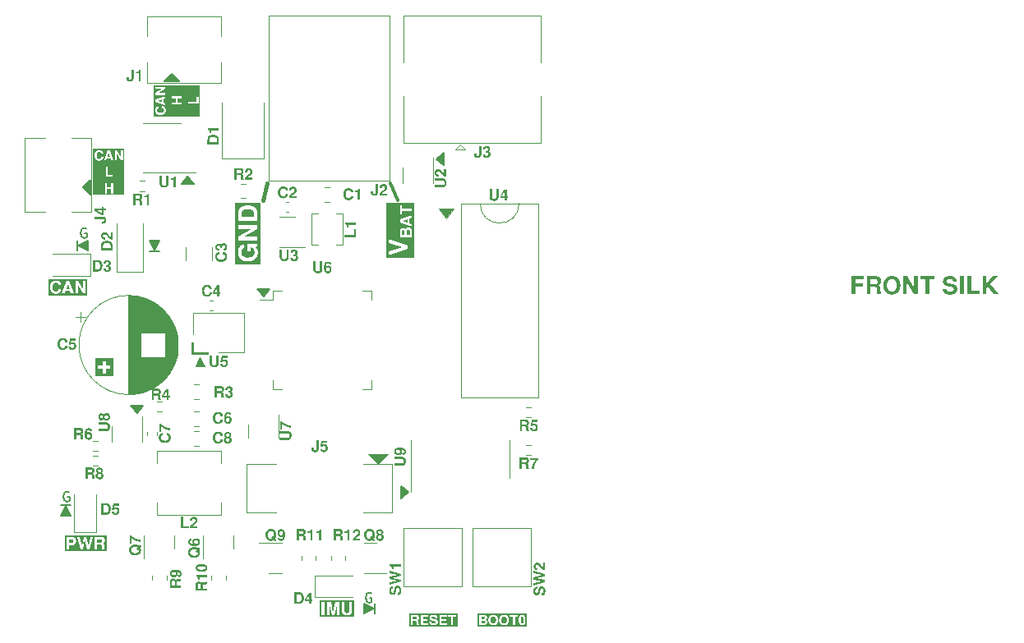
<source format=gbr>
%TF.GenerationSoftware,KiCad,Pcbnew,7.0.7-7.0.7~ubuntu20.04.1*%
%TF.CreationDate,2023-08-17T20:41:34-07:00*%
%TF.ProjectId,IMU-2X,494d552d-3258-42e6-9b69-6361645f7063,1.0*%
%TF.SameCoordinates,Original*%
%TF.FileFunction,Legend,Top*%
%TF.FilePolarity,Positive*%
%FSLAX46Y46*%
G04 Gerber Fmt 4.6, Leading zero omitted, Abs format (unit mm)*
G04 Created by KiCad (PCBNEW 7.0.7-7.0.7~ubuntu20.04.1) date 2023-08-17 20:41:34*
%MOMM*%
%LPD*%
G01*
G04 APERTURE LIST*
%ADD10C,0.150000*%
%ADD11C,0.304800*%
%ADD12C,0.381000*%
%ADD13C,0.200000*%
%ADD14C,0.300000*%
%ADD15C,0.152400*%
%ADD16C,0.228600*%
%ADD17C,0.254000*%
%ADD18C,0.120000*%
%ADD19C,0.100000*%
G04 APERTURE END LIST*
D10*
X145796000Y-88011000D02*
X144526000Y-88011000D01*
X145161000Y-87249000D01*
X145796000Y-88011000D01*
G36*
X145796000Y-88011000D02*
G01*
X144526000Y-88011000D01*
X145161000Y-87249000D01*
X145796000Y-88011000D01*
G37*
X133096000Y-121158000D02*
X132080000Y-121158000D01*
X152985000Y-99662000D02*
X152350000Y-98900000D01*
X153620000Y-98900000D01*
X152985000Y-99662000D01*
G36*
X152985000Y-99662000D02*
G01*
X152350000Y-98900000D01*
X153620000Y-98900000D01*
X152985000Y-99662000D01*
G37*
X167862000Y-119835000D02*
X167100000Y-120470000D01*
X167100000Y-119200000D01*
X167862000Y-119835000D01*
G36*
X167862000Y-119835000D02*
G01*
X167100000Y-120470000D01*
X167100000Y-119200000D01*
X167862000Y-119835000D01*
G37*
X164439600Y-132334000D02*
X164439600Y-131318000D01*
X141224000Y-94996000D02*
X142240000Y-94996000D01*
X141732000Y-94894400D02*
X141224000Y-93878400D01*
X142240000Y-93878400D01*
X141732000Y-94894400D01*
G36*
X141732000Y-94894400D02*
G01*
X141224000Y-93878400D01*
X142240000Y-93878400D01*
X141732000Y-94894400D01*
G37*
X171577000Y-86106000D02*
X170815000Y-85471000D01*
X171577000Y-84836000D01*
X171577000Y-86106000D01*
G36*
X171577000Y-86106000D02*
G01*
X170815000Y-85471000D01*
X171577000Y-84836000D01*
X171577000Y-86106000D01*
G37*
D11*
X166050000Y-88000000D02*
X166800000Y-89700000D01*
D10*
X139954000Y-111633000D02*
X139319000Y-110871000D01*
X140589000Y-110871000D01*
X139954000Y-111633000D01*
G36*
X139954000Y-111633000D02*
G01*
X139319000Y-110871000D01*
X140589000Y-110871000D01*
X139954000Y-111633000D01*
G37*
D12*
X153350000Y-88000000D02*
X152900000Y-89700000D01*
D10*
X133800400Y-93905600D02*
X133800400Y-94921600D01*
X134918000Y-94921600D02*
X133902000Y-94413600D01*
X134918000Y-93905600D01*
X134918000Y-94921600D01*
G36*
X134918000Y-94921600D02*
G01*
X133902000Y-94413600D01*
X134918000Y-93905600D01*
X134918000Y-94921600D01*
G37*
X133096000Y-122275600D02*
X132080000Y-122275600D01*
X132588000Y-121259600D01*
X133096000Y-122275600D01*
G36*
X133096000Y-122275600D02*
G01*
X132080000Y-122275600D01*
X132588000Y-121259600D01*
X133096000Y-122275600D01*
G37*
X164338000Y-131826000D02*
X163322000Y-132334000D01*
X163322000Y-131318000D01*
X164338000Y-131826000D01*
G36*
X164338000Y-131826000D02*
G01*
X163322000Y-132334000D01*
X163322000Y-131318000D01*
X164338000Y-131826000D01*
G37*
D13*
G36*
X151393870Y-90654665D02*
G01*
X151432036Y-90655993D01*
X151468951Y-90658206D01*
X151504615Y-90661304D01*
X151539027Y-90665287D01*
X151572188Y-90670155D01*
X151604097Y-90675908D01*
X151634756Y-90682547D01*
X151664162Y-90690070D01*
X151692318Y-90698479D01*
X151719222Y-90707773D01*
X151744875Y-90717952D01*
X151769276Y-90729016D01*
X151792426Y-90740965D01*
X151814325Y-90753799D01*
X151834972Y-90767519D01*
X151854368Y-90782123D01*
X151872513Y-90797613D01*
X151889406Y-90813988D01*
X151905048Y-90831248D01*
X151919439Y-90849393D01*
X151932578Y-90868423D01*
X151944466Y-90888339D01*
X151955103Y-90909139D01*
X151964488Y-90930825D01*
X151972622Y-90953396D01*
X151979504Y-90976852D01*
X151985135Y-91001193D01*
X151989515Y-91026419D01*
X151992643Y-91052530D01*
X151994520Y-91079526D01*
X151995146Y-91107408D01*
X151995146Y-91468932D01*
X150711431Y-91468932D01*
X150711431Y-91107408D01*
X150712059Y-91079526D01*
X150713943Y-91052530D01*
X150717083Y-91026419D01*
X150721478Y-91001193D01*
X150727130Y-90976852D01*
X150734037Y-90953396D01*
X150742201Y-90930825D01*
X150751620Y-90909139D01*
X150762295Y-90888339D01*
X150774226Y-90868423D01*
X150787413Y-90849393D01*
X150801856Y-90831248D01*
X150817555Y-90813988D01*
X150834509Y-90797613D01*
X150852720Y-90782123D01*
X150872186Y-90767519D01*
X150892909Y-90753799D01*
X150914887Y-90740965D01*
X150938121Y-90729016D01*
X150962611Y-90717952D01*
X150988357Y-90707773D01*
X151015359Y-90698479D01*
X151043617Y-90690070D01*
X151073130Y-90682547D01*
X151103900Y-90675908D01*
X151135925Y-90670155D01*
X151169207Y-90665287D01*
X151203744Y-90661304D01*
X151239537Y-90658206D01*
X151276586Y-90655993D01*
X151314891Y-90654665D01*
X151354452Y-90654223D01*
X151393870Y-90654665D01*
G37*
G36*
X152658592Y-96309685D02*
G01*
X150066597Y-96309685D01*
X150066597Y-95091158D01*
X150338740Y-95091158D01*
X150339017Y-95117321D01*
X150339850Y-95143175D01*
X150341238Y-95168720D01*
X150343182Y-95193956D01*
X150345680Y-95218883D01*
X150348734Y-95243501D01*
X150352343Y-95267811D01*
X150356508Y-95291811D01*
X150361227Y-95315502D01*
X150366502Y-95338884D01*
X150372332Y-95361958D01*
X150378718Y-95384722D01*
X150385658Y-95407177D01*
X150393154Y-95429324D01*
X150401205Y-95451161D01*
X150409812Y-95472689D01*
X150418973Y-95493909D01*
X150428690Y-95514819D01*
X150438962Y-95535421D01*
X150449790Y-95555713D01*
X150461172Y-95575697D01*
X150473110Y-95595371D01*
X150485603Y-95614737D01*
X150498652Y-95633793D01*
X150512255Y-95652541D01*
X150526414Y-95670980D01*
X150541128Y-95689109D01*
X150556398Y-95706930D01*
X150572222Y-95724442D01*
X150588602Y-95741645D01*
X150605537Y-95758538D01*
X150623028Y-95775123D01*
X150640935Y-95791268D01*
X150659178Y-95806900D01*
X150677757Y-95822020D01*
X150696673Y-95836628D01*
X150715925Y-95850722D01*
X150735513Y-95864305D01*
X150755438Y-95877374D01*
X150775698Y-95889932D01*
X150796295Y-95901976D01*
X150817229Y-95913508D01*
X150838498Y-95924528D01*
X150860104Y-95935035D01*
X150882045Y-95945029D01*
X150904324Y-95954511D01*
X150926938Y-95963481D01*
X150949889Y-95971938D01*
X150973175Y-95979882D01*
X150996799Y-95987314D01*
X151020758Y-95994233D01*
X151045053Y-96000640D01*
X151069685Y-96006534D01*
X151094653Y-96011916D01*
X151119958Y-96016785D01*
X151145598Y-96021141D01*
X151171575Y-96024985D01*
X151197888Y-96028317D01*
X151224537Y-96031136D01*
X151251523Y-96033442D01*
X151278844Y-96035236D01*
X151306502Y-96036517D01*
X151334496Y-96037286D01*
X151362827Y-96037542D01*
X151390476Y-96037290D01*
X151417821Y-96036532D01*
X151444863Y-96035269D01*
X151471601Y-96033500D01*
X151498036Y-96031227D01*
X151524167Y-96028448D01*
X151549995Y-96025163D01*
X151575519Y-96021374D01*
X151600740Y-96017079D01*
X151625657Y-96012279D01*
X151650271Y-96006974D01*
X151674581Y-96001163D01*
X151698587Y-95994847D01*
X151722290Y-95988026D01*
X151745690Y-95980700D01*
X151768786Y-95972868D01*
X151791579Y-95964531D01*
X151814067Y-95955689D01*
X151836253Y-95946342D01*
X151858135Y-95936489D01*
X151879713Y-95926131D01*
X151900988Y-95915268D01*
X151921959Y-95903899D01*
X151942627Y-95892025D01*
X151962992Y-95879646D01*
X151983052Y-95866762D01*
X152002810Y-95853372D01*
X152022263Y-95839477D01*
X152041413Y-95825077D01*
X152060260Y-95810172D01*
X152078803Y-95794761D01*
X152097043Y-95778845D01*
X152114848Y-95762542D01*
X152132088Y-95745968D01*
X152148763Y-95729125D01*
X152164872Y-95712012D01*
X152180417Y-95694629D01*
X152195396Y-95676976D01*
X152209809Y-95659053D01*
X152223658Y-95640860D01*
X152236941Y-95622397D01*
X152249659Y-95603665D01*
X152261812Y-95584662D01*
X152273400Y-95565390D01*
X152284422Y-95545847D01*
X152294879Y-95526035D01*
X152304771Y-95505953D01*
X152314097Y-95485601D01*
X152322859Y-95464979D01*
X152331055Y-95444087D01*
X152338685Y-95422926D01*
X152345751Y-95401494D01*
X152352251Y-95379792D01*
X152358186Y-95357821D01*
X152363556Y-95335580D01*
X152368361Y-95313068D01*
X152372600Y-95290287D01*
X152376274Y-95267236D01*
X152379383Y-95243915D01*
X152381927Y-95220324D01*
X152383905Y-95196464D01*
X152385318Y-95172333D01*
X152386166Y-95147933D01*
X152386449Y-95123262D01*
X152386156Y-95098717D01*
X152385278Y-95074633D01*
X152383815Y-95051011D01*
X152381767Y-95027850D01*
X152379133Y-95005151D01*
X152375914Y-94982914D01*
X152372110Y-94961138D01*
X152367721Y-94939824D01*
X152362747Y-94918972D01*
X152357187Y-94898582D01*
X152351042Y-94878653D01*
X152344312Y-94859185D01*
X152336996Y-94840179D01*
X152329095Y-94821635D01*
X152320609Y-94803553D01*
X152311538Y-94785932D01*
X152301773Y-94768590D01*
X152291320Y-94751458D01*
X152280181Y-94734537D01*
X152268354Y-94717826D01*
X152255841Y-94701327D01*
X152242640Y-94685039D01*
X152228752Y-94668961D01*
X152214178Y-94653094D01*
X152198916Y-94637438D01*
X152182968Y-94621993D01*
X152166332Y-94606758D01*
X152149009Y-94591735D01*
X152130999Y-94576922D01*
X152112303Y-94562320D01*
X152092919Y-94547929D01*
X152072848Y-94533749D01*
X152330150Y-94485825D01*
X152330150Y-94244343D01*
X151274423Y-94244343D01*
X151274423Y-95026949D01*
X151609427Y-95026949D01*
X151609427Y-94582138D01*
X151628772Y-94584452D01*
X151647725Y-94587378D01*
X151666286Y-94590918D01*
X151684454Y-94595072D01*
X151708067Y-94601564D01*
X151730982Y-94609147D01*
X151753199Y-94617820D01*
X151774718Y-94627583D01*
X151795540Y-94638438D01*
X151815445Y-94650048D01*
X151834216Y-94662080D01*
X151851854Y-94674533D01*
X151868356Y-94687409D01*
X151883725Y-94700706D01*
X151897960Y-94714424D01*
X151911061Y-94728564D01*
X151923027Y-94743126D01*
X151934049Y-94757957D01*
X151947089Y-94776986D01*
X151959312Y-94796561D01*
X151970717Y-94816681D01*
X151981304Y-94837346D01*
X151989185Y-94854271D01*
X151996542Y-94871544D01*
X152004823Y-94892866D01*
X152012218Y-94913211D01*
X152018727Y-94932579D01*
X152024350Y-94950969D01*
X152029928Y-94971749D01*
X152034230Y-94991122D01*
X152035357Y-94997241D01*
X152038728Y-95017944D01*
X152041209Y-95037534D01*
X152042954Y-95058559D01*
X152043535Y-95078130D01*
X152042781Y-95108266D01*
X152040518Y-95137722D01*
X152036747Y-95166499D01*
X152031467Y-95194596D01*
X152024679Y-95222013D01*
X152016382Y-95248750D01*
X152006576Y-95274808D01*
X151995262Y-95300186D01*
X151982440Y-95324884D01*
X151968109Y-95348902D01*
X151952269Y-95372241D01*
X151934921Y-95394900D01*
X151916064Y-95416879D01*
X151895699Y-95438179D01*
X151873825Y-95458798D01*
X151850443Y-95478738D01*
X151838270Y-95488385D01*
X151813298Y-95506760D01*
X151787489Y-95523910D01*
X151760844Y-95539835D01*
X151733364Y-95554535D01*
X151705047Y-95568010D01*
X151675894Y-95580260D01*
X151645905Y-95591285D01*
X151615080Y-95601085D01*
X151583419Y-95609660D01*
X151550922Y-95617010D01*
X151517589Y-95623135D01*
X151483420Y-95628035D01*
X151448414Y-95631710D01*
X151412573Y-95634160D01*
X151375896Y-95635385D01*
X151357244Y-95635538D01*
X151337603Y-95635396D01*
X151318231Y-95634968D01*
X151299126Y-95634254D01*
X151280290Y-95633256D01*
X151243422Y-95630402D01*
X151207626Y-95626407D01*
X151172903Y-95621271D01*
X151139251Y-95614993D01*
X151106672Y-95607574D01*
X151075166Y-95599014D01*
X151044732Y-95589312D01*
X151015370Y-95578468D01*
X150987080Y-95566484D01*
X150959863Y-95553358D01*
X150933718Y-95539090D01*
X150908646Y-95523681D01*
X150884645Y-95507131D01*
X150861718Y-95489440D01*
X150839969Y-95470754D01*
X150819624Y-95451221D01*
X150800682Y-95430841D01*
X150783143Y-95409615D01*
X150767007Y-95387541D01*
X150752274Y-95364620D01*
X150738945Y-95340853D01*
X150727018Y-95316238D01*
X150716495Y-95290777D01*
X150707375Y-95264468D01*
X150699657Y-95237313D01*
X150693343Y-95209310D01*
X150688432Y-95180461D01*
X150684925Y-95150765D01*
X150682820Y-95120221D01*
X150682118Y-95088831D01*
X150682425Y-95066627D01*
X150683343Y-95044915D01*
X150684875Y-95023694D01*
X150687018Y-95002965D01*
X150689775Y-94982727D01*
X150693143Y-94962981D01*
X150697125Y-94943727D01*
X150701718Y-94924965D01*
X150706925Y-94906694D01*
X150712743Y-94888914D01*
X150726219Y-94854830D01*
X150742144Y-94822713D01*
X150760519Y-94792563D01*
X150781344Y-94764378D01*
X150804619Y-94738161D01*
X150830344Y-94713910D01*
X150858519Y-94691625D01*
X150889144Y-94671307D01*
X150905375Y-94661886D01*
X150922219Y-94652956D01*
X150939675Y-94644518D01*
X150957744Y-94636571D01*
X150976425Y-94629116D01*
X150995719Y-94622153D01*
X150995719Y-94244343D01*
X150976911Y-94246885D01*
X150958349Y-94249798D01*
X150921964Y-94256739D01*
X150886565Y-94265166D01*
X150852150Y-94275081D01*
X150818721Y-94286482D01*
X150786276Y-94299370D01*
X150754817Y-94313745D01*
X150724343Y-94329606D01*
X150694854Y-94346954D01*
X150666350Y-94365789D01*
X150638831Y-94386111D01*
X150612297Y-94407919D01*
X150586748Y-94431214D01*
X150562185Y-94455996D01*
X150538606Y-94482264D01*
X150516013Y-94510020D01*
X150505106Y-94524363D01*
X150484332Y-94553788D01*
X150464943Y-94584199D01*
X150446939Y-94615595D01*
X150430319Y-94647975D01*
X150415085Y-94681341D01*
X150401235Y-94715692D01*
X150394830Y-94733237D01*
X150388771Y-94751028D01*
X150383058Y-94769066D01*
X150377691Y-94787349D01*
X150372671Y-94805879D01*
X150367997Y-94824656D01*
X150363669Y-94843678D01*
X150359687Y-94862947D01*
X150356052Y-94882462D01*
X150352762Y-94902223D01*
X150349819Y-94922231D01*
X150347223Y-94942485D01*
X150344972Y-94962985D01*
X150343068Y-94983731D01*
X150341510Y-95004724D01*
X150340298Y-95025963D01*
X150339432Y-95047448D01*
X150338913Y-95069180D01*
X150338740Y-95091158D01*
X150066597Y-95091158D01*
X150066597Y-92290156D01*
X150376428Y-92290156D01*
X150376428Y-92692160D01*
X151705740Y-92692160D01*
X150376428Y-93466391D01*
X150376428Y-93879096D01*
X152330150Y-93879096D01*
X152330150Y-93477092D01*
X150979434Y-93477092D01*
X152330150Y-92692160D01*
X152330150Y-92290156D01*
X150376428Y-92290156D01*
X150066597Y-92290156D01*
X150066597Y-91870937D01*
X150376428Y-91870937D01*
X152330150Y-91870937D01*
X152330150Y-91107408D01*
X152329927Y-91081001D01*
X152329259Y-91055054D01*
X152328146Y-91029569D01*
X152326587Y-91004544D01*
X152324583Y-90979980D01*
X152322134Y-90955877D01*
X152319240Y-90932234D01*
X152315900Y-90909052D01*
X152312115Y-90886331D01*
X152307885Y-90864070D01*
X152303209Y-90842271D01*
X152298089Y-90820932D01*
X152292522Y-90800054D01*
X152286511Y-90779636D01*
X152280054Y-90759679D01*
X152273152Y-90740184D01*
X152265805Y-90721148D01*
X152258013Y-90702574D01*
X152249775Y-90684460D01*
X152241091Y-90666807D01*
X152231963Y-90649615D01*
X152222389Y-90632883D01*
X152212370Y-90616612D01*
X152201906Y-90600802D01*
X152190996Y-90585453D01*
X152179641Y-90570564D01*
X152155596Y-90542169D01*
X152129769Y-90515617D01*
X152102161Y-90490908D01*
X152084554Y-90476223D01*
X152066571Y-90462004D01*
X152048211Y-90448252D01*
X152029475Y-90434965D01*
X152010363Y-90422145D01*
X151990875Y-90409791D01*
X151971010Y-90397903D01*
X151950770Y-90386481D01*
X151930153Y-90375526D01*
X151909160Y-90365037D01*
X151887790Y-90355014D01*
X151866045Y-90345457D01*
X151843923Y-90336366D01*
X151821425Y-90327741D01*
X151798550Y-90319583D01*
X151775300Y-90311891D01*
X151751673Y-90304665D01*
X151727670Y-90297905D01*
X151703291Y-90291612D01*
X151678536Y-90285784D01*
X151653404Y-90280423D01*
X151627896Y-90275528D01*
X151602012Y-90271099D01*
X151575752Y-90267136D01*
X151549115Y-90263640D01*
X151522103Y-90260610D01*
X151494714Y-90258046D01*
X151466948Y-90255948D01*
X151438807Y-90254316D01*
X151410289Y-90253151D01*
X151381396Y-90252451D01*
X151352125Y-90252218D01*
X151323137Y-90252451D01*
X151294505Y-90253151D01*
X151266230Y-90254316D01*
X151238313Y-90255948D01*
X151210753Y-90258046D01*
X151183550Y-90260610D01*
X151156704Y-90263640D01*
X151130215Y-90267136D01*
X151104083Y-90271099D01*
X151078308Y-90275528D01*
X151052891Y-90280423D01*
X151027831Y-90285784D01*
X151003128Y-90291612D01*
X150978782Y-90297905D01*
X150954793Y-90304665D01*
X150931161Y-90311891D01*
X150907886Y-90319583D01*
X150884969Y-90327741D01*
X150862409Y-90336366D01*
X150840205Y-90345457D01*
X150818359Y-90355014D01*
X150796871Y-90365037D01*
X150775739Y-90375526D01*
X150754964Y-90386481D01*
X150734547Y-90397903D01*
X150714486Y-90409791D01*
X150694783Y-90422145D01*
X150675437Y-90434965D01*
X150656448Y-90448252D01*
X150637817Y-90462004D01*
X150619542Y-90476223D01*
X150601625Y-90490908D01*
X150587104Y-90503480D01*
X150573090Y-90516419D01*
X150559580Y-90529725D01*
X150546576Y-90543398D01*
X150534077Y-90557438D01*
X150522083Y-90571846D01*
X150510595Y-90586620D01*
X150499611Y-90601762D01*
X150489133Y-90617271D01*
X150479161Y-90633147D01*
X150469693Y-90649390D01*
X150460731Y-90666000D01*
X150452274Y-90682977D01*
X150444323Y-90700322D01*
X150436876Y-90718034D01*
X150429935Y-90736112D01*
X150423456Y-90754684D01*
X150417394Y-90773873D01*
X150411751Y-90793680D01*
X150406526Y-90814105D01*
X150401718Y-90835148D01*
X150397329Y-90856810D01*
X150393358Y-90879089D01*
X150389805Y-90901986D01*
X150386669Y-90925500D01*
X150383952Y-90949633D01*
X150381653Y-90974384D01*
X150379772Y-90999753D01*
X150378309Y-91025740D01*
X150377264Y-91052345D01*
X150376637Y-91079567D01*
X150376428Y-91107408D01*
X150376428Y-91468932D01*
X150376428Y-91870937D01*
X150066597Y-91870937D01*
X150066597Y-89980075D01*
X152658592Y-89980075D01*
X152658592Y-96309685D01*
G37*
G36*
X137166383Y-85224667D02*
G01*
X136894906Y-85224667D01*
X137030644Y-84817452D01*
X137166383Y-85224667D01*
G37*
G36*
X138629454Y-89172423D02*
G01*
X135418434Y-89172423D01*
X135418434Y-87985295D01*
X136631866Y-87985295D01*
X136631866Y-89027280D01*
X136846268Y-89027280D01*
X136846268Y-88554056D01*
X137259191Y-88554056D01*
X137259191Y-89027280D01*
X137473593Y-89027280D01*
X137473593Y-87985295D01*
X137257950Y-87985295D01*
X137257950Y-88375388D01*
X136846268Y-88375388D01*
X136846268Y-87985295D01*
X136631866Y-87985295D01*
X135418434Y-87985295D01*
X135418434Y-86278415D01*
X136724178Y-86278415D01*
X136724178Y-87320400D01*
X137437363Y-87320400D01*
X137437363Y-87141731D01*
X136938580Y-87141731D01*
X136938580Y-86278415D01*
X136724178Y-86278415D01*
X135418434Y-86278415D01*
X135418434Y-85101833D01*
X135563577Y-85101833D01*
X135563701Y-85117456D01*
X135564074Y-85132875D01*
X135564696Y-85148088D01*
X135565566Y-85163095D01*
X135566685Y-85177897D01*
X135568053Y-85192493D01*
X135569669Y-85206884D01*
X135571534Y-85221069D01*
X135573647Y-85235049D01*
X135576009Y-85248823D01*
X135578620Y-85262392D01*
X135581479Y-85275755D01*
X135584587Y-85288913D01*
X135587943Y-85301865D01*
X135591549Y-85314612D01*
X135595403Y-85327154D01*
X135599505Y-85339489D01*
X135603856Y-85351620D01*
X135608456Y-85363544D01*
X135613304Y-85375264D01*
X135618401Y-85386778D01*
X135623747Y-85398086D01*
X135629341Y-85409189D01*
X135635184Y-85420086D01*
X135641276Y-85430778D01*
X135647616Y-85441264D01*
X135654205Y-85451545D01*
X135661042Y-85461620D01*
X135668128Y-85471490D01*
X135675463Y-85481154D01*
X135683046Y-85490613D01*
X135690878Y-85499866D01*
X135698923Y-85508874D01*
X135707142Y-85517596D01*
X135715537Y-85526031D01*
X135724107Y-85534181D01*
X135732853Y-85542045D01*
X135741775Y-85549623D01*
X135750871Y-85556914D01*
X135760144Y-85563920D01*
X135769591Y-85570640D01*
X135779214Y-85577074D01*
X135789013Y-85583222D01*
X135798987Y-85589084D01*
X135809136Y-85594661D01*
X135819461Y-85599951D01*
X135829962Y-85604955D01*
X135840637Y-85609673D01*
X135851489Y-85614105D01*
X135862515Y-85618252D01*
X135873718Y-85622112D01*
X135885095Y-85625687D01*
X135896648Y-85628975D01*
X135908377Y-85631978D01*
X135920281Y-85634694D01*
X135932360Y-85637125D01*
X135944615Y-85639270D01*
X135957045Y-85641128D01*
X135969651Y-85642701D01*
X135982432Y-85643988D01*
X135995389Y-85644989D01*
X136008521Y-85645703D01*
X136021829Y-85646132D01*
X136035312Y-85646275D01*
X136047398Y-85646173D01*
X136059339Y-85645865D01*
X136071133Y-85645353D01*
X136082782Y-85644635D01*
X136094285Y-85643713D01*
X136105642Y-85642585D01*
X136116853Y-85641253D01*
X136127918Y-85639715D01*
X136138838Y-85637972D01*
X136149611Y-85636025D01*
X136160239Y-85633872D01*
X136170721Y-85631514D01*
X136181056Y-85628952D01*
X136191246Y-85626184D01*
X136201290Y-85623211D01*
X136211189Y-85620033D01*
X136220941Y-85616651D01*
X136229323Y-85613520D01*
X136546254Y-85613520D01*
X136764875Y-85613520D01*
X136834853Y-85403336D01*
X137225194Y-85403336D01*
X137293684Y-85613520D01*
X137513794Y-85613520D01*
X137153727Y-84571535D01*
X137636877Y-84571535D01*
X137636877Y-85613520D01*
X137851279Y-85613520D01*
X137851279Y-84893138D01*
X138269909Y-85613520D01*
X138484311Y-85613520D01*
X138484311Y-84571535D01*
X138269909Y-84571535D01*
X138269909Y-85280501D01*
X137856986Y-84571535D01*
X137636877Y-84571535D01*
X137153727Y-84571535D01*
X136916247Y-84571535D01*
X136684330Y-85224667D01*
X136546254Y-85613520D01*
X136229323Y-85613520D01*
X136230547Y-85613063D01*
X136240008Y-85609270D01*
X136249322Y-85605272D01*
X136258491Y-85601070D01*
X136267514Y-85596662D01*
X136276391Y-85592049D01*
X136285122Y-85587231D01*
X136293707Y-85582208D01*
X136302146Y-85576980D01*
X136318587Y-85565909D01*
X136334445Y-85554019D01*
X136342155Y-85547766D01*
X136349719Y-85541308D01*
X136357118Y-85534675D01*
X136371272Y-85520978D01*
X136384568Y-85506706D01*
X136397004Y-85491858D01*
X136408582Y-85476433D01*
X136419301Y-85460434D01*
X136429161Y-85443858D01*
X136438162Y-85426706D01*
X136446305Y-85408979D01*
X136453588Y-85390676D01*
X136456908Y-85381309D01*
X136460013Y-85371797D01*
X136462904Y-85362142D01*
X136465579Y-85352343D01*
X136468040Y-85342399D01*
X136470286Y-85332312D01*
X136472318Y-85322081D01*
X136474135Y-85311706D01*
X136475737Y-85301187D01*
X136477124Y-85290524D01*
X136478297Y-85279717D01*
X136479255Y-85268766D01*
X136479998Y-85257671D01*
X136271303Y-85257671D01*
X136269836Y-85269994D01*
X136267980Y-85281959D01*
X136265734Y-85293568D01*
X136263099Y-85304820D01*
X136260073Y-85315715D01*
X136256658Y-85326254D01*
X136252854Y-85336436D01*
X136248659Y-85346261D01*
X136244075Y-85355730D01*
X136239102Y-85364841D01*
X136233738Y-85373597D01*
X136227985Y-85381995D01*
X136221843Y-85390037D01*
X136215310Y-85397721D01*
X136208388Y-85405050D01*
X136201076Y-85412021D01*
X136193414Y-85418602D01*
X136185439Y-85424758D01*
X136177152Y-85430490D01*
X136168553Y-85435797D01*
X136159642Y-85440680D01*
X136150419Y-85445138D01*
X136140883Y-85449171D01*
X136131036Y-85452780D01*
X136120876Y-85455964D01*
X136110404Y-85458724D01*
X136099621Y-85461059D01*
X136088525Y-85462970D01*
X136077116Y-85464456D01*
X136065396Y-85465517D01*
X136053364Y-85466154D01*
X136041019Y-85466366D01*
X136025693Y-85465992D01*
X136010795Y-85464869D01*
X135996326Y-85462999D01*
X135982285Y-85460379D01*
X135968673Y-85457012D01*
X135955489Y-85452896D01*
X135942733Y-85448032D01*
X135930406Y-85442420D01*
X135918507Y-85436059D01*
X135907037Y-85428950D01*
X135895995Y-85421092D01*
X135885382Y-85412486D01*
X135875197Y-85403132D01*
X135865441Y-85393030D01*
X135856113Y-85382179D01*
X135847213Y-85370580D01*
X135842954Y-85364521D01*
X135834841Y-85351966D01*
X135827268Y-85338829D01*
X135820237Y-85325111D01*
X135813746Y-85310811D01*
X135807796Y-85295930D01*
X135802387Y-85280467D01*
X135797519Y-85264423D01*
X135793192Y-85247797D01*
X135789406Y-85230589D01*
X135786160Y-85212800D01*
X135783456Y-85194429D01*
X135781292Y-85175476D01*
X135779670Y-85155942D01*
X135779061Y-85145957D01*
X135778588Y-85135826D01*
X135778250Y-85125550D01*
X135778047Y-85115129D01*
X135777979Y-85104562D01*
X135778049Y-85093826D01*
X135778259Y-85083239D01*
X135778608Y-85072800D01*
X135779096Y-85062509D01*
X135779724Y-85052366D01*
X135780492Y-85042372D01*
X135782446Y-85022828D01*
X135784959Y-85003877D01*
X135788030Y-84985520D01*
X135791659Y-84967756D01*
X135795846Y-84950585D01*
X135800592Y-84934007D01*
X135805896Y-84918023D01*
X135811759Y-84902632D01*
X135818180Y-84887834D01*
X135825159Y-84873629D01*
X135832697Y-84860018D01*
X135840793Y-84846999D01*
X135849447Y-84834574D01*
X135858598Y-84822795D01*
X135868186Y-84811776D01*
X135878210Y-84801516D01*
X135888670Y-84792016D01*
X135899566Y-84783277D01*
X135910899Y-84775297D01*
X135922668Y-84768078D01*
X135934873Y-84761618D01*
X135947514Y-84755918D01*
X135960591Y-84750979D01*
X135974105Y-84746799D01*
X135988055Y-84743379D01*
X136002440Y-84740719D01*
X136017263Y-84738819D01*
X136032521Y-84737679D01*
X136048216Y-84737299D01*
X136059507Y-84737482D01*
X136070519Y-84738031D01*
X136081253Y-84738946D01*
X136091708Y-84740227D01*
X136101884Y-84741873D01*
X136111782Y-84743886D01*
X136130741Y-84749009D01*
X136148586Y-84755596D01*
X136165316Y-84763646D01*
X136180931Y-84773160D01*
X136195431Y-84784138D01*
X136208817Y-84796579D01*
X136221087Y-84810484D01*
X136232244Y-84825853D01*
X136242285Y-84842686D01*
X136246888Y-84851651D01*
X136251212Y-84860982D01*
X136255257Y-84870679D01*
X136259023Y-84880742D01*
X136262511Y-84891171D01*
X136265721Y-84901966D01*
X136268651Y-84913126D01*
X136271303Y-84924653D01*
X136475531Y-84924653D01*
X136474546Y-84913916D01*
X136473357Y-84903324D01*
X136471965Y-84892877D01*
X136470370Y-84882576D01*
X136468572Y-84872420D01*
X136466572Y-84862410D01*
X136464367Y-84852545D01*
X136461960Y-84842825D01*
X136456537Y-84823822D01*
X136450301Y-84805401D01*
X136443253Y-84787561D01*
X136435393Y-84770303D01*
X136426720Y-84753627D01*
X136417235Y-84737532D01*
X136406938Y-84722019D01*
X136395828Y-84707087D01*
X136383906Y-84692737D01*
X136371172Y-84678968D01*
X136357626Y-84665781D01*
X136343267Y-84653176D01*
X136328273Y-84641216D01*
X136312760Y-84630028D01*
X136296727Y-84619612D01*
X136280174Y-84609967D01*
X136263102Y-84601094D01*
X136245511Y-84592992D01*
X136227400Y-84585662D01*
X136208769Y-84579103D01*
X136199259Y-84576113D01*
X136189619Y-84573316D01*
X136179849Y-84570712D01*
X136169949Y-84568301D01*
X136159919Y-84566083D01*
X136149760Y-84564057D01*
X136139470Y-84562225D01*
X136129051Y-84560585D01*
X136118501Y-84559138D01*
X136107822Y-84557884D01*
X136097013Y-84556823D01*
X136086074Y-84555955D01*
X136075005Y-84555280D01*
X136063806Y-84554798D01*
X136052478Y-84554509D01*
X136041019Y-84554412D01*
X136027352Y-84554556D01*
X136013862Y-84554987D01*
X136000551Y-84555706D01*
X135987419Y-84556711D01*
X135974464Y-84558005D01*
X135961688Y-84559586D01*
X135949091Y-84561454D01*
X135936672Y-84563609D01*
X135924431Y-84566052D01*
X135912369Y-84568783D01*
X135900484Y-84571800D01*
X135888779Y-84575106D01*
X135877251Y-84578698D01*
X135865902Y-84582578D01*
X135854732Y-84586746D01*
X135843739Y-84591201D01*
X135832925Y-84595943D01*
X135822290Y-84600972D01*
X135811833Y-84606289D01*
X135801554Y-84611894D01*
X135791453Y-84617786D01*
X135781531Y-84623965D01*
X135771787Y-84630432D01*
X135762222Y-84637186D01*
X135752835Y-84644227D01*
X135743626Y-84651556D01*
X135734596Y-84659173D01*
X135725744Y-84667076D01*
X135717070Y-84675268D01*
X135708575Y-84683746D01*
X135700258Y-84692512D01*
X135692119Y-84701566D01*
X135684211Y-84710866D01*
X135676554Y-84720374D01*
X135669147Y-84730088D01*
X135661992Y-84740010D01*
X135655088Y-84750138D01*
X135648435Y-84760473D01*
X135642033Y-84771016D01*
X135635882Y-84781765D01*
X135629982Y-84792721D01*
X135624333Y-84803884D01*
X135618936Y-84815254D01*
X135613789Y-84826831D01*
X135608893Y-84838615D01*
X135604249Y-84850606D01*
X135599855Y-84862804D01*
X135595713Y-84875209D01*
X135591821Y-84887821D01*
X135588181Y-84900640D01*
X135584792Y-84913665D01*
X135581653Y-84926898D01*
X135578766Y-84940338D01*
X135576130Y-84953984D01*
X135573745Y-84967838D01*
X135571611Y-84981898D01*
X135569728Y-84996166D01*
X135568096Y-85010640D01*
X135566715Y-85025322D01*
X135565586Y-85040210D01*
X135564707Y-85055305D01*
X135564079Y-85070607D01*
X135563703Y-85086117D01*
X135563577Y-85101833D01*
X135418434Y-85101833D01*
X135418434Y-84409269D01*
X138629454Y-84409269D01*
X138629454Y-89172423D01*
G37*
D10*
X134718588Y-92643438D02*
X134623350Y-92595819D01*
X134623350Y-92595819D02*
X134480493Y-92595819D01*
X134480493Y-92595819D02*
X134337636Y-92643438D01*
X134337636Y-92643438D02*
X134242398Y-92738676D01*
X134242398Y-92738676D02*
X134194779Y-92833914D01*
X134194779Y-92833914D02*
X134147160Y-93024390D01*
X134147160Y-93024390D02*
X134147160Y-93167247D01*
X134147160Y-93167247D02*
X134194779Y-93357723D01*
X134194779Y-93357723D02*
X134242398Y-93452961D01*
X134242398Y-93452961D02*
X134337636Y-93548200D01*
X134337636Y-93548200D02*
X134480493Y-93595819D01*
X134480493Y-93595819D02*
X134575731Y-93595819D01*
X134575731Y-93595819D02*
X134718588Y-93548200D01*
X134718588Y-93548200D02*
X134766207Y-93500580D01*
X134766207Y-93500580D02*
X134766207Y-93167247D01*
X134766207Y-93167247D02*
X134575731Y-93167247D01*
D11*
G36*
X137472608Y-107875279D02*
G01*
X135633906Y-107875279D01*
X135633906Y-107115054D01*
X135906049Y-107115054D01*
X136393665Y-107115054D01*
X136393665Y-107603136D01*
X136712849Y-107603136D01*
X136712849Y-107115054D01*
X137200465Y-107115054D01*
X137200465Y-106796336D01*
X136712849Y-106796336D01*
X136712849Y-106308720D01*
X136393665Y-106308720D01*
X136393665Y-106796336D01*
X135906049Y-106796336D01*
X135906049Y-107115054D01*
X135633906Y-107115054D01*
X135633906Y-106036577D01*
X137472608Y-106036577D01*
X137472608Y-107875279D01*
G37*
D13*
G36*
X142474667Y-79605093D02*
G01*
X142067452Y-79469355D01*
X142474667Y-79333616D01*
X142474667Y-79605093D01*
G37*
G36*
X146422423Y-81081565D02*
G01*
X141659269Y-81081565D01*
X141659269Y-80458980D01*
X141804412Y-80458980D01*
X141804556Y-80472647D01*
X141804987Y-80486137D01*
X141805706Y-80499448D01*
X141806711Y-80512580D01*
X141808005Y-80525535D01*
X141809586Y-80538311D01*
X141811454Y-80550908D01*
X141813609Y-80563327D01*
X141816052Y-80575568D01*
X141818783Y-80587630D01*
X141821800Y-80599515D01*
X141825106Y-80611220D01*
X141828698Y-80622748D01*
X141832578Y-80634097D01*
X141836746Y-80645267D01*
X141841201Y-80656260D01*
X141845943Y-80667074D01*
X141850972Y-80677709D01*
X141856289Y-80688166D01*
X141861894Y-80698445D01*
X141867786Y-80708546D01*
X141873965Y-80718468D01*
X141880432Y-80728212D01*
X141887186Y-80737777D01*
X141894227Y-80747164D01*
X141901556Y-80756373D01*
X141909173Y-80765403D01*
X141917076Y-80774255D01*
X141925268Y-80782929D01*
X141933746Y-80791424D01*
X141942512Y-80799741D01*
X141951566Y-80807880D01*
X141960866Y-80815788D01*
X141970374Y-80823445D01*
X141980088Y-80830852D01*
X141990010Y-80838007D01*
X142000138Y-80844911D01*
X142010473Y-80851564D01*
X142021016Y-80857966D01*
X142031765Y-80864117D01*
X142042721Y-80870017D01*
X142053884Y-80875666D01*
X142065254Y-80881063D01*
X142076831Y-80886210D01*
X142088615Y-80891106D01*
X142100606Y-80895750D01*
X142112804Y-80900144D01*
X142125209Y-80904286D01*
X142137821Y-80908178D01*
X142150640Y-80911818D01*
X142163665Y-80915207D01*
X142176898Y-80918346D01*
X142190338Y-80921233D01*
X142203984Y-80923869D01*
X142217838Y-80926254D01*
X142231898Y-80928388D01*
X142246166Y-80930271D01*
X142260640Y-80931903D01*
X142275322Y-80933284D01*
X142290210Y-80934413D01*
X142305305Y-80935292D01*
X142320607Y-80935920D01*
X142336117Y-80936296D01*
X142351833Y-80936422D01*
X142367456Y-80936298D01*
X142382875Y-80935925D01*
X142398088Y-80935303D01*
X142413095Y-80934433D01*
X142427897Y-80933314D01*
X142442493Y-80931946D01*
X142456884Y-80930330D01*
X142471069Y-80928465D01*
X142485049Y-80926352D01*
X142498823Y-80923990D01*
X142512392Y-80921379D01*
X142525755Y-80918520D01*
X142538913Y-80915412D01*
X142551865Y-80912056D01*
X142564612Y-80908450D01*
X142577154Y-80904597D01*
X142589489Y-80900494D01*
X142601620Y-80896143D01*
X142613544Y-80891543D01*
X142625264Y-80886695D01*
X142636778Y-80881598D01*
X142648086Y-80876252D01*
X142659189Y-80870658D01*
X142670086Y-80864815D01*
X142680778Y-80858723D01*
X142691264Y-80852383D01*
X142701545Y-80845794D01*
X142711620Y-80838957D01*
X142721490Y-80831871D01*
X142731154Y-80824536D01*
X142740613Y-80816953D01*
X142749866Y-80809121D01*
X142758874Y-80801076D01*
X142767596Y-80792857D01*
X142776031Y-80784462D01*
X142784181Y-80775892D01*
X142792045Y-80767146D01*
X142799623Y-80758224D01*
X142806914Y-80749128D01*
X142813920Y-80739855D01*
X142820640Y-80730408D01*
X142827074Y-80720785D01*
X142833222Y-80710986D01*
X142839084Y-80701012D01*
X142844661Y-80690863D01*
X142849951Y-80680538D01*
X142854955Y-80670037D01*
X142859673Y-80659362D01*
X142864105Y-80648510D01*
X142868252Y-80637484D01*
X142872112Y-80626281D01*
X142875687Y-80614904D01*
X142878975Y-80603351D01*
X142881978Y-80591622D01*
X142884694Y-80579718D01*
X142887125Y-80567639D01*
X142889270Y-80555384D01*
X142891128Y-80542954D01*
X142892701Y-80530348D01*
X142893988Y-80517567D01*
X142894989Y-80504610D01*
X142895703Y-80491478D01*
X142896132Y-80478170D01*
X142896275Y-80464687D01*
X142896173Y-80452601D01*
X142895865Y-80440660D01*
X142895353Y-80428866D01*
X142894635Y-80417217D01*
X142893713Y-80405714D01*
X142892585Y-80394357D01*
X142891253Y-80383146D01*
X142889715Y-80372081D01*
X142887972Y-80361161D01*
X142886025Y-80350388D01*
X142883872Y-80339760D01*
X142881514Y-80329278D01*
X142878952Y-80318943D01*
X142876184Y-80308753D01*
X142873211Y-80298709D01*
X142870033Y-80288810D01*
X142866651Y-80279058D01*
X142863063Y-80269452D01*
X142859270Y-80259991D01*
X142855272Y-80250677D01*
X142851070Y-80241508D01*
X142846662Y-80232485D01*
X142842049Y-80223608D01*
X142837231Y-80214877D01*
X142832208Y-80206292D01*
X142826980Y-80197853D01*
X142815909Y-80181412D01*
X142804019Y-80165554D01*
X142797766Y-80157844D01*
X142791308Y-80150280D01*
X142784675Y-80142881D01*
X142770978Y-80128727D01*
X142756706Y-80115431D01*
X142741858Y-80102995D01*
X142726433Y-80091417D01*
X142710434Y-80080698D01*
X142693858Y-80070838D01*
X142676706Y-80061837D01*
X142658979Y-80053694D01*
X142640676Y-80046411D01*
X142631309Y-80043091D01*
X142621797Y-80039986D01*
X142612142Y-80037095D01*
X142602343Y-80034420D01*
X142592399Y-80031959D01*
X142582312Y-80029713D01*
X142572081Y-80027681D01*
X142561706Y-80025864D01*
X142551187Y-80024262D01*
X142540524Y-80022875D01*
X142529717Y-80021702D01*
X142518766Y-80020744D01*
X142507671Y-80020001D01*
X142507671Y-80228696D01*
X142519994Y-80230163D01*
X142531959Y-80232019D01*
X142543568Y-80234265D01*
X142554820Y-80236900D01*
X142565715Y-80239926D01*
X142576254Y-80243341D01*
X142586436Y-80247145D01*
X142596261Y-80251340D01*
X142605730Y-80255924D01*
X142614841Y-80260897D01*
X142623597Y-80266261D01*
X142631995Y-80272014D01*
X142640037Y-80278156D01*
X142647721Y-80284689D01*
X142655050Y-80291611D01*
X142662021Y-80298923D01*
X142668602Y-80306585D01*
X142674758Y-80314560D01*
X142680490Y-80322847D01*
X142685797Y-80331446D01*
X142690680Y-80340357D01*
X142695138Y-80349580D01*
X142699171Y-80359116D01*
X142702780Y-80368963D01*
X142705964Y-80379123D01*
X142708724Y-80389595D01*
X142711059Y-80400378D01*
X142712970Y-80411474D01*
X142714456Y-80422883D01*
X142715517Y-80434603D01*
X142716154Y-80446635D01*
X142716366Y-80458980D01*
X142715992Y-80474306D01*
X142714869Y-80489204D01*
X142712999Y-80503673D01*
X142710379Y-80517714D01*
X142707012Y-80531326D01*
X142702896Y-80544510D01*
X142698032Y-80557266D01*
X142692420Y-80569593D01*
X142686059Y-80581492D01*
X142678950Y-80592962D01*
X142671092Y-80604004D01*
X142662486Y-80614617D01*
X142653132Y-80624802D01*
X142643030Y-80634558D01*
X142632179Y-80643886D01*
X142620580Y-80652786D01*
X142614521Y-80657045D01*
X142601966Y-80665158D01*
X142588829Y-80672731D01*
X142575111Y-80679762D01*
X142560811Y-80686253D01*
X142545930Y-80692203D01*
X142530467Y-80697612D01*
X142514423Y-80702480D01*
X142497797Y-80706807D01*
X142480589Y-80710593D01*
X142462800Y-80713839D01*
X142444429Y-80716543D01*
X142425476Y-80718707D01*
X142405942Y-80720329D01*
X142395957Y-80720938D01*
X142385826Y-80721411D01*
X142375550Y-80721749D01*
X142365129Y-80721952D01*
X142354562Y-80722020D01*
X142343826Y-80721950D01*
X142333239Y-80721740D01*
X142322800Y-80721391D01*
X142312509Y-80720903D01*
X142302366Y-80720275D01*
X142292372Y-80719507D01*
X142272828Y-80717553D01*
X142253877Y-80715040D01*
X142235520Y-80711969D01*
X142217756Y-80708340D01*
X142200585Y-80704153D01*
X142184007Y-80699407D01*
X142168023Y-80694103D01*
X142152632Y-80688240D01*
X142137834Y-80681819D01*
X142123629Y-80674840D01*
X142110018Y-80667302D01*
X142096999Y-80659206D01*
X142084574Y-80650552D01*
X142072795Y-80641401D01*
X142061776Y-80631813D01*
X142051516Y-80621789D01*
X142042016Y-80611329D01*
X142033277Y-80600433D01*
X142025297Y-80589100D01*
X142018078Y-80577331D01*
X142011618Y-80565126D01*
X142005918Y-80552485D01*
X142000979Y-80539408D01*
X141996799Y-80525894D01*
X141993379Y-80511944D01*
X141990719Y-80497559D01*
X141988819Y-80482736D01*
X141987679Y-80467478D01*
X141987299Y-80451783D01*
X141987482Y-80440492D01*
X141988031Y-80429480D01*
X141988946Y-80418746D01*
X141990227Y-80408291D01*
X141991873Y-80398115D01*
X141993886Y-80388217D01*
X141999009Y-80369258D01*
X142005596Y-80351413D01*
X142013646Y-80334683D01*
X142023160Y-80319068D01*
X142034138Y-80304568D01*
X142046579Y-80291182D01*
X142060484Y-80278912D01*
X142075853Y-80267755D01*
X142092686Y-80257714D01*
X142101651Y-80253111D01*
X142110982Y-80248787D01*
X142120679Y-80244742D01*
X142130742Y-80240976D01*
X142141171Y-80237488D01*
X142151966Y-80234278D01*
X142163126Y-80231348D01*
X142174653Y-80228696D01*
X142174653Y-80024468D01*
X142163916Y-80025453D01*
X142153324Y-80026642D01*
X142142877Y-80028034D01*
X142132576Y-80029629D01*
X142122420Y-80031427D01*
X142112410Y-80033427D01*
X142102545Y-80035632D01*
X142092825Y-80038039D01*
X142073822Y-80043462D01*
X142055401Y-80049698D01*
X142037561Y-80056746D01*
X142020303Y-80064606D01*
X142003627Y-80073279D01*
X141987532Y-80082764D01*
X141972019Y-80093061D01*
X141957087Y-80104171D01*
X141942737Y-80116093D01*
X141928968Y-80128827D01*
X141915781Y-80142373D01*
X141903176Y-80156732D01*
X141891216Y-80171726D01*
X141880028Y-80187239D01*
X141869612Y-80203272D01*
X141859967Y-80219825D01*
X141851094Y-80236897D01*
X141842992Y-80254488D01*
X141835662Y-80272599D01*
X141829103Y-80291230D01*
X141826113Y-80300740D01*
X141823316Y-80310380D01*
X141820712Y-80320150D01*
X141818301Y-80330050D01*
X141816083Y-80340080D01*
X141814057Y-80350239D01*
X141812225Y-80360529D01*
X141810585Y-80370948D01*
X141809138Y-80381498D01*
X141807884Y-80392177D01*
X141806823Y-80402986D01*
X141805955Y-80413925D01*
X141805280Y-80424994D01*
X141804798Y-80436193D01*
X141804509Y-80447521D01*
X141804412Y-80458980D01*
X141659269Y-80458980D01*
X141659269Y-79583752D01*
X141821535Y-79583752D01*
X142863520Y-79953745D01*
X142863520Y-79735124D01*
X142653336Y-79665146D01*
X142653336Y-79274805D01*
X142863520Y-79206315D01*
X142863520Y-79026406D01*
X143528415Y-79026406D01*
X143528415Y-79242049D01*
X143918508Y-79242049D01*
X143918508Y-79653731D01*
X143528415Y-79653731D01*
X143528415Y-79868133D01*
X144570400Y-79868133D01*
X144570400Y-79775821D01*
X145235295Y-79775821D01*
X146277280Y-79775821D01*
X146277280Y-79062636D01*
X146098611Y-79062636D01*
X146098611Y-79561419D01*
X145235295Y-79561419D01*
X145235295Y-79775821D01*
X144570400Y-79775821D01*
X144570400Y-79653731D01*
X144097176Y-79653731D01*
X144097176Y-79240808D01*
X144570400Y-79240808D01*
X144570400Y-79026406D01*
X143528415Y-79026406D01*
X142863520Y-79026406D01*
X142863520Y-78986205D01*
X141821535Y-79346272D01*
X141821535Y-79469355D01*
X141821535Y-79583752D01*
X141659269Y-79583752D01*
X141659269Y-78015688D01*
X141821535Y-78015688D01*
X141821535Y-78230090D01*
X142530501Y-78230090D01*
X141821535Y-78643013D01*
X141821535Y-78863122D01*
X142863520Y-78863122D01*
X142863520Y-78648720D01*
X142143138Y-78648720D01*
X142863520Y-78230090D01*
X142863520Y-78015688D01*
X141821535Y-78015688D01*
X141659269Y-78015688D01*
X141659269Y-77870545D01*
X146422423Y-77870545D01*
X146422423Y-81081565D01*
G37*
G36*
X167385214Y-92813729D02*
G01*
X167408524Y-92817412D01*
X167429380Y-92824252D01*
X167447782Y-92834249D01*
X167463731Y-92847404D01*
X167477226Y-92863715D01*
X167488267Y-92883183D01*
X167496855Y-92905808D01*
X167502989Y-92931591D01*
X167505715Y-92950533D01*
X167507351Y-92970878D01*
X167507896Y-92992626D01*
X167507896Y-93269469D01*
X167227796Y-93269469D01*
X167227796Y-92992626D01*
X167227933Y-92981577D01*
X167229031Y-92960530D01*
X167231227Y-92940886D01*
X167236578Y-92914052D01*
X167244400Y-92890374D01*
X167254692Y-92869853D01*
X167267453Y-92852490D01*
X167282685Y-92838283D01*
X167300386Y-92827234D01*
X167320558Y-92819341D01*
X167343200Y-92814606D01*
X167368311Y-92813027D01*
X167385214Y-92813729D01*
G37*
G36*
X167890871Y-92777384D02*
G01*
X167909574Y-92778857D01*
X167935289Y-92783825D01*
X167958199Y-92792106D01*
X167978304Y-92803700D01*
X167995604Y-92818606D01*
X168010098Y-92836824D01*
X168021787Y-92858354D01*
X168030670Y-92883198D01*
X168035034Y-92901600D01*
X168038151Y-92921474D01*
X168040021Y-92942821D01*
X168040645Y-92965640D01*
X168040645Y-93269469D01*
X167720065Y-93269469D01*
X167720065Y-92965640D01*
X167720694Y-92942821D01*
X167722580Y-92921474D01*
X167725725Y-92901600D01*
X167732799Y-92874548D01*
X167742704Y-92850810D01*
X167755438Y-92830383D01*
X167771003Y-92813269D01*
X167789397Y-92799467D01*
X167810621Y-92788978D01*
X167834675Y-92781801D01*
X167861558Y-92777936D01*
X167881053Y-92777200D01*
X167890871Y-92777384D01*
G37*
G36*
X167791253Y-92028095D02*
G01*
X167307359Y-91867108D01*
X167791253Y-91705654D01*
X167791253Y-92028095D01*
G37*
G36*
X168524957Y-95646550D02*
G01*
X165600285Y-95646550D01*
X165600285Y-93704508D01*
X165872428Y-93704508D01*
X165872428Y-94109304D01*
X167343651Y-94535502D01*
X165872428Y-94969611D01*
X165872428Y-95374407D01*
X167826150Y-94715102D01*
X167826150Y-94374515D01*
X165872428Y-93704508D01*
X165600285Y-93704508D01*
X165600285Y-93523979D01*
X167015627Y-93523979D01*
X168252814Y-93523979D01*
X168252814Y-92967501D01*
X168252780Y-92959770D01*
X168252283Y-92936981D01*
X168251188Y-92914798D01*
X168249497Y-92893219D01*
X168247208Y-92872246D01*
X168244322Y-92851878D01*
X168240839Y-92832116D01*
X168236760Y-92812958D01*
X168232083Y-92794406D01*
X168226809Y-92776459D01*
X168218848Y-92753471D01*
X168212287Y-92737026D01*
X168202942Y-92716321D01*
X168192913Y-92697012D01*
X168182200Y-92679098D01*
X168170804Y-92662581D01*
X168158725Y-92647459D01*
X168145963Y-92633733D01*
X168129048Y-92618539D01*
X168122006Y-92612996D01*
X168104351Y-92599996D01*
X168086628Y-92588223D01*
X168068837Y-92577677D01*
X168050977Y-92568358D01*
X168033050Y-92560265D01*
X168015054Y-92553399D01*
X168007830Y-92550920D01*
X167989657Y-92545422D01*
X167971325Y-92540924D01*
X167952834Y-92537425D01*
X167934184Y-92534926D01*
X167915375Y-92533427D01*
X167896407Y-92532927D01*
X167874132Y-92533729D01*
X167852322Y-92536133D01*
X167830977Y-92540141D01*
X167810097Y-92545751D01*
X167789683Y-92552965D01*
X167769734Y-92561782D01*
X167750250Y-92572202D01*
X167731232Y-92584224D01*
X167712679Y-92597850D01*
X167694591Y-92613079D01*
X167676968Y-92629911D01*
X167659811Y-92648346D01*
X167643119Y-92668384D01*
X167626892Y-92690025D01*
X167611131Y-92713269D01*
X167595835Y-92738117D01*
X167592228Y-92732439D01*
X167581396Y-92716023D01*
X167570548Y-92700531D01*
X167556059Y-92681313D01*
X167541541Y-92663737D01*
X167526994Y-92647805D01*
X167512417Y-92633516D01*
X167497812Y-92620869D01*
X167479514Y-92607372D01*
X167464530Y-92598212D01*
X167444881Y-92588479D01*
X167424209Y-92580655D01*
X167402515Y-92574739D01*
X167379798Y-92570731D01*
X167360889Y-92568899D01*
X167341325Y-92568288D01*
X167338241Y-92568307D01*
X167316578Y-92569481D01*
X167297903Y-92571940D01*
X167279130Y-92575740D01*
X167260259Y-92580882D01*
X167241289Y-92587365D01*
X167225250Y-92593738D01*
X167205882Y-92602854D01*
X167186384Y-92613574D01*
X167170036Y-92623732D01*
X167153596Y-92635002D01*
X167137066Y-92647387D01*
X167130454Y-92652730D01*
X167114592Y-92667552D01*
X167099683Y-92684464D01*
X167088444Y-92699498D01*
X167077815Y-92715870D01*
X167067797Y-92733580D01*
X167058390Y-92752628D01*
X167049593Y-92773013D01*
X167045480Y-92783607D01*
X167038050Y-92805548D01*
X167031681Y-92828492D01*
X167026374Y-92852440D01*
X167023090Y-92871059D01*
X167020404Y-92890242D01*
X167018314Y-92909990D01*
X167016821Y-92930302D01*
X167015926Y-92951178D01*
X167015627Y-92972619D01*
X167015627Y-93269469D01*
X167015627Y-93523979D01*
X165600285Y-93523979D01*
X165600285Y-92002970D01*
X167015627Y-92002970D01*
X168252814Y-92442662D01*
X168252814Y-92182569D01*
X168003422Y-92099749D01*
X168003422Y-91636327D01*
X168252814Y-91554903D01*
X168252814Y-91293414D01*
X167015627Y-91721009D01*
X167015627Y-91867108D01*
X167015627Y-92002970D01*
X165600285Y-92002970D01*
X165600285Y-90227917D01*
X167015627Y-90227917D01*
X167015627Y-91219434D01*
X167227796Y-91219434D01*
X167227796Y-90843951D01*
X168252814Y-90843951D01*
X168252814Y-90589441D01*
X167227796Y-90589441D01*
X167227796Y-90227917D01*
X167015627Y-90227917D01*
X165600285Y-90227917D01*
X165600285Y-89955774D01*
X168524957Y-89955774D01*
X168524957Y-95646550D01*
G37*
D14*
G36*
X213935399Y-98607157D02*
G01*
X213935399Y-99392741D01*
X213560195Y-99392741D01*
X213560195Y-97569267D01*
X214840839Y-97569267D01*
X214840839Y-97881937D01*
X213935399Y-97881937D01*
X213935399Y-98294487D01*
X214733142Y-98294487D01*
X214733142Y-98607157D01*
X213935399Y-98607157D01*
G37*
G36*
X216127573Y-97569453D02*
G01*
X216153071Y-97570433D01*
X216177883Y-97572252D01*
X216202007Y-97574911D01*
X216225445Y-97578410D01*
X216248195Y-97582749D01*
X216270259Y-97587927D01*
X216291635Y-97593944D01*
X216312325Y-97600802D01*
X216332327Y-97608499D01*
X216351643Y-97617036D01*
X216370176Y-97626178D01*
X216387831Y-97635855D01*
X216404608Y-97646066D01*
X216420507Y-97656812D01*
X216435529Y-97668092D01*
X216449673Y-97679906D01*
X216462938Y-97692254D01*
X216475326Y-97705137D01*
X216486837Y-97718554D01*
X216497469Y-97732506D01*
X216504069Y-97742104D01*
X216516432Y-97761456D01*
X216527900Y-97780862D01*
X216538471Y-97800322D01*
X216548147Y-97819837D01*
X216556927Y-97839406D01*
X216564812Y-97859029D01*
X216571801Y-97878707D01*
X216577894Y-97898439D01*
X216583187Y-97918191D01*
X216587774Y-97938147D01*
X216591655Y-97958306D01*
X216594830Y-97978669D01*
X216597300Y-97999236D01*
X216599064Y-98020006D01*
X216600123Y-98040979D01*
X216600476Y-98062156D01*
X216600175Y-98082579D01*
X216599273Y-98102590D01*
X216597770Y-98122192D01*
X216595665Y-98141382D01*
X216592959Y-98160162D01*
X216589651Y-98178532D01*
X216585743Y-98196491D01*
X216581233Y-98214040D01*
X216576121Y-98231178D01*
X216570408Y-98247906D01*
X216564094Y-98264223D01*
X216549661Y-98295626D01*
X216532824Y-98325386D01*
X216513580Y-98353505D01*
X216491932Y-98379981D01*
X216467877Y-98404816D01*
X216454948Y-98416617D01*
X216441418Y-98428008D01*
X216427286Y-98438989D01*
X216412553Y-98449559D01*
X216397218Y-98459718D01*
X216381282Y-98469467D01*
X216364745Y-98478805D01*
X216347607Y-98487733D01*
X216329867Y-98496250D01*
X216311525Y-98504357D01*
X216292583Y-98512054D01*
X216308969Y-98518825D01*
X216327907Y-98526794D01*
X216345127Y-98534211D01*
X216363524Y-98542384D01*
X216379447Y-98549763D01*
X216392898Y-98556348D01*
X216409237Y-98565739D01*
X216423623Y-98576183D01*
X216438092Y-98588704D01*
X216450560Y-98601091D01*
X216458906Y-98610197D01*
X216470814Y-98623943D01*
X216482700Y-98639323D01*
X216492426Y-98653997D01*
X216500894Y-98669902D01*
X216504069Y-98677508D01*
X216509715Y-98695611D01*
X216513949Y-98713286D01*
X216517477Y-98730696D01*
X216521006Y-98750546D01*
X216523828Y-98768181D01*
X216526651Y-98787377D01*
X216529331Y-98807319D01*
X216531726Y-98827193D01*
X216533837Y-98847000D01*
X216535662Y-98866738D01*
X216537202Y-98886409D01*
X216538458Y-98906012D01*
X216539428Y-98925547D01*
X216540113Y-98945015D01*
X216540765Y-98965615D01*
X216541416Y-98988549D01*
X216541905Y-99007282D01*
X216542393Y-99027328D01*
X216542882Y-99048687D01*
X216543370Y-99071358D01*
X216543859Y-99095343D01*
X216544347Y-99120640D01*
X216544673Y-99138235D01*
X216544999Y-99156413D01*
X216545324Y-99175174D01*
X216546030Y-99194349D01*
X216548149Y-99212462D01*
X216551679Y-99229514D01*
X216558583Y-99250599D01*
X216567998Y-99269798D01*
X216579923Y-99287111D01*
X216594359Y-99302538D01*
X216611306Y-99316078D01*
X216625663Y-99324995D01*
X216625663Y-99392741D01*
X216222666Y-99392741D01*
X216214347Y-99376537D01*
X216206761Y-99360496D01*
X216198309Y-99340675D01*
X216191002Y-99321107D01*
X216184840Y-99301794D01*
X216179824Y-99282736D01*
X216176634Y-99267673D01*
X216173382Y-99247291D01*
X216171176Y-99228604D01*
X216169324Y-99207800D01*
X216167824Y-99184879D01*
X216166931Y-99166299D01*
X216166237Y-99146528D01*
X216165740Y-99125566D01*
X216165443Y-99103414D01*
X216165344Y-99080071D01*
X216165377Y-99061798D01*
X216165515Y-99040388D01*
X216165759Y-99020568D01*
X216166109Y-99002339D01*
X216166669Y-98982563D01*
X216167381Y-98965077D01*
X216167515Y-98962385D01*
X216168530Y-98944244D01*
X216169385Y-98924682D01*
X216169914Y-98906368D01*
X216170120Y-98887257D01*
X216169636Y-98866319D01*
X216168182Y-98846494D01*
X216165758Y-98827785D01*
X216162365Y-98810189D01*
X216156333Y-98788462D01*
X216148577Y-98768717D01*
X216139098Y-98750953D01*
X216127895Y-98735170D01*
X216114969Y-98721369D01*
X216100231Y-98709257D01*
X216083376Y-98698760D01*
X216064404Y-98689878D01*
X216043315Y-98682611D01*
X216026109Y-98678220D01*
X216007713Y-98674738D01*
X215988125Y-98672164D01*
X215967346Y-98670499D01*
X215945377Y-98669742D01*
X215937789Y-98669691D01*
X215507434Y-98669691D01*
X215507434Y-99392741D01*
X215132230Y-99392741D01*
X215132230Y-97881937D01*
X215507434Y-97881937D01*
X215507434Y-98357021D01*
X215959937Y-98357021D01*
X215984265Y-98356605D01*
X216007417Y-98355357D01*
X216029394Y-98353277D01*
X216050196Y-98350365D01*
X216069822Y-98346621D01*
X216088272Y-98342044D01*
X216105547Y-98336636D01*
X216126751Y-98328131D01*
X216145865Y-98318146D01*
X216158830Y-98309687D01*
X216174402Y-98296191D01*
X216187898Y-98279587D01*
X216199318Y-98259875D01*
X216206520Y-98243052D01*
X216212554Y-98224481D01*
X216217421Y-98204162D01*
X216221119Y-98182094D01*
X216223650Y-98158279D01*
X216225012Y-98132716D01*
X216225272Y-98114702D01*
X216224699Y-98089230D01*
X216222982Y-98065415D01*
X216220119Y-98043256D01*
X216216112Y-98022754D01*
X216210959Y-98003908D01*
X216204661Y-97986718D01*
X216194483Y-97966376D01*
X216182270Y-97948978D01*
X216168020Y-97934525D01*
X216160132Y-97928403D01*
X216142755Y-97917513D01*
X216123193Y-97908074D01*
X216101446Y-97900088D01*
X216083702Y-97895051D01*
X216064728Y-97890831D01*
X216044526Y-97887427D01*
X216023095Y-97884841D01*
X216000435Y-97883071D01*
X215976546Y-97882118D01*
X215959937Y-97881937D01*
X215507434Y-97881937D01*
X215132230Y-97881937D01*
X215132230Y-97569267D01*
X216110192Y-97569267D01*
X216127573Y-97569453D01*
G37*
G36*
X217728056Y-97539563D02*
G01*
X217752308Y-97540344D01*
X217776262Y-97541646D01*
X217799919Y-97543469D01*
X217823278Y-97545812D01*
X217846340Y-97548677D01*
X217869103Y-97552062D01*
X217891569Y-97555968D01*
X217913737Y-97560394D01*
X217935608Y-97565342D01*
X217957181Y-97570810D01*
X217978456Y-97576799D01*
X217999433Y-97583308D01*
X218020113Y-97590339D01*
X218040495Y-97597890D01*
X218060579Y-97605962D01*
X218080366Y-97614555D01*
X218099855Y-97623669D01*
X218119046Y-97633303D01*
X218137939Y-97643458D01*
X218156535Y-97654134D01*
X218174833Y-97665331D01*
X218192833Y-97677048D01*
X218210536Y-97689287D01*
X218227941Y-97702046D01*
X218245048Y-97715325D01*
X218261858Y-97729126D01*
X218278369Y-97743447D01*
X218294583Y-97758290D01*
X218310500Y-97773652D01*
X218326118Y-97789536D01*
X218341439Y-97805941D01*
X218356374Y-97822743D01*
X218370835Y-97839876D01*
X218384822Y-97857339D01*
X218398335Y-97875131D01*
X218411373Y-97893254D01*
X218423938Y-97911706D01*
X218436028Y-97930488D01*
X218447644Y-97949601D01*
X218458786Y-97969043D01*
X218469454Y-97988815D01*
X218479648Y-98008917D01*
X218489367Y-98029349D01*
X218498613Y-98050111D01*
X218507384Y-98071203D01*
X218515681Y-98092625D01*
X218523504Y-98114376D01*
X218530853Y-98136458D01*
X218537728Y-98158870D01*
X218544129Y-98181611D01*
X218550056Y-98204683D01*
X218555508Y-98228084D01*
X218560486Y-98251816D01*
X218564991Y-98275877D01*
X218569021Y-98300269D01*
X218572577Y-98324990D01*
X218575658Y-98350041D01*
X218578266Y-98375422D01*
X218580400Y-98401133D01*
X218582059Y-98427174D01*
X218583245Y-98453545D01*
X218583956Y-98480246D01*
X218584193Y-98507277D01*
X218583960Y-98532466D01*
X218583260Y-98557390D01*
X218582094Y-98582047D01*
X218580461Y-98606438D01*
X218578362Y-98630563D01*
X218575796Y-98654421D01*
X218572764Y-98678013D01*
X218569265Y-98701338D01*
X218565300Y-98724398D01*
X218560868Y-98747190D01*
X218555970Y-98769717D01*
X218550605Y-98791977D01*
X218544774Y-98813971D01*
X218538476Y-98835699D01*
X218531712Y-98857160D01*
X218524482Y-98878355D01*
X218516784Y-98899284D01*
X218508621Y-98919946D01*
X218499991Y-98940342D01*
X218490894Y-98960472D01*
X218481331Y-98980335D01*
X218471301Y-98999932D01*
X218460805Y-99019263D01*
X218449842Y-99038327D01*
X218438413Y-99057125D01*
X218426518Y-99075657D01*
X218414156Y-99093922D01*
X218401327Y-99111921D01*
X218388032Y-99129654D01*
X218374270Y-99147120D01*
X218360042Y-99164320D01*
X218345348Y-99181254D01*
X218330262Y-99197792D01*
X218314861Y-99213805D01*
X218299144Y-99229293D01*
X218283112Y-99244256D01*
X218266765Y-99258694D01*
X218250101Y-99272607D01*
X218233123Y-99285995D01*
X218215829Y-99298858D01*
X218198219Y-99311196D01*
X218180294Y-99323009D01*
X218162053Y-99334297D01*
X218143496Y-99345060D01*
X218124625Y-99355298D01*
X218105437Y-99365010D01*
X218085934Y-99374198D01*
X218066116Y-99382861D01*
X218045982Y-99390999D01*
X218025533Y-99398612D01*
X218004768Y-99405699D01*
X217983687Y-99412262D01*
X217962291Y-99418300D01*
X217940580Y-99423812D01*
X217918553Y-99428800D01*
X217896210Y-99433263D01*
X217873552Y-99437200D01*
X217850579Y-99440613D01*
X217827290Y-99443501D01*
X217803685Y-99445863D01*
X217779765Y-99447701D01*
X217755529Y-99449013D01*
X217730978Y-99449801D01*
X217706111Y-99450063D01*
X217681404Y-99449802D01*
X217657004Y-99449018D01*
X217632912Y-99447712D01*
X217609128Y-99445884D01*
X217585652Y-99443532D01*
X217562484Y-99440659D01*
X217539623Y-99437263D01*
X217517071Y-99433344D01*
X217494826Y-99428903D01*
X217472890Y-99423940D01*
X217451261Y-99418454D01*
X217429940Y-99412445D01*
X217408927Y-99405914D01*
X217388222Y-99398861D01*
X217367825Y-99391285D01*
X217347735Y-99383187D01*
X217327954Y-99374566D01*
X217308480Y-99365423D01*
X217289314Y-99355757D01*
X217270457Y-99345569D01*
X217251907Y-99334858D01*
X217233665Y-99323625D01*
X217215731Y-99311869D01*
X217198104Y-99299591D01*
X217180786Y-99286790D01*
X217163775Y-99273467D01*
X217147073Y-99259622D01*
X217130678Y-99245254D01*
X217114591Y-99230363D01*
X217098812Y-99214950D01*
X217083341Y-99199015D01*
X217068178Y-99182557D01*
X217053403Y-99165688D01*
X217039098Y-99148521D01*
X217025261Y-99131056D01*
X217011893Y-99113292D01*
X216998995Y-99095229D01*
X216986565Y-99076868D01*
X216974605Y-99058208D01*
X216963113Y-99039250D01*
X216952091Y-99019993D01*
X216941537Y-99000437D01*
X216931453Y-98980583D01*
X216921838Y-98960431D01*
X216912692Y-98939980D01*
X216904014Y-98919230D01*
X216895806Y-98898182D01*
X216888067Y-98876835D01*
X216880797Y-98855190D01*
X216873996Y-98833246D01*
X216867664Y-98811003D01*
X216861801Y-98788462D01*
X216856407Y-98765623D01*
X216851482Y-98742485D01*
X216847026Y-98719048D01*
X216843039Y-98695313D01*
X216839522Y-98671279D01*
X216836473Y-98646947D01*
X216833893Y-98622316D01*
X216831782Y-98597386D01*
X216830141Y-98572158D01*
X216828968Y-98546632D01*
X216828265Y-98520807D01*
X216828034Y-98495117D01*
X217203234Y-98495117D01*
X217203368Y-98512974D01*
X217203772Y-98530608D01*
X217204444Y-98548020D01*
X217206595Y-98582178D01*
X217209821Y-98615446D01*
X217214123Y-98647826D01*
X217219501Y-98679317D01*
X217225954Y-98709919D01*
X217233482Y-98739632D01*
X217242086Y-98768457D01*
X217251765Y-98796392D01*
X217262520Y-98823438D01*
X217274350Y-98849596D01*
X217287256Y-98874865D01*
X217301237Y-98899245D01*
X217316294Y-98922736D01*
X217332426Y-98945338D01*
X217340896Y-98956305D01*
X217358454Y-98977340D01*
X217376716Y-98997018D01*
X217395679Y-99015338D01*
X217415345Y-99032302D01*
X217435713Y-99047908D01*
X217456783Y-99062157D01*
X217478556Y-99075049D01*
X217501030Y-99086585D01*
X217524207Y-99096763D01*
X217548087Y-99105584D01*
X217572669Y-99113047D01*
X217597953Y-99119154D01*
X217623939Y-99123904D01*
X217650627Y-99127297D01*
X217678018Y-99129332D01*
X217706111Y-99130011D01*
X217733945Y-99129337D01*
X217761100Y-99127317D01*
X217787577Y-99123950D01*
X217813375Y-99119236D01*
X217838494Y-99113175D01*
X217862935Y-99105767D01*
X217886697Y-99097012D01*
X217909781Y-99086910D01*
X217932186Y-99075462D01*
X217953913Y-99062666D01*
X217974961Y-99048524D01*
X217995331Y-99033034D01*
X218015022Y-99016198D01*
X218034035Y-98998015D01*
X218052369Y-98978485D01*
X218070024Y-98957608D01*
X218086852Y-98935585D01*
X218102594Y-98912723D01*
X218117251Y-98889023D01*
X218130821Y-98864486D01*
X218143306Y-98839110D01*
X218154706Y-98812897D01*
X218165020Y-98785845D01*
X218174248Y-98757955D01*
X218182390Y-98729228D01*
X218189447Y-98699662D01*
X218195418Y-98669259D01*
X218200304Y-98638017D01*
X218204103Y-98605938D01*
X218206818Y-98573020D01*
X218208446Y-98539265D01*
X218208989Y-98504671D01*
X218208856Y-98486359D01*
X218208456Y-98468281D01*
X218207790Y-98450437D01*
X218206858Y-98432828D01*
X218205660Y-98415452D01*
X218202464Y-98381403D01*
X218198203Y-98348290D01*
X218192876Y-98316114D01*
X218186484Y-98284874D01*
X218179027Y-98254571D01*
X218170505Y-98225204D01*
X218160917Y-98196773D01*
X218150264Y-98169279D01*
X218138546Y-98142721D01*
X218125762Y-98117099D01*
X218111913Y-98092414D01*
X218096999Y-98068665D01*
X218081019Y-98045853D01*
X218072630Y-98034798D01*
X218055219Y-98013553D01*
X218037075Y-97993678D01*
X218018198Y-97975175D01*
X217998588Y-97958042D01*
X217978246Y-97942279D01*
X217957170Y-97927887D01*
X217935362Y-97914866D01*
X217912821Y-97903216D01*
X217889547Y-97892936D01*
X217865541Y-97884027D01*
X217840801Y-97876488D01*
X217815329Y-97870320D01*
X217789124Y-97865523D01*
X217762186Y-97862096D01*
X217734515Y-97860040D01*
X217706111Y-97859355D01*
X217678018Y-97860035D01*
X217650627Y-97862076D01*
X217623939Y-97865477D01*
X217597953Y-97870239D01*
X217572669Y-97876361D01*
X217548087Y-97883843D01*
X217524207Y-97892687D01*
X217501030Y-97902890D01*
X217478556Y-97914454D01*
X217456783Y-97927378D01*
X217435713Y-97941663D01*
X217415345Y-97957309D01*
X217395679Y-97974315D01*
X217376716Y-97992681D01*
X217358454Y-98012408D01*
X217340896Y-98033495D01*
X217324226Y-98055654D01*
X217308631Y-98078706D01*
X217294112Y-98102650D01*
X217280669Y-98127486D01*
X217268301Y-98153214D01*
X217257008Y-98179835D01*
X217246791Y-98207348D01*
X217237649Y-98235753D01*
X217229583Y-98265051D01*
X217222593Y-98295241D01*
X217216677Y-98326323D01*
X217211838Y-98358297D01*
X217208074Y-98391164D01*
X217205385Y-98424923D01*
X217203772Y-98459574D01*
X217203368Y-98477234D01*
X217203234Y-98495117D01*
X216828034Y-98495117D01*
X216828030Y-98494683D01*
X216828266Y-98468559D01*
X216828973Y-98442734D01*
X216830152Y-98417208D01*
X216831803Y-98391980D01*
X216833925Y-98367050D01*
X216836519Y-98342419D01*
X216839584Y-98318087D01*
X216843121Y-98294053D01*
X216847129Y-98270318D01*
X216851609Y-98246881D01*
X216856561Y-98223743D01*
X216861984Y-98200904D01*
X216867879Y-98178363D01*
X216874245Y-98156120D01*
X216881083Y-98134176D01*
X216888393Y-98112531D01*
X216896174Y-98091184D01*
X216904427Y-98070136D01*
X216913151Y-98049386D01*
X216922347Y-98028935D01*
X216932014Y-98008783D01*
X216942153Y-97988929D01*
X216952764Y-97969373D01*
X216963846Y-97950116D01*
X216975400Y-97931158D01*
X216987425Y-97912498D01*
X216999922Y-97894137D01*
X217012891Y-97876074D01*
X217026331Y-97858310D01*
X217040243Y-97840845D01*
X217054626Y-97823678D01*
X217069481Y-97806809D01*
X217084719Y-97790351D01*
X217100252Y-97774416D01*
X217116081Y-97759003D01*
X217132205Y-97744112D01*
X217148624Y-97729744D01*
X217165338Y-97715899D01*
X217182347Y-97702576D01*
X217199651Y-97689775D01*
X217217251Y-97677497D01*
X217235146Y-97665741D01*
X217253335Y-97654508D01*
X217271821Y-97643797D01*
X217290601Y-97633609D01*
X217309676Y-97623943D01*
X217329047Y-97614800D01*
X217348712Y-97606179D01*
X217368673Y-97598081D01*
X217388929Y-97590505D01*
X217409480Y-97583452D01*
X217430327Y-97576921D01*
X217451468Y-97570912D01*
X217472905Y-97565426D01*
X217494637Y-97560463D01*
X217516664Y-97556022D01*
X217538986Y-97552103D01*
X217561603Y-97548707D01*
X217584516Y-97545834D01*
X217607724Y-97543482D01*
X217631226Y-97541654D01*
X217655024Y-97540348D01*
X217679118Y-97539564D01*
X217703506Y-97539303D01*
X217728056Y-97539563D01*
G37*
G36*
X219981654Y-99392741D02*
G01*
X219249051Y-98132073D01*
X219249051Y-99392741D01*
X218873847Y-99392741D01*
X218873847Y-97569267D01*
X219259039Y-97569267D01*
X219981654Y-98809959D01*
X219981654Y-97569267D01*
X220356858Y-97569267D01*
X220356858Y-99392741D01*
X219981654Y-99392741D01*
G37*
G36*
X221551083Y-97881937D02*
G01*
X221551083Y-99392741D01*
X221175879Y-99392741D01*
X221175879Y-97881937D01*
X220623061Y-97881937D01*
X220623061Y-97569267D01*
X222083925Y-97569267D01*
X222083925Y-97881937D01*
X221551083Y-97881937D01*
G37*
G36*
X224379009Y-98124690D02*
G01*
X224028992Y-98124690D01*
X224027409Y-98107137D01*
X224022235Y-98073702D01*
X224014384Y-98042496D01*
X224003857Y-98013519D01*
X223990653Y-97986771D01*
X223974771Y-97962252D01*
X223956213Y-97939962D01*
X223934979Y-97919901D01*
X223911067Y-97902069D01*
X223884479Y-97886466D01*
X223855213Y-97873092D01*
X223823271Y-97861948D01*
X223806296Y-97857211D01*
X223788652Y-97853032D01*
X223770339Y-97849409D01*
X223751356Y-97846345D01*
X223731705Y-97843837D01*
X223711384Y-97841887D01*
X223690394Y-97840493D01*
X223668734Y-97839658D01*
X223646406Y-97839379D01*
X223628509Y-97839618D01*
X223611081Y-97840336D01*
X223585817Y-97842309D01*
X223561606Y-97845359D01*
X223538448Y-97849484D01*
X223516344Y-97854687D01*
X223495293Y-97860965D01*
X223475296Y-97868320D01*
X223456352Y-97876752D01*
X223438461Y-97886259D01*
X223421624Y-97896843D01*
X223416246Y-97900610D01*
X223401035Y-97912454D01*
X223387320Y-97925022D01*
X223375101Y-97938316D01*
X223364379Y-97952335D01*
X223355152Y-97967079D01*
X223345178Y-97987866D01*
X223339442Y-98004302D01*
X223335203Y-98021464D01*
X223332460Y-98039351D01*
X223331213Y-98057962D01*
X223331130Y-98064328D01*
X223331768Y-98082682D01*
X223333680Y-98100129D01*
X223338212Y-98121978D01*
X223345011Y-98142212D01*
X223354077Y-98160831D01*
X223365408Y-98177835D01*
X223379006Y-98193224D01*
X223394870Y-98206999D01*
X223403652Y-98213280D01*
X223423778Y-98225311D01*
X223441490Y-98234164D01*
X223461447Y-98242873D01*
X223483648Y-98251436D01*
X223508093Y-98259855D01*
X223525636Y-98265387D01*
X223544177Y-98270854D01*
X223563716Y-98276257D01*
X223584252Y-98281595D01*
X223605785Y-98286869D01*
X223628316Y-98292079D01*
X223651844Y-98297224D01*
X223676370Y-98302304D01*
X223961247Y-98357021D01*
X223992302Y-98363586D01*
X224022281Y-98370687D01*
X224051185Y-98378324D01*
X224079014Y-98386497D01*
X224105767Y-98395206D01*
X224131444Y-98404451D01*
X224156046Y-98414232D01*
X224179573Y-98424549D01*
X224202024Y-98435403D01*
X224223400Y-98446792D01*
X224243700Y-98458717D01*
X224262925Y-98471178D01*
X224281074Y-98484176D01*
X224298147Y-98497709D01*
X224314146Y-98511779D01*
X224329068Y-98526384D01*
X224343004Y-98541580D01*
X224356040Y-98557529D01*
X224368178Y-98574231D01*
X224379416Y-98591687D01*
X224389755Y-98609895D01*
X224399195Y-98628857D01*
X224407736Y-98648572D01*
X224415378Y-98669040D01*
X224422121Y-98690261D01*
X224427965Y-98712236D01*
X224432910Y-98734963D01*
X224436956Y-98758444D01*
X224440103Y-98782678D01*
X224442350Y-98807665D01*
X224443699Y-98833405D01*
X224444148Y-98859899D01*
X224443376Y-98894112D01*
X224441061Y-98927379D01*
X224437202Y-98959700D01*
X224431799Y-98991074D01*
X224424852Y-99021501D01*
X224416362Y-99050982D01*
X224406328Y-99079516D01*
X224394751Y-99107103D01*
X224381630Y-99133745D01*
X224366965Y-99159439D01*
X224350756Y-99184187D01*
X224333004Y-99207988D01*
X224313708Y-99230843D01*
X224292868Y-99252751D01*
X224270485Y-99273713D01*
X224246558Y-99293728D01*
X224221254Y-99312660D01*
X224194738Y-99330369D01*
X224167012Y-99346858D01*
X224138074Y-99362125D01*
X224107925Y-99376171D01*
X224076564Y-99388995D01*
X224043993Y-99400598D01*
X224027253Y-99405941D01*
X224010210Y-99410980D01*
X223992865Y-99415712D01*
X223975216Y-99420140D01*
X223957265Y-99424262D01*
X223939011Y-99428079D01*
X223920455Y-99431590D01*
X223901595Y-99434796D01*
X223882433Y-99437697D01*
X223862968Y-99440292D01*
X223843200Y-99442582D01*
X223823129Y-99444567D01*
X223802756Y-99446247D01*
X223782079Y-99447621D01*
X223761100Y-99448689D01*
X223739818Y-99449453D01*
X223718234Y-99449911D01*
X223696346Y-99450063D01*
X223674622Y-99449912D01*
X223653203Y-99449458D01*
X223632088Y-99448701D01*
X223611278Y-99447641D01*
X223590772Y-99446278D01*
X223570571Y-99444613D01*
X223550674Y-99442645D01*
X223531082Y-99440374D01*
X223511794Y-99437800D01*
X223492810Y-99434923D01*
X223474131Y-99431744D01*
X223455757Y-99428262D01*
X223437687Y-99424477D01*
X223419922Y-99420389D01*
X223402461Y-99415999D01*
X223385305Y-99411305D01*
X223368453Y-99406309D01*
X223351905Y-99401010D01*
X223319724Y-99389504D01*
X223288761Y-99376786D01*
X223259015Y-99362858D01*
X223230488Y-99347718D01*
X223203178Y-99331367D01*
X223177087Y-99313805D01*
X223152214Y-99295031D01*
X223128690Y-99275114D01*
X223106541Y-99254122D01*
X223085766Y-99232054D01*
X223066365Y-99208911D01*
X223048338Y-99184693D01*
X223031685Y-99159398D01*
X223016406Y-99133029D01*
X223002501Y-99105584D01*
X222989970Y-99077063D01*
X222978813Y-99047467D01*
X222969031Y-99016795D01*
X222960622Y-98985048D01*
X222953587Y-98952226D01*
X222947926Y-98918328D01*
X222945611Y-98900975D01*
X222943640Y-98883354D01*
X222942012Y-98865464D01*
X222940727Y-98847305D01*
X223305943Y-98847305D01*
X223307563Y-98865488D01*
X223309926Y-98883125D01*
X223313032Y-98900216D01*
X223319084Y-98924828D01*
X223326808Y-98948210D01*
X223336204Y-98970364D01*
X223347271Y-98991289D01*
X223360010Y-99010985D01*
X223374421Y-99029452D01*
X223390503Y-99046690D01*
X223408258Y-99062698D01*
X223421023Y-99072688D01*
X223441476Y-99086502D01*
X223463425Y-99098958D01*
X223486870Y-99110054D01*
X223503331Y-99116697D01*
X223520457Y-99122736D01*
X223538249Y-99128171D01*
X223556705Y-99133002D01*
X223575826Y-99137230D01*
X223595612Y-99140853D01*
X223616063Y-99143873D01*
X223637179Y-99146288D01*
X223658960Y-99148100D01*
X223681406Y-99149308D01*
X223704517Y-99149912D01*
X223716322Y-99149987D01*
X223737321Y-99149734D01*
X223757760Y-99148976D01*
X223777640Y-99147712D01*
X223796960Y-99145943D01*
X223815719Y-99143668D01*
X223833919Y-99140888D01*
X223851560Y-99137602D01*
X223868640Y-99133811D01*
X223893211Y-99127176D01*
X223916523Y-99119404D01*
X223938575Y-99110494D01*
X223959367Y-99100447D01*
X223978900Y-99089263D01*
X223985131Y-99085282D01*
X224002826Y-99072629D01*
X224018780Y-99059099D01*
X224032994Y-99044690D01*
X224045467Y-99029404D01*
X224056200Y-99013240D01*
X224065192Y-98996198D01*
X224072444Y-98978279D01*
X224077955Y-98959481D01*
X224081726Y-98939805D01*
X224083757Y-98919252D01*
X224084144Y-98905062D01*
X224083460Y-98884823D01*
X224081411Y-98865470D01*
X224077995Y-98847002D01*
X224073212Y-98829419D01*
X224067064Y-98812722D01*
X224059548Y-98796910D01*
X224047403Y-98777206D01*
X224036699Y-98763460D01*
X224024629Y-98750600D01*
X224011193Y-98738626D01*
X224006410Y-98734831D01*
X223990947Y-98723812D01*
X223973545Y-98713228D01*
X223954205Y-98703079D01*
X223932925Y-98693365D01*
X223909706Y-98684087D01*
X223893150Y-98678143D01*
X223875732Y-98672392D01*
X223857452Y-98666835D01*
X223838310Y-98661471D01*
X223818307Y-98656301D01*
X223797442Y-98651324D01*
X223775715Y-98646540D01*
X223753127Y-98641950D01*
X223741509Y-98639727D01*
X223486162Y-98589787D01*
X223468975Y-98586444D01*
X223435537Y-98579408D01*
X223403347Y-98571903D01*
X223372406Y-98563930D01*
X223342713Y-98555489D01*
X223314269Y-98546580D01*
X223287073Y-98537203D01*
X223261126Y-98527357D01*
X223236427Y-98517043D01*
X223212977Y-98506261D01*
X223190775Y-98495011D01*
X223169822Y-98483293D01*
X223150117Y-98471106D01*
X223131661Y-98458452D01*
X223114453Y-98445329D01*
X223098494Y-98431738D01*
X223090982Y-98424767D01*
X223076731Y-98410315D01*
X223063400Y-98395081D01*
X223050988Y-98379062D01*
X223039495Y-98362260D01*
X223028922Y-98344674D01*
X223019268Y-98326304D01*
X223010533Y-98307151D01*
X223002718Y-98287213D01*
X222995823Y-98266493D01*
X222989846Y-98244988D01*
X222984790Y-98222700D01*
X222980652Y-98199628D01*
X222977434Y-98175772D01*
X222975136Y-98151133D01*
X222973757Y-98125710D01*
X222973297Y-98099503D01*
X222974004Y-98066538D01*
X222976126Y-98034519D01*
X222979663Y-98003448D01*
X222984615Y-97973322D01*
X222990981Y-97944143D01*
X222998762Y-97915911D01*
X223007958Y-97888625D01*
X223018569Y-97862286D01*
X223030594Y-97836894D01*
X223044034Y-97812448D01*
X223058889Y-97788948D01*
X223075159Y-97766395D01*
X223092843Y-97744789D01*
X223111942Y-97724129D01*
X223132456Y-97704416D01*
X223154385Y-97685650D01*
X223177647Y-97667928D01*
X223202052Y-97651350D01*
X223227601Y-97635914D01*
X223254293Y-97621623D01*
X223282128Y-97608474D01*
X223311107Y-97596469D01*
X223341229Y-97585608D01*
X223372494Y-97575889D01*
X223404902Y-97567314D01*
X223438454Y-97559883D01*
X223455659Y-97556596D01*
X223473150Y-97553594D01*
X223490926Y-97550879D01*
X223508988Y-97548449D01*
X223527336Y-97546306D01*
X223545970Y-97544448D01*
X223564890Y-97542876D01*
X223584096Y-97541589D01*
X223603587Y-97540589D01*
X223623364Y-97539874D01*
X223643427Y-97539446D01*
X223663776Y-97539303D01*
X223681551Y-97539413D01*
X223699211Y-97539745D01*
X223716757Y-97540299D01*
X223734188Y-97541074D01*
X223757252Y-97542451D01*
X223780111Y-97544222D01*
X223802768Y-97546387D01*
X223825221Y-97548945D01*
X223847470Y-97551896D01*
X223869895Y-97555357D01*
X223892660Y-97559659D01*
X223909957Y-97563437D01*
X223927444Y-97567689D01*
X223945122Y-97572414D01*
X223962991Y-97577613D01*
X223981050Y-97583285D01*
X223999301Y-97589430D01*
X224017742Y-97596048D01*
X224036375Y-97603139D01*
X224054939Y-97610585D01*
X224073016Y-97618427D01*
X224090603Y-97626666D01*
X224107702Y-97635302D01*
X224124313Y-97644335D01*
X224140435Y-97653765D01*
X224156069Y-97663592D01*
X224171213Y-97673816D01*
X224185870Y-97684437D01*
X224200038Y-97695454D01*
X224209212Y-97703020D01*
X224222600Y-97714921D01*
X224235568Y-97727661D01*
X224248116Y-97741241D01*
X224260244Y-97755661D01*
X224271953Y-97770920D01*
X224283242Y-97787020D01*
X224294111Y-97803958D01*
X224304560Y-97821737D01*
X224314589Y-97840355D01*
X224324198Y-97859813D01*
X224330371Y-97873252D01*
X224339063Y-97893909D01*
X224346900Y-97915170D01*
X224353882Y-97937034D01*
X224360010Y-97959500D01*
X224365282Y-97982570D01*
X224369699Y-98006243D01*
X224373262Y-98030519D01*
X224375969Y-98055398D01*
X224377821Y-98080880D01*
X224378819Y-98106965D01*
X224379009Y-98124690D01*
G37*
G36*
X225109875Y-97569267D02*
G01*
X225109875Y-99392741D01*
X224734671Y-99392741D01*
X224734671Y-97569267D01*
X225109875Y-97569267D01*
G37*
G36*
X225881127Y-97569267D02*
G01*
X225881127Y-99080071D01*
X226753997Y-99080071D01*
X226753997Y-99392741D01*
X225505923Y-99392741D01*
X225505923Y-97569267D01*
X225881127Y-97569267D01*
G37*
G36*
X227421895Y-98782600D02*
G01*
X227421895Y-99392741D01*
X227046691Y-99392741D01*
X227046691Y-97569267D01*
X227421895Y-97569267D01*
X227421895Y-98369615D01*
X228134522Y-97569267D01*
X228577471Y-97569267D01*
X227849645Y-98354850D01*
X228654770Y-99392741D01*
X228207044Y-99392741D01*
X227609497Y-98587181D01*
X227421895Y-98782600D01*
G37*
D10*
X132940588Y-119821438D02*
X132845350Y-119773819D01*
X132845350Y-119773819D02*
X132702493Y-119773819D01*
X132702493Y-119773819D02*
X132559636Y-119821438D01*
X132559636Y-119821438D02*
X132464398Y-119916676D01*
X132464398Y-119916676D02*
X132416779Y-120011914D01*
X132416779Y-120011914D02*
X132369160Y-120202390D01*
X132369160Y-120202390D02*
X132369160Y-120345247D01*
X132369160Y-120345247D02*
X132416779Y-120535723D01*
X132416779Y-120535723D02*
X132464398Y-120630961D01*
X132464398Y-120630961D02*
X132559636Y-120726200D01*
X132559636Y-120726200D02*
X132702493Y-120773819D01*
X132702493Y-120773819D02*
X132797731Y-120773819D01*
X132797731Y-120773819D02*
X132940588Y-120726200D01*
X132940588Y-120726200D02*
X132988207Y-120678580D01*
X132988207Y-120678580D02*
X132988207Y-120345247D01*
X132988207Y-120345247D02*
X132797731Y-120345247D01*
X164080988Y-130235438D02*
X163985750Y-130187819D01*
X163985750Y-130187819D02*
X163842893Y-130187819D01*
X163842893Y-130187819D02*
X163700036Y-130235438D01*
X163700036Y-130235438D02*
X163604798Y-130330676D01*
X163604798Y-130330676D02*
X163557179Y-130425914D01*
X163557179Y-130425914D02*
X163509560Y-130616390D01*
X163509560Y-130616390D02*
X163509560Y-130759247D01*
X163509560Y-130759247D02*
X163557179Y-130949723D01*
X163557179Y-130949723D02*
X163604798Y-131044961D01*
X163604798Y-131044961D02*
X163700036Y-131140200D01*
X163700036Y-131140200D02*
X163842893Y-131187819D01*
X163842893Y-131187819D02*
X163938131Y-131187819D01*
X163938131Y-131187819D02*
X164080988Y-131140200D01*
X164080988Y-131140200D02*
X164128607Y-131092580D01*
X164128607Y-131092580D02*
X164128607Y-130759247D01*
X164128607Y-130759247D02*
X163938131Y-130759247D01*
G36*
X155850028Y-113856577D02*
G01*
X155852024Y-113867921D01*
X155853823Y-113879337D01*
X155855426Y-113890828D01*
X155856833Y-113902392D01*
X155858043Y-113914029D01*
X155859057Y-113925741D01*
X155859875Y-113937525D01*
X155860497Y-113949384D01*
X155860922Y-113961316D01*
X155861151Y-113973321D01*
X155861195Y-113981366D01*
X155861097Y-113993371D01*
X155860802Y-114005307D01*
X155860312Y-114017175D01*
X155859625Y-114028973D01*
X155858741Y-114040703D01*
X155857662Y-114052365D01*
X155856386Y-114063957D01*
X155854914Y-114075481D01*
X155853245Y-114086936D01*
X155851380Y-114098323D01*
X155850028Y-114105876D01*
X155847777Y-114117212D01*
X155845212Y-114128606D01*
X155842333Y-114140060D01*
X155839140Y-114151572D01*
X155835633Y-114163144D01*
X155831812Y-114174774D01*
X155827677Y-114186463D01*
X155823228Y-114198211D01*
X155818464Y-114210018D01*
X155813387Y-114221884D01*
X155809828Y-114229827D01*
X155804244Y-114241562D01*
X155798381Y-114253003D01*
X155792238Y-114264149D01*
X155785815Y-114275000D01*
X155779112Y-114285557D01*
X155772130Y-114295820D01*
X155764868Y-114305788D01*
X155757326Y-114315462D01*
X155749505Y-114324842D01*
X155741404Y-114333927D01*
X155735848Y-114339820D01*
X155727158Y-114348414D01*
X155717943Y-114356714D01*
X155708203Y-114364719D01*
X155697937Y-114372430D01*
X155687147Y-114379847D01*
X155675832Y-114386969D01*
X155663991Y-114393797D01*
X155651626Y-114400330D01*
X155638735Y-114406569D01*
X155625319Y-114412513D01*
X155616084Y-114416312D01*
X155601879Y-114421601D01*
X155587321Y-114426369D01*
X155572409Y-114430617D01*
X155557144Y-114434345D01*
X155541526Y-114437553D01*
X155525555Y-114440240D01*
X155509230Y-114442408D01*
X155492551Y-114444055D01*
X155481236Y-114444864D01*
X155469764Y-114445442D01*
X155458135Y-114445789D01*
X155446349Y-114445904D01*
X154652111Y-114445904D01*
X154652111Y-114204702D01*
X155446349Y-114204702D01*
X155459213Y-114204484D01*
X155471669Y-114203829D01*
X155483717Y-114202739D01*
X155495356Y-114201212D01*
X155506587Y-114199249D01*
X155527824Y-114194015D01*
X155547427Y-114187036D01*
X155565396Y-114178312D01*
X155581732Y-114167843D01*
X155596434Y-114155629D01*
X155609503Y-114141671D01*
X155620938Y-114125967D01*
X155630739Y-114108519D01*
X155638907Y-114089326D01*
X155645441Y-114068389D01*
X155648096Y-114057265D01*
X155650342Y-114045706D01*
X155652180Y-114033710D01*
X155653609Y-114021279D01*
X155654630Y-114008411D01*
X155655243Y-113995107D01*
X155655447Y-113981366D01*
X155655243Y-113967609D01*
X155654630Y-113954288D01*
X155653609Y-113941404D01*
X155652180Y-113928956D01*
X155650342Y-113916946D01*
X155648096Y-113905372D01*
X155645441Y-113894235D01*
X155638907Y-113873271D01*
X155630739Y-113854054D01*
X155620938Y-113836584D01*
X155609503Y-113820861D01*
X155596434Y-113806885D01*
X155581732Y-113794657D01*
X155565396Y-113784175D01*
X155547427Y-113775440D01*
X155527824Y-113768452D01*
X155506587Y-113763211D01*
X155495356Y-113761245D01*
X155483717Y-113759717D01*
X155471669Y-113758625D01*
X155459213Y-113757970D01*
X155446349Y-113757751D01*
X154652111Y-113757751D01*
X154652111Y-113516549D01*
X155446349Y-113516549D01*
X155458135Y-113516665D01*
X155469764Y-113517016D01*
X155481236Y-113517599D01*
X155492551Y-113518416D01*
X155503710Y-113519466D01*
X155520152Y-113521479D01*
X155536241Y-113524017D01*
X155551978Y-113527080D01*
X155567360Y-113530668D01*
X155582390Y-113534781D01*
X155597066Y-113539419D01*
X155611388Y-113544582D01*
X155616084Y-113546420D01*
X155629850Y-113552118D01*
X155643090Y-113558116D01*
X155655806Y-113564412D01*
X155667996Y-113571009D01*
X155679662Y-113577904D01*
X155690802Y-113585099D01*
X155701417Y-113592593D01*
X155711508Y-113600387D01*
X155721073Y-113608480D01*
X155730113Y-113616872D01*
X155735848Y-113622633D01*
X155744135Y-113631524D01*
X155752143Y-113640715D01*
X155759871Y-113650205D01*
X155767320Y-113659994D01*
X155774488Y-113670083D01*
X155781377Y-113680470D01*
X155787987Y-113691158D01*
X155794316Y-113702144D01*
X155800366Y-113713430D01*
X155806136Y-113725015D01*
X155809828Y-113732905D01*
X155815114Y-113744760D01*
X155820087Y-113756562D01*
X155824746Y-113768309D01*
X155829090Y-113780002D01*
X155833121Y-113791641D01*
X155836837Y-113803227D01*
X155840240Y-113814758D01*
X155843328Y-113826235D01*
X155846102Y-113837658D01*
X155848562Y-113849028D01*
X155850028Y-113856577D01*
G37*
G36*
X154684216Y-112545318D02*
G01*
X154861209Y-112545318D01*
X154876457Y-112557863D01*
X154891666Y-112570198D01*
X154906837Y-112582323D01*
X154921968Y-112594238D01*
X154937061Y-112605943D01*
X154952115Y-112617438D01*
X154967131Y-112628724D01*
X154982107Y-112639799D01*
X154997045Y-112650665D01*
X155011945Y-112661320D01*
X155026805Y-112671766D01*
X155041627Y-112682002D01*
X155056410Y-112692028D01*
X155071155Y-112701844D01*
X155085861Y-112711450D01*
X155100528Y-112720846D01*
X155115156Y-112730032D01*
X155129746Y-112739008D01*
X155144296Y-112747774D01*
X155158809Y-112756331D01*
X155173282Y-112764677D01*
X155187717Y-112772814D01*
X155202113Y-112780740D01*
X155216470Y-112788457D01*
X155230789Y-112795964D01*
X155245069Y-112803261D01*
X155259310Y-112810348D01*
X155273512Y-112817225D01*
X155287676Y-112823892D01*
X155301801Y-112830349D01*
X155315888Y-112836596D01*
X155329935Y-112842633D01*
X155343991Y-112848489D01*
X155358137Y-112854191D01*
X155372373Y-112859739D01*
X155386698Y-112865133D01*
X155401114Y-112870373D01*
X155415620Y-112875460D01*
X155430215Y-112880393D01*
X155444901Y-112885172D01*
X155459676Y-112889797D01*
X155474542Y-112894269D01*
X155489497Y-112898587D01*
X155504543Y-112902751D01*
X155519678Y-112906761D01*
X155534903Y-112910618D01*
X155550219Y-112914321D01*
X155565624Y-112917870D01*
X155581119Y-112921265D01*
X155596705Y-112924506D01*
X155612380Y-112927594D01*
X155628145Y-112930528D01*
X155644000Y-112933309D01*
X155659945Y-112935935D01*
X155675980Y-112938408D01*
X155692105Y-112940727D01*
X155708320Y-112942892D01*
X155724625Y-112944903D01*
X155741020Y-112946761D01*
X155757505Y-112948465D01*
X155774080Y-112950015D01*
X155790745Y-112951411D01*
X155807500Y-112952654D01*
X155824345Y-112953743D01*
X155824345Y-113180429D01*
X155805543Y-113177971D01*
X155786929Y-113175414D01*
X155768505Y-113172759D01*
X155750269Y-113170003D01*
X155732221Y-113167149D01*
X155714363Y-113164195D01*
X155696693Y-113161142D01*
X155679211Y-113157990D01*
X155661919Y-113154739D01*
X155644814Y-113151388D01*
X155627899Y-113147939D01*
X155611172Y-113144390D01*
X155594634Y-113140741D01*
X155578285Y-113136994D01*
X155562124Y-113133147D01*
X155546152Y-113129201D01*
X155530369Y-113125156D01*
X155514774Y-113121011D01*
X155499368Y-113116768D01*
X155484150Y-113112425D01*
X155469121Y-113107983D01*
X155454281Y-113103441D01*
X155439630Y-113098800D01*
X155425167Y-113094061D01*
X155410893Y-113089221D01*
X155396807Y-113084283D01*
X155382910Y-113079245D01*
X155369202Y-113074109D01*
X155355683Y-113068873D01*
X155342352Y-113063537D01*
X155329209Y-113058103D01*
X155316256Y-113052569D01*
X155303378Y-113046894D01*
X155290461Y-113041036D01*
X155277506Y-113034994D01*
X155264514Y-113028770D01*
X155251483Y-113022362D01*
X155238413Y-113015771D01*
X155225306Y-113008997D01*
X155212161Y-113002039D01*
X155198977Y-112994899D01*
X155185755Y-112987575D01*
X155172495Y-112980068D01*
X155159197Y-112972378D01*
X155145860Y-112964504D01*
X155132486Y-112956447D01*
X155119073Y-112948208D01*
X155105622Y-112939784D01*
X155092133Y-112931178D01*
X155078606Y-112922389D01*
X155065041Y-112913416D01*
X155051437Y-112904260D01*
X155037796Y-112894921D01*
X155024116Y-112885399D01*
X155010398Y-112875693D01*
X154996642Y-112865805D01*
X154982847Y-112855733D01*
X154969015Y-112845478D01*
X154955144Y-112835039D01*
X154941235Y-112824418D01*
X154927288Y-112813613D01*
X154913303Y-112802625D01*
X154899280Y-112791454D01*
X154885218Y-112780099D01*
X154885218Y-113347651D01*
X154684216Y-113347651D01*
X154684216Y-112545318D01*
G37*
G36*
X136847092Y-93903646D02*
G01*
X136864428Y-93904066D01*
X136881539Y-93904765D01*
X136898424Y-93905744D01*
X136915083Y-93907003D01*
X136931516Y-93908541D01*
X136947724Y-93910359D01*
X136963706Y-93912457D01*
X136979462Y-93914835D01*
X136994993Y-93917492D01*
X137010297Y-93920429D01*
X137025376Y-93923646D01*
X137040229Y-93927142D01*
X137054857Y-93930918D01*
X137069259Y-93934974D01*
X137083435Y-93939310D01*
X137097385Y-93943925D01*
X137111110Y-93948820D01*
X137124608Y-93953995D01*
X137137882Y-93959449D01*
X137150929Y-93965183D01*
X137163751Y-93971197D01*
X137176346Y-93977491D01*
X137188717Y-93984064D01*
X137200861Y-93990917D01*
X137212780Y-93998050D01*
X137224473Y-94005462D01*
X137235940Y-94013155D01*
X137247181Y-94021126D01*
X137258197Y-94029378D01*
X137268987Y-94037909D01*
X137279551Y-94046720D01*
X137296116Y-94061546D01*
X137311612Y-94077477D01*
X137326040Y-94094514D01*
X137332853Y-94103447D01*
X137339398Y-94112657D01*
X137345677Y-94122143D01*
X137351688Y-94131905D01*
X137357433Y-94141944D01*
X137362910Y-94152260D01*
X137368120Y-94162851D01*
X137373062Y-94173720D01*
X137377738Y-94184864D01*
X137382146Y-94196285D01*
X137386287Y-94207983D01*
X137390161Y-94219957D01*
X137393768Y-94232208D01*
X137397108Y-94244734D01*
X137400180Y-94257538D01*
X137402986Y-94270618D01*
X137405524Y-94283974D01*
X137407795Y-94297607D01*
X137409799Y-94311516D01*
X137411535Y-94325701D01*
X137413005Y-94340163D01*
X137414207Y-94354902D01*
X137415142Y-94369917D01*
X137415810Y-94385208D01*
X137416211Y-94400776D01*
X137416345Y-94416620D01*
X137416345Y-94874737D01*
X136244111Y-94874737D01*
X136244111Y-94633535D01*
X136445114Y-94633535D01*
X137215342Y-94633535D01*
X137215342Y-94416620D01*
X137214967Y-94399891D01*
X137213841Y-94383693D01*
X137211964Y-94368027D01*
X137209336Y-94352891D01*
X137205957Y-94338286D01*
X137201828Y-94324213D01*
X137196947Y-94310670D01*
X137191316Y-94297659D01*
X137184934Y-94285179D01*
X137177802Y-94273229D01*
X137169918Y-94261811D01*
X137161284Y-94250924D01*
X137151899Y-94240568D01*
X137141763Y-94230743D01*
X137130876Y-94221449D01*
X137119238Y-94212687D01*
X137106850Y-94204455D01*
X137093711Y-94196754D01*
X137079821Y-94189585D01*
X137065180Y-94182946D01*
X137049788Y-94176839D01*
X137033646Y-94171263D01*
X137016752Y-94166217D01*
X136999108Y-94161703D01*
X136980713Y-94157720D01*
X136961567Y-94154268D01*
X136941671Y-94151347D01*
X136921024Y-94148958D01*
X136899625Y-94147099D01*
X136877476Y-94145771D01*
X136854577Y-94144974D01*
X136830926Y-94144709D01*
X136807189Y-94144974D01*
X136784206Y-94145771D01*
X136761977Y-94147099D01*
X136740501Y-94148958D01*
X136719779Y-94151347D01*
X136699810Y-94154268D01*
X136680595Y-94157720D01*
X136662133Y-94161703D01*
X136644425Y-94166217D01*
X136627470Y-94171263D01*
X136611269Y-94176839D01*
X136595822Y-94182946D01*
X136581127Y-94189585D01*
X136567187Y-94196754D01*
X136554000Y-94204455D01*
X136541567Y-94212687D01*
X136529887Y-94221449D01*
X136518960Y-94230743D01*
X136508788Y-94240568D01*
X136499368Y-94250924D01*
X136490703Y-94261811D01*
X136482791Y-94273229D01*
X136475632Y-94285179D01*
X136469227Y-94297659D01*
X136463575Y-94310670D01*
X136458677Y-94324213D01*
X136454533Y-94338286D01*
X136451142Y-94352891D01*
X136448504Y-94368027D01*
X136446621Y-94383693D01*
X136445490Y-94399891D01*
X136445114Y-94416620D01*
X136445114Y-94633535D01*
X136244111Y-94633535D01*
X136244111Y-94416620D01*
X136244237Y-94399916D01*
X136244613Y-94383582D01*
X136245240Y-94367619D01*
X136246118Y-94352027D01*
X136247247Y-94336806D01*
X136248626Y-94321955D01*
X136250256Y-94307476D01*
X136252138Y-94293367D01*
X136254270Y-94279628D01*
X136256652Y-94266261D01*
X136259286Y-94253264D01*
X136262170Y-94240639D01*
X136265305Y-94228383D01*
X136268691Y-94216499D01*
X136272328Y-94204986D01*
X136276216Y-94193843D01*
X136280381Y-94182995D01*
X136284848Y-94172368D01*
X136289619Y-94161962D01*
X136294693Y-94151775D01*
X136300071Y-94141809D01*
X136305751Y-94132063D01*
X136311735Y-94122538D01*
X136318022Y-94113233D01*
X136324612Y-94104148D01*
X136331505Y-94095283D01*
X136338701Y-94086638D01*
X136346200Y-94078214D01*
X136354003Y-94070010D01*
X136362109Y-94062027D01*
X136370517Y-94054263D01*
X136379230Y-94046720D01*
X136389980Y-94037909D01*
X136400945Y-94029378D01*
X136412124Y-94021126D01*
X136423517Y-94013155D01*
X136435125Y-94005462D01*
X136446947Y-93998050D01*
X136458983Y-93990917D01*
X136471233Y-93984064D01*
X136483698Y-93977491D01*
X136496377Y-93971197D01*
X136509270Y-93965183D01*
X136522378Y-93959449D01*
X136535700Y-93953995D01*
X136549236Y-93948820D01*
X136562987Y-93943925D01*
X136576951Y-93939310D01*
X136591130Y-93934974D01*
X136605524Y-93930918D01*
X136620131Y-93927142D01*
X136634953Y-93923646D01*
X136649989Y-93920429D01*
X136665240Y-93917492D01*
X136680705Y-93914835D01*
X136696384Y-93912457D01*
X136712277Y-93910359D01*
X136728385Y-93908541D01*
X136744706Y-93907003D01*
X136761243Y-93905744D01*
X136777993Y-93904765D01*
X136794958Y-93904066D01*
X136812137Y-93903646D01*
X136829530Y-93903506D01*
X136847092Y-93903646D01*
G37*
G36*
X136614011Y-93017422D02*
G01*
X136625807Y-93017582D01*
X136637466Y-93018063D01*
X136648987Y-93018865D01*
X136660371Y-93019987D01*
X136671617Y-93021430D01*
X136682726Y-93023193D01*
X136693698Y-93025277D01*
X136709897Y-93029004D01*
X136725788Y-93033453D01*
X136741369Y-93038622D01*
X136756642Y-93044514D01*
X136771605Y-93051126D01*
X136786259Y-93058460D01*
X136800487Y-93066296D01*
X136814279Y-93074520D01*
X136827634Y-93083131D01*
X136840553Y-93092131D01*
X136853035Y-93101517D01*
X136865079Y-93111292D01*
X136876688Y-93121454D01*
X136887859Y-93132004D01*
X136898594Y-93142941D01*
X136908892Y-93154266D01*
X136915514Y-93162032D01*
X136925234Y-93173836D01*
X136934816Y-93185695D01*
X136944261Y-93197607D01*
X136953569Y-93209574D01*
X136962739Y-93221594D01*
X136971771Y-93233668D01*
X136980667Y-93245797D01*
X136989424Y-93257979D01*
X136998045Y-93270215D01*
X137006528Y-93282506D01*
X137012107Y-93290729D01*
X137020449Y-93303041D01*
X137028932Y-93315269D01*
X137037559Y-93327414D01*
X137046327Y-93339475D01*
X137055238Y-93351453D01*
X137064291Y-93363347D01*
X137073486Y-93375158D01*
X137082824Y-93386886D01*
X137092304Y-93398530D01*
X137101926Y-93410091D01*
X137108420Y-93417751D01*
X137118231Y-93428903D01*
X137128086Y-93439432D01*
X137137984Y-93449337D01*
X137147927Y-93458619D01*
X137157914Y-93467278D01*
X137167946Y-93475314D01*
X137178021Y-93482726D01*
X137188141Y-93489515D01*
X137198305Y-93495681D01*
X137208513Y-93501224D01*
X137215342Y-93504573D01*
X137215342Y-93022168D01*
X137416345Y-93022168D01*
X137416345Y-93797143D01*
X137396917Y-93795946D01*
X137377998Y-93794382D01*
X137359587Y-93792448D01*
X137341684Y-93790146D01*
X137324289Y-93787475D01*
X137307403Y-93784436D01*
X137291025Y-93781028D01*
X137275154Y-93777252D01*
X137259793Y-93773107D01*
X137244939Y-93768593D01*
X137230593Y-93763711D01*
X137216756Y-93758460D01*
X137203426Y-93752841D01*
X137190605Y-93746853D01*
X137178292Y-93740496D01*
X137166488Y-93733771D01*
X137154868Y-93726479D01*
X137143181Y-93718491D01*
X137131427Y-93709807D01*
X137119605Y-93700428D01*
X137107715Y-93690353D01*
X137095758Y-93679582D01*
X137083732Y-93668115D01*
X137071640Y-93655953D01*
X137059480Y-93643095D01*
X137047252Y-93629541D01*
X137034956Y-93615291D01*
X137022593Y-93600346D01*
X137010163Y-93584705D01*
X136997664Y-93568368D01*
X136985098Y-93551335D01*
X136972465Y-93533607D01*
X136964296Y-93521980D01*
X136956261Y-93510621D01*
X136948360Y-93499529D01*
X136940592Y-93488704D01*
X136932957Y-93478146D01*
X136925456Y-93467856D01*
X136918089Y-93457832D01*
X136910856Y-93448076D01*
X136903756Y-93438587D01*
X136896789Y-93429365D01*
X136889956Y-93420411D01*
X136876691Y-93403303D01*
X136863961Y-93387263D01*
X136851765Y-93372293D01*
X136840103Y-93358391D01*
X136828975Y-93345558D01*
X136818382Y-93333794D01*
X136808323Y-93323098D01*
X136798799Y-93313471D01*
X136789809Y-93304913D01*
X136781353Y-93297423D01*
X136777325Y-93294079D01*
X136765116Y-93284849D01*
X136752357Y-93276527D01*
X136739049Y-93269113D01*
X136725190Y-93262607D01*
X136710783Y-93257009D01*
X136695825Y-93252318D01*
X136680318Y-93248536D01*
X136664262Y-93245661D01*
X136647655Y-93243694D01*
X136636279Y-93242887D01*
X136624659Y-93242483D01*
X136618757Y-93242433D01*
X136603109Y-93242808D01*
X136588093Y-93243934D01*
X136573711Y-93245811D01*
X136559961Y-93248439D01*
X136546845Y-93251818D01*
X136534362Y-93255947D01*
X136522511Y-93260828D01*
X136511294Y-93266459D01*
X136500710Y-93272841D01*
X136490759Y-93279973D01*
X136484476Y-93285146D01*
X136475696Y-93293394D01*
X136467779Y-93302226D01*
X136460725Y-93311643D01*
X136454536Y-93321643D01*
X136449209Y-93332227D01*
X136444747Y-93343395D01*
X136441148Y-93355147D01*
X136438413Y-93367483D01*
X136436542Y-93380403D01*
X136435535Y-93393907D01*
X136435343Y-93403235D01*
X136435811Y-93417380D01*
X136437217Y-93430921D01*
X136439560Y-93443859D01*
X136442841Y-93456194D01*
X136447059Y-93467925D01*
X136452214Y-93479052D01*
X136458306Y-93489576D01*
X136465336Y-93499496D01*
X136473303Y-93508812D01*
X136482207Y-93517525D01*
X136488664Y-93522998D01*
X136498975Y-93530632D01*
X136510017Y-93537514D01*
X136521791Y-93543646D01*
X136534295Y-93549026D01*
X136547531Y-93553656D01*
X136561498Y-93557536D01*
X136576196Y-93560664D01*
X136591625Y-93563042D01*
X136607786Y-93564668D01*
X136618966Y-93565336D01*
X136630470Y-93565669D01*
X136636345Y-93565711D01*
X136673474Y-93565711D01*
X136673474Y-93781230D01*
X136661991Y-93781966D01*
X136650817Y-93782396D01*
X136638849Y-93782604D01*
X136633274Y-93782626D01*
X136622098Y-93782529D01*
X136600211Y-93781757D01*
X136578946Y-93780213D01*
X136558303Y-93777897D01*
X136538281Y-93774809D01*
X136518881Y-93770948D01*
X136500103Y-93766316D01*
X136481946Y-93760911D01*
X136464410Y-93754735D01*
X136447497Y-93747786D01*
X136431204Y-93740065D01*
X136415534Y-93731572D01*
X136400485Y-93722307D01*
X136386057Y-93712270D01*
X136372252Y-93701461D01*
X136359067Y-93689880D01*
X136352708Y-93683800D01*
X136340538Y-93671141D01*
X136329153Y-93657872D01*
X136318554Y-93643992D01*
X136308739Y-93629501D01*
X136299710Y-93614400D01*
X136291466Y-93598688D01*
X136284007Y-93582365D01*
X136277333Y-93565432D01*
X136271444Y-93547888D01*
X136266340Y-93529733D01*
X136262022Y-93510968D01*
X136258489Y-93491592D01*
X136255741Y-93471605D01*
X136253778Y-93451007D01*
X136252600Y-93429799D01*
X136252207Y-93407980D01*
X136252303Y-93396799D01*
X136253069Y-93374876D01*
X136254600Y-93353537D01*
X136256896Y-93332782D01*
X136259958Y-93312612D01*
X136263786Y-93293027D01*
X136268379Y-93274026D01*
X136273738Y-93255609D01*
X136279862Y-93237777D01*
X136286752Y-93220530D01*
X136294408Y-93203867D01*
X136302828Y-93187789D01*
X136312015Y-93172295D01*
X136321967Y-93157385D01*
X136332684Y-93143060D01*
X136344167Y-93129320D01*
X136350196Y-93122669D01*
X136362709Y-93109924D01*
X136375753Y-93098002D01*
X136389327Y-93086902D01*
X136403430Y-93076624D01*
X136418064Y-93067168D01*
X136433227Y-93058534D01*
X136448921Y-93050723D01*
X136465144Y-93043734D01*
X136481897Y-93037567D01*
X136499181Y-93032222D01*
X136516994Y-93027700D01*
X136535338Y-93024000D01*
X136554211Y-93021122D01*
X136573614Y-93019067D01*
X136593548Y-93017833D01*
X136614011Y-93017422D01*
G37*
G36*
X146484166Y-125601882D02*
G01*
X146353794Y-125740071D01*
X146363530Y-125756896D01*
X146372638Y-125774012D01*
X146381118Y-125791417D01*
X146388969Y-125809113D01*
X146396193Y-125827099D01*
X146402788Y-125845375D01*
X146408756Y-125863940D01*
X146414095Y-125882796D01*
X146418806Y-125901942D01*
X146422889Y-125921379D01*
X146426343Y-125941105D01*
X146429170Y-125961121D01*
X146431368Y-125981427D01*
X146432939Y-126002024D01*
X146433881Y-126022910D01*
X146434195Y-126044087D01*
X146434026Y-126059868D01*
X146433520Y-126075456D01*
X146432676Y-126090851D01*
X146431495Y-126106054D01*
X146429976Y-126121063D01*
X146428120Y-126135879D01*
X146425926Y-126150502D01*
X146423395Y-126164932D01*
X146420526Y-126179169D01*
X146417319Y-126193213D01*
X146413775Y-126207064D01*
X146409894Y-126220722D01*
X146405675Y-126234187D01*
X146401119Y-126247459D01*
X146396225Y-126260538D01*
X146390993Y-126273424D01*
X146385424Y-126286117D01*
X146379518Y-126298617D01*
X146373274Y-126310924D01*
X146366693Y-126323038D01*
X146359774Y-126334959D01*
X146352517Y-126346687D01*
X146344923Y-126358222D01*
X146336992Y-126369563D01*
X146328722Y-126380712D01*
X146320116Y-126391668D01*
X146311172Y-126402431D01*
X146301890Y-126413000D01*
X146292271Y-126423377D01*
X146282315Y-126433561D01*
X146272021Y-126443552D01*
X146261389Y-126453349D01*
X146250495Y-126462899D01*
X146239414Y-126472145D01*
X146228146Y-126481088D01*
X146216691Y-126489728D01*
X146205049Y-126498065D01*
X146193220Y-126506099D01*
X146181204Y-126513830D01*
X146169001Y-126521257D01*
X146156611Y-126528381D01*
X146144034Y-126535203D01*
X146131270Y-126541721D01*
X146118319Y-126547935D01*
X146105181Y-126553847D01*
X146091856Y-126559455D01*
X146078343Y-126564761D01*
X146064644Y-126569763D01*
X146050758Y-126574462D01*
X146036685Y-126578858D01*
X146022424Y-126582950D01*
X146007977Y-126586740D01*
X145993343Y-126590226D01*
X145978521Y-126593409D01*
X145963513Y-126596289D01*
X145948318Y-126598866D01*
X145932935Y-126601140D01*
X145917366Y-126603111D01*
X145901609Y-126604778D01*
X145885666Y-126606142D01*
X145869535Y-126607203D01*
X145853218Y-126607961D01*
X145836713Y-126608416D01*
X145820022Y-126608567D01*
X145803330Y-126608416D01*
X145786826Y-126607961D01*
X145770508Y-126607203D01*
X145754378Y-126606142D01*
X145738434Y-126604778D01*
X145722678Y-126603111D01*
X145707108Y-126601140D01*
X145691726Y-126598866D01*
X145676531Y-126596289D01*
X145661522Y-126593409D01*
X145646701Y-126590226D01*
X145632067Y-126586740D01*
X145617619Y-126582950D01*
X145603359Y-126578858D01*
X145589286Y-126574462D01*
X145575399Y-126569763D01*
X145561700Y-126564761D01*
X145548188Y-126559455D01*
X145534863Y-126553847D01*
X145521725Y-126547935D01*
X145508774Y-126541721D01*
X145496010Y-126535203D01*
X145483432Y-126528381D01*
X145471042Y-126521257D01*
X145458839Y-126513830D01*
X145446823Y-126506099D01*
X145434994Y-126498065D01*
X145423352Y-126489728D01*
X145411897Y-126481088D01*
X145400630Y-126472145D01*
X145389549Y-126462899D01*
X145378655Y-126453349D01*
X145368023Y-126443552D01*
X145357729Y-126433561D01*
X145347772Y-126423377D01*
X145338153Y-126413000D01*
X145328872Y-126402431D01*
X145319928Y-126391668D01*
X145311321Y-126380712D01*
X145303052Y-126369563D01*
X145295121Y-126358222D01*
X145287527Y-126346687D01*
X145280270Y-126334959D01*
X145273351Y-126323038D01*
X145266770Y-126310924D01*
X145260526Y-126298617D01*
X145254619Y-126286117D01*
X145249050Y-126273424D01*
X145243819Y-126260538D01*
X145238925Y-126247459D01*
X145234368Y-126234187D01*
X145230150Y-126220722D01*
X145226268Y-126207064D01*
X145222724Y-126193213D01*
X145219518Y-126179169D01*
X145216649Y-126164932D01*
X145214118Y-126150502D01*
X145211924Y-126135879D01*
X145210068Y-126121063D01*
X145208549Y-126106054D01*
X145207368Y-126090851D01*
X145206524Y-126075456D01*
X145206018Y-126059868D01*
X145205849Y-126044087D01*
X145411597Y-126044087D01*
X145412034Y-126062146D01*
X145413346Y-126079755D01*
X145415532Y-126096912D01*
X145418593Y-126113617D01*
X145422529Y-126129871D01*
X145427339Y-126145674D01*
X145433024Y-126161025D01*
X145439583Y-126175924D01*
X145447017Y-126190373D01*
X145455326Y-126204369D01*
X145464509Y-126217914D01*
X145474567Y-126231008D01*
X145485499Y-126243650D01*
X145497306Y-126255841D01*
X145509988Y-126267580D01*
X145523544Y-126278868D01*
X145537789Y-126289585D01*
X145552608Y-126299610D01*
X145568000Y-126308943D01*
X145583966Y-126317586D01*
X145600506Y-126325536D01*
X145617620Y-126332796D01*
X145635306Y-126339364D01*
X145653567Y-126345241D01*
X145672401Y-126350426D01*
X145691809Y-126354920D01*
X145711790Y-126358723D01*
X145732345Y-126361834D01*
X145753474Y-126364254D01*
X145775176Y-126365982D01*
X145797452Y-126367019D01*
X145808805Y-126367279D01*
X145820301Y-126367365D01*
X145831780Y-126367279D01*
X145843117Y-126367019D01*
X145854310Y-126366587D01*
X145876268Y-126365204D01*
X145897655Y-126363130D01*
X145918471Y-126360365D01*
X145938715Y-126356908D01*
X145958388Y-126352760D01*
X145977489Y-126347920D01*
X145996019Y-126342389D01*
X146013978Y-126336166D01*
X146031365Y-126329253D01*
X146048180Y-126321647D01*
X146064424Y-126313351D01*
X146080097Y-126304363D01*
X146095199Y-126294684D01*
X146109728Y-126284313D01*
X146116779Y-126278868D01*
X146130301Y-126267587D01*
X146142951Y-126255867D01*
X146154729Y-126243709D01*
X146165634Y-126231113D01*
X146175666Y-126218078D01*
X146184827Y-126204605D01*
X146193115Y-126190693D01*
X146200530Y-126176343D01*
X146207073Y-126161555D01*
X146212744Y-126146328D01*
X146217542Y-126130663D01*
X146221468Y-126114559D01*
X146224521Y-126098018D01*
X146226702Y-126081037D01*
X146228011Y-126063619D01*
X146228447Y-126045762D01*
X146228179Y-126030287D01*
X146227377Y-126015268D01*
X146226040Y-126000705D01*
X146224168Y-125986599D01*
X146221761Y-125972950D01*
X146218819Y-125959757D01*
X146215342Y-125947020D01*
X146211330Y-125934739D01*
X146206784Y-125922915D01*
X146201702Y-125911548D01*
X146198017Y-125904223D01*
X146080487Y-126027895D01*
X145950394Y-125905619D01*
X146075741Y-125773850D01*
X146062317Y-125767427D01*
X146048566Y-125761419D01*
X146034487Y-125755824D01*
X146020082Y-125750644D01*
X146005349Y-125745879D01*
X145990289Y-125741528D01*
X145974902Y-125737591D01*
X145959188Y-125734069D01*
X145943147Y-125730961D01*
X145926778Y-125728267D01*
X145910082Y-125725988D01*
X145893060Y-125724123D01*
X145875710Y-125722673D01*
X145858033Y-125721637D01*
X145840028Y-125721015D01*
X145821697Y-125720808D01*
X145810115Y-125720894D01*
X145798678Y-125721151D01*
X145787388Y-125721579D01*
X145765247Y-125722948D01*
X145743690Y-125725003D01*
X145722717Y-125727742D01*
X145702329Y-125731166D01*
X145682525Y-125735275D01*
X145663306Y-125740069D01*
X145644672Y-125745548D01*
X145626622Y-125751712D01*
X145609156Y-125758560D01*
X145592275Y-125766093D01*
X145575979Y-125774311D01*
X145560267Y-125783214D01*
X145545139Y-125792802D01*
X145530596Y-125803074D01*
X145523544Y-125808467D01*
X145509988Y-125819660D01*
X145497306Y-125831325D01*
X145485499Y-125843460D01*
X145474567Y-125856066D01*
X145464509Y-125869143D01*
X145455326Y-125882692D01*
X145447017Y-125896711D01*
X145439583Y-125911202D01*
X145433024Y-125926164D01*
X145427339Y-125941596D01*
X145422529Y-125957500D01*
X145418593Y-125973875D01*
X145415532Y-125990722D01*
X145413346Y-126008039D01*
X145412034Y-126025827D01*
X145411597Y-126044087D01*
X145205849Y-126044087D01*
X145206018Y-126028203D01*
X145206527Y-126012518D01*
X145207375Y-125997030D01*
X145208562Y-125981740D01*
X145210088Y-125966648D01*
X145211953Y-125951755D01*
X145214158Y-125937059D01*
X145216701Y-125922561D01*
X145219584Y-125908261D01*
X145222806Y-125894158D01*
X145226367Y-125880254D01*
X145230267Y-125866548D01*
X145234507Y-125853039D01*
X145239085Y-125839729D01*
X145244003Y-125826617D01*
X145249260Y-125813702D01*
X145254856Y-125800985D01*
X145260791Y-125788467D01*
X145267065Y-125776146D01*
X145273678Y-125764023D01*
X145280631Y-125752098D01*
X145287922Y-125740371D01*
X145295553Y-125728842D01*
X145303523Y-125717511D01*
X145311832Y-125706377D01*
X145320481Y-125695442D01*
X145329468Y-125684705D01*
X145338795Y-125674165D01*
X145348460Y-125663824D01*
X145358465Y-125653680D01*
X145368809Y-125643734D01*
X145379492Y-125633987D01*
X145390433Y-125624488D01*
X145401550Y-125615292D01*
X145412843Y-125606397D01*
X145424312Y-125597804D01*
X145435957Y-125589512D01*
X145447779Y-125581521D01*
X145459776Y-125573832D01*
X145471950Y-125566445D01*
X145484299Y-125559359D01*
X145496825Y-125552575D01*
X145509527Y-125546092D01*
X145522405Y-125539911D01*
X145535459Y-125534031D01*
X145548690Y-125528453D01*
X145562096Y-125523176D01*
X145575679Y-125518201D01*
X145589437Y-125513527D01*
X145603372Y-125509155D01*
X145617483Y-125505085D01*
X145631770Y-125501316D01*
X145646233Y-125497848D01*
X145660872Y-125494682D01*
X145675688Y-125491817D01*
X145690679Y-125489255D01*
X145705847Y-125486993D01*
X145721190Y-125485033D01*
X145736710Y-125483375D01*
X145752406Y-125482018D01*
X145768278Y-125480963D01*
X145784326Y-125480209D01*
X145800551Y-125479757D01*
X145816951Y-125479606D01*
X145831789Y-125479741D01*
X145846573Y-125480147D01*
X145861303Y-125480823D01*
X145875978Y-125481769D01*
X145890598Y-125482986D01*
X145905164Y-125484474D01*
X145919676Y-125486232D01*
X145934132Y-125488260D01*
X145948535Y-125490559D01*
X145962882Y-125493128D01*
X145977176Y-125495968D01*
X145991414Y-125499078D01*
X146005599Y-125502458D01*
X146019728Y-125506109D01*
X146033804Y-125510031D01*
X146047824Y-125514223D01*
X146061629Y-125518647D01*
X146075126Y-125523265D01*
X146088316Y-125528078D01*
X146101198Y-125533084D01*
X146113773Y-125538285D01*
X146126040Y-125543680D01*
X146137999Y-125549268D01*
X146149651Y-125555051D01*
X146160996Y-125561028D01*
X146172033Y-125567200D01*
X146182762Y-125573565D01*
X146193184Y-125580124D01*
X146203299Y-125586878D01*
X146213106Y-125593825D01*
X146222605Y-125600967D01*
X146231797Y-125608303D01*
X146353794Y-125479606D01*
X146484166Y-125601882D01*
G37*
G36*
X146027864Y-124587762D02*
G01*
X146039313Y-124588070D01*
X146050623Y-124588584D01*
X146061796Y-124589303D01*
X146083727Y-124591359D01*
X146105106Y-124594237D01*
X146125934Y-124597937D01*
X146146210Y-124602459D01*
X146165934Y-124607804D01*
X146185106Y-124613971D01*
X146203726Y-124620960D01*
X146221795Y-124628771D01*
X146239312Y-124637405D01*
X146256277Y-124646860D01*
X146272690Y-124657138D01*
X146288551Y-124668239D01*
X146303861Y-124680161D01*
X146318619Y-124692906D01*
X146332614Y-124706317D01*
X146345707Y-124720238D01*
X146357897Y-124734670D01*
X146369183Y-124749612D01*
X146379567Y-124765065D01*
X146389048Y-124781027D01*
X146397626Y-124797501D01*
X146405301Y-124814484D01*
X146412073Y-124831978D01*
X146417942Y-124849982D01*
X146422908Y-124868497D01*
X146426971Y-124887522D01*
X146430132Y-124907057D01*
X146432389Y-124927103D01*
X146433743Y-124947659D01*
X146434195Y-124968725D01*
X146433969Y-124984536D01*
X146433292Y-125000037D01*
X146432163Y-125015229D01*
X146430583Y-125030112D01*
X146428552Y-125044686D01*
X146426068Y-125058951D01*
X146423134Y-125072906D01*
X146419748Y-125086552D01*
X146415910Y-125099890D01*
X146411621Y-125112918D01*
X146408511Y-125121431D01*
X146403384Y-125134020D01*
X146397633Y-125146452D01*
X146391260Y-125158726D01*
X146384263Y-125170844D01*
X146376643Y-125182805D01*
X146368399Y-125194609D01*
X146359533Y-125206255D01*
X146350043Y-125217745D01*
X146339930Y-125229077D01*
X146329193Y-125240253D01*
X146321690Y-125247616D01*
X146309726Y-125258377D01*
X146296761Y-125268678D01*
X146287561Y-125275289D01*
X146277917Y-125281694D01*
X146267827Y-125287895D01*
X146257293Y-125293890D01*
X146246314Y-125299681D01*
X146234890Y-125305267D01*
X146223021Y-125310647D01*
X146210707Y-125315823D01*
X146197948Y-125320793D01*
X146184744Y-125325559D01*
X146171095Y-125330119D01*
X146157001Y-125334475D01*
X146142463Y-125338625D01*
X146127503Y-125342513D01*
X146112147Y-125346150D01*
X146096393Y-125349536D01*
X146080243Y-125352671D01*
X146063695Y-125355555D01*
X146046751Y-125358189D01*
X146029410Y-125360572D01*
X146011672Y-125362703D01*
X145993537Y-125364585D01*
X145975005Y-125366215D01*
X145956076Y-125367594D01*
X145936750Y-125368723D01*
X145917027Y-125369601D01*
X145896907Y-125370228D01*
X145876390Y-125370604D01*
X145855476Y-125370730D01*
X145817192Y-125370318D01*
X145780123Y-125369084D01*
X145744270Y-125367027D01*
X145709632Y-125364147D01*
X145676209Y-125360445D01*
X145644002Y-125355919D01*
X145613010Y-125350571D01*
X145583234Y-125344400D01*
X145554673Y-125337407D01*
X145527327Y-125329590D01*
X145501196Y-125320951D01*
X145476281Y-125311489D01*
X145452581Y-125301204D01*
X145430097Y-125290096D01*
X145408828Y-125278166D01*
X145388775Y-125265413D01*
X145369936Y-125251837D01*
X145352314Y-125237438D01*
X145335906Y-125222217D01*
X145320714Y-125206172D01*
X145306737Y-125189305D01*
X145293976Y-125171615D01*
X145282430Y-125153102D01*
X145272099Y-125133767D01*
X145262984Y-125113609D01*
X145255084Y-125092628D01*
X145248399Y-125070824D01*
X145242930Y-125048197D01*
X145238677Y-125024748D01*
X145235638Y-125000476D01*
X145233815Y-124975381D01*
X145233207Y-124949463D01*
X145233325Y-124938016D01*
X145233678Y-124926706D01*
X145234267Y-124915534D01*
X145235252Y-124902673D01*
X145236557Y-124890000D01*
X145238170Y-124878405D01*
X145240706Y-124865398D01*
X145243523Y-124853479D01*
X145246982Y-124840578D01*
X145250209Y-124829551D01*
X145253847Y-124817895D01*
X145255820Y-124811832D01*
X145259977Y-124799727D01*
X145264492Y-124787981D01*
X145269364Y-124776591D01*
X145274594Y-124765560D01*
X145280182Y-124754886D01*
X145286127Y-124744570D01*
X145292431Y-124734611D01*
X145299091Y-124725010D01*
X145306385Y-124715636D01*
X145314585Y-124706358D01*
X145323693Y-124697176D01*
X145333708Y-124688090D01*
X145344631Y-124679100D01*
X145356461Y-124670206D01*
X145365929Y-124663598D01*
X145375907Y-124657045D01*
X145382842Y-124652705D01*
X145393550Y-124646421D01*
X145404631Y-124640548D01*
X145416084Y-124635088D01*
X145427911Y-124630040D01*
X145440110Y-124625405D01*
X145452683Y-124621181D01*
X145465628Y-124617370D01*
X145478946Y-124613971D01*
X145492638Y-124610984D01*
X145506702Y-124608409D01*
X145516285Y-124606922D01*
X145516285Y-124815740D01*
X145503099Y-124821533D01*
X145490898Y-124827605D01*
X145479684Y-124833956D01*
X145469455Y-124840587D01*
X145460211Y-124847496D01*
X145450044Y-124856525D01*
X145441417Y-124865991D01*
X145438397Y-124869899D01*
X145431641Y-124880243D01*
X145426031Y-124891731D01*
X145421565Y-124904365D01*
X145418817Y-124915296D01*
X145416802Y-124926960D01*
X145415519Y-124939357D01*
X145414970Y-124952487D01*
X145414947Y-124955884D01*
X145415313Y-124969628D01*
X145416412Y-124982806D01*
X145418244Y-124995417D01*
X145420809Y-125007460D01*
X145424107Y-125018937D01*
X145428138Y-125029846D01*
X145432901Y-125040188D01*
X145438397Y-125049964D01*
X145446292Y-125061291D01*
X145455496Y-125071719D01*
X145463801Y-125079414D01*
X145472944Y-125086533D01*
X145482925Y-125093076D01*
X145493742Y-125099043D01*
X145505398Y-125104435D01*
X145511539Y-125106914D01*
X145524015Y-125111556D01*
X145536595Y-125115848D01*
X145549280Y-125119791D01*
X145562069Y-125123385D01*
X145574963Y-125126631D01*
X145587962Y-125129527D01*
X145601066Y-125132075D01*
X145614274Y-125134273D01*
X145627962Y-125136218D01*
X145642505Y-125138007D01*
X145653973Y-125139245D01*
X145665922Y-125140395D01*
X145678353Y-125141457D01*
X145691264Y-125142430D01*
X145704656Y-125143315D01*
X145718528Y-125144112D01*
X145732882Y-125144820D01*
X145747717Y-125145440D01*
X145737735Y-125135509D01*
X145728307Y-125125608D01*
X145719434Y-125115736D01*
X145711115Y-125105894D01*
X145703351Y-125096081D01*
X145696141Y-125086297D01*
X145689486Y-125076543D01*
X145683386Y-125066819D01*
X145677840Y-125057123D01*
X145671308Y-125044242D01*
X145669829Y-125041030D01*
X145664332Y-125027883D01*
X145659569Y-125014125D01*
X145655539Y-124999757D01*
X145652997Y-124988580D01*
X145650867Y-124977059D01*
X145650347Y-124973471D01*
X145823372Y-124973471D01*
X145823887Y-124987965D01*
X145825433Y-125001924D01*
X145828009Y-125015348D01*
X145831616Y-125028237D01*
X145836253Y-125040591D01*
X145841921Y-125052410D01*
X145848620Y-125063694D01*
X145856349Y-125074443D01*
X145865108Y-125084658D01*
X145874898Y-125094338D01*
X145881997Y-125100493D01*
X145893309Y-125109125D01*
X145905258Y-125116907D01*
X145917845Y-125123840D01*
X145931070Y-125129924D01*
X145944933Y-125135159D01*
X145959434Y-125139546D01*
X145974573Y-125143083D01*
X145990350Y-125145771D01*
X146006765Y-125147611D01*
X146018063Y-125148365D01*
X146029644Y-125148743D01*
X146035541Y-125148790D01*
X146052163Y-125148365D01*
X146068217Y-125147092D01*
X146083701Y-125144969D01*
X146098616Y-125141998D01*
X146112961Y-125138178D01*
X146126738Y-125133509D01*
X146139945Y-125127990D01*
X146152583Y-125121623D01*
X146164651Y-125114407D01*
X146176151Y-125106342D01*
X146183501Y-125100493D01*
X146193828Y-125091185D01*
X146203140Y-125081371D01*
X146211435Y-125071052D01*
X146218715Y-125060228D01*
X146224979Y-125048898D01*
X146230228Y-125037062D01*
X146234460Y-125024721D01*
X146237677Y-125011875D01*
X146239878Y-124998523D01*
X146241063Y-124984665D01*
X146241289Y-124975146D01*
X146240766Y-124961197D01*
X146239198Y-124947718D01*
X146236585Y-124934710D01*
X146232927Y-124922174D01*
X146228223Y-124910109D01*
X146222474Y-124898514D01*
X146215680Y-124887391D01*
X146207841Y-124876739D01*
X146198956Y-124866558D01*
X146189026Y-124856848D01*
X146181826Y-124850637D01*
X146170394Y-124841856D01*
X146158398Y-124833939D01*
X146145838Y-124826885D01*
X146132714Y-124820696D01*
X146119025Y-124815370D01*
X146104772Y-124810907D01*
X146089954Y-124807309D01*
X146074572Y-124804574D01*
X146058626Y-124802702D01*
X146042115Y-124801695D01*
X146030795Y-124801503D01*
X146019082Y-124801685D01*
X146007672Y-124802231D01*
X145991125Y-124803734D01*
X145975261Y-124806056D01*
X145960079Y-124809197D01*
X145945578Y-124813158D01*
X145931760Y-124817939D01*
X145918624Y-124823539D01*
X145906170Y-124829958D01*
X145894399Y-124837197D01*
X145883309Y-124845256D01*
X145879764Y-124848124D01*
X145869686Y-124857148D01*
X145860600Y-124866736D01*
X145852504Y-124876888D01*
X145845400Y-124887605D01*
X145839287Y-124898886D01*
X145834166Y-124910731D01*
X145830035Y-124923141D01*
X145826896Y-124936115D01*
X145824749Y-124949653D01*
X145823592Y-124963756D01*
X145823372Y-124973471D01*
X145650347Y-124973471D01*
X145649149Y-124965195D01*
X145647844Y-124952987D01*
X145646951Y-124940436D01*
X145646470Y-124927541D01*
X145646378Y-124918754D01*
X145646781Y-124900679D01*
X145647988Y-124883025D01*
X145650000Y-124865791D01*
X145652817Y-124848979D01*
X145656438Y-124832588D01*
X145660865Y-124816617D01*
X145666096Y-124801068D01*
X145672132Y-124785939D01*
X145678972Y-124771231D01*
X145686618Y-124756945D01*
X145695068Y-124743079D01*
X145704323Y-124729634D01*
X145714383Y-124716610D01*
X145725248Y-124704007D01*
X145736918Y-124691825D01*
X145749392Y-124680064D01*
X145762474Y-124668874D01*
X145776035Y-124658407D01*
X145790077Y-124648661D01*
X145804598Y-124639637D01*
X145819599Y-124631335D01*
X145835080Y-124623755D01*
X145851040Y-124616897D01*
X145867481Y-124610760D01*
X145884401Y-124605346D01*
X145901801Y-124600653D01*
X145919681Y-124596683D01*
X145938041Y-124593434D01*
X145956880Y-124590908D01*
X145976200Y-124589103D01*
X145995999Y-124588020D01*
X146016278Y-124587659D01*
X146027864Y-124587762D01*
G37*
G36*
X167632028Y-116521577D02*
G01*
X167634024Y-116532921D01*
X167635823Y-116544337D01*
X167637426Y-116555828D01*
X167638833Y-116567392D01*
X167640043Y-116579029D01*
X167641057Y-116590741D01*
X167641875Y-116602525D01*
X167642497Y-116614384D01*
X167642922Y-116626316D01*
X167643151Y-116638321D01*
X167643195Y-116646366D01*
X167643097Y-116658371D01*
X167642802Y-116670307D01*
X167642312Y-116682175D01*
X167641625Y-116693973D01*
X167640741Y-116705703D01*
X167639662Y-116717365D01*
X167638386Y-116728957D01*
X167636914Y-116740481D01*
X167635245Y-116751936D01*
X167633380Y-116763323D01*
X167632028Y-116770876D01*
X167629777Y-116782212D01*
X167627212Y-116793606D01*
X167624333Y-116805060D01*
X167621140Y-116816572D01*
X167617633Y-116828144D01*
X167613812Y-116839774D01*
X167609677Y-116851463D01*
X167605228Y-116863211D01*
X167600464Y-116875018D01*
X167595387Y-116886884D01*
X167591828Y-116894827D01*
X167586244Y-116906562D01*
X167580381Y-116918003D01*
X167574238Y-116929149D01*
X167567815Y-116940000D01*
X167561112Y-116950557D01*
X167554130Y-116960820D01*
X167546868Y-116970788D01*
X167539326Y-116980462D01*
X167531505Y-116989842D01*
X167523404Y-116998927D01*
X167517848Y-117004820D01*
X167509158Y-117013414D01*
X167499943Y-117021714D01*
X167490203Y-117029719D01*
X167479937Y-117037430D01*
X167469147Y-117044847D01*
X167457832Y-117051969D01*
X167445991Y-117058797D01*
X167433626Y-117065330D01*
X167420735Y-117071569D01*
X167407319Y-117077513D01*
X167398084Y-117081312D01*
X167383879Y-117086601D01*
X167369321Y-117091369D01*
X167354409Y-117095617D01*
X167339144Y-117099345D01*
X167323526Y-117102553D01*
X167307555Y-117105240D01*
X167291230Y-117107408D01*
X167274551Y-117109055D01*
X167263236Y-117109864D01*
X167251764Y-117110442D01*
X167240135Y-117110789D01*
X167228349Y-117110904D01*
X166434111Y-117110904D01*
X166434111Y-116869702D01*
X167228349Y-116869702D01*
X167241213Y-116869484D01*
X167253669Y-116868829D01*
X167265717Y-116867739D01*
X167277356Y-116866212D01*
X167288587Y-116864249D01*
X167309824Y-116859015D01*
X167329427Y-116852036D01*
X167347396Y-116843312D01*
X167363732Y-116832843D01*
X167378434Y-116820629D01*
X167391503Y-116806671D01*
X167402938Y-116790967D01*
X167412739Y-116773519D01*
X167420907Y-116754326D01*
X167427441Y-116733389D01*
X167430096Y-116722265D01*
X167432342Y-116710706D01*
X167434180Y-116698710D01*
X167435609Y-116686279D01*
X167436630Y-116673411D01*
X167437243Y-116660107D01*
X167437447Y-116646366D01*
X167437243Y-116632609D01*
X167436630Y-116619288D01*
X167435609Y-116606404D01*
X167434180Y-116593956D01*
X167432342Y-116581946D01*
X167430096Y-116570372D01*
X167427441Y-116559235D01*
X167420907Y-116538271D01*
X167412739Y-116519054D01*
X167402938Y-116501584D01*
X167391503Y-116485861D01*
X167378434Y-116471885D01*
X167363732Y-116459657D01*
X167347396Y-116449175D01*
X167329427Y-116440440D01*
X167309824Y-116433452D01*
X167288587Y-116428211D01*
X167277356Y-116426245D01*
X167265717Y-116424717D01*
X167253669Y-116423625D01*
X167241213Y-116422970D01*
X167228349Y-116422751D01*
X166434111Y-116422751D01*
X166434111Y-116181549D01*
X167228349Y-116181549D01*
X167240135Y-116181665D01*
X167251764Y-116182016D01*
X167263236Y-116182599D01*
X167274551Y-116183416D01*
X167285710Y-116184466D01*
X167302152Y-116186479D01*
X167318241Y-116189017D01*
X167333978Y-116192080D01*
X167349360Y-116195668D01*
X167364390Y-116199781D01*
X167379066Y-116204419D01*
X167393388Y-116209582D01*
X167398084Y-116211420D01*
X167411850Y-116217118D01*
X167425090Y-116223116D01*
X167437806Y-116229412D01*
X167449996Y-116236009D01*
X167461662Y-116242904D01*
X167472802Y-116250099D01*
X167483417Y-116257593D01*
X167493508Y-116265387D01*
X167503073Y-116273480D01*
X167512113Y-116281872D01*
X167517848Y-116287633D01*
X167526135Y-116296524D01*
X167534143Y-116305715D01*
X167541871Y-116315205D01*
X167549320Y-116324994D01*
X167556488Y-116335083D01*
X167563377Y-116345470D01*
X167569987Y-116356158D01*
X167576316Y-116367144D01*
X167582366Y-116378430D01*
X167588136Y-116390015D01*
X167591828Y-116397905D01*
X167597114Y-116409760D01*
X167602087Y-116421562D01*
X167606746Y-116433309D01*
X167611090Y-116445002D01*
X167615121Y-116456641D01*
X167618837Y-116468227D01*
X167622240Y-116479758D01*
X167625328Y-116491235D01*
X167628102Y-116502658D01*
X167630562Y-116514028D01*
X167632028Y-116521577D01*
G37*
G36*
X167030588Y-115229687D02*
G01*
X167049454Y-115230008D01*
X167068031Y-115230542D01*
X167086321Y-115231290D01*
X167104323Y-115232252D01*
X167122038Y-115233428D01*
X167139464Y-115234817D01*
X167156602Y-115236420D01*
X167173453Y-115238237D01*
X167190015Y-115240268D01*
X167206290Y-115242512D01*
X167222277Y-115244970D01*
X167237976Y-115247642D01*
X167253387Y-115250527D01*
X167268510Y-115253626D01*
X167283345Y-115256939D01*
X167297808Y-115260412D01*
X167311882Y-115263993D01*
X167325568Y-115267680D01*
X167338865Y-115271473D01*
X167351775Y-115275374D01*
X167364296Y-115279382D01*
X167376429Y-115283496D01*
X167388173Y-115287718D01*
X167399530Y-115292046D01*
X167410498Y-115296481D01*
X167421078Y-115301023D01*
X167431270Y-115305672D01*
X167445830Y-115312845D01*
X167459517Y-115320259D01*
X167468156Y-115325336D01*
X167480590Y-115333130D01*
X167492558Y-115341229D01*
X167504060Y-115349632D01*
X167515095Y-115358339D01*
X167525665Y-115367350D01*
X167535768Y-115376666D01*
X167545405Y-115386286D01*
X167554576Y-115396210D01*
X167563281Y-115406438D01*
X167571519Y-115416971D01*
X167576753Y-115424162D01*
X167584157Y-115434955D01*
X167591085Y-115445665D01*
X167597537Y-115456292D01*
X167603514Y-115466835D01*
X167609014Y-115477295D01*
X167614038Y-115487672D01*
X167618586Y-115497965D01*
X167623910Y-115511559D01*
X167628388Y-115525005D01*
X167631191Y-115534992D01*
X167634397Y-115548379D01*
X167637175Y-115562019D01*
X167639526Y-115575912D01*
X167641450Y-115590058D01*
X167642946Y-115604457D01*
X167644015Y-115619109D01*
X167644536Y-115630264D01*
X167644816Y-115641562D01*
X167644870Y-115649172D01*
X167644534Y-115667477D01*
X167643526Y-115685399D01*
X167641847Y-115702940D01*
X167639496Y-115720099D01*
X167636473Y-115736876D01*
X167632778Y-115753272D01*
X167628412Y-115769286D01*
X167623374Y-115784919D01*
X167617664Y-115800169D01*
X167611282Y-115815038D01*
X167604229Y-115829526D01*
X167596504Y-115843631D01*
X167588107Y-115857356D01*
X167579038Y-115870698D01*
X167569298Y-115883659D01*
X167558886Y-115896238D01*
X167547959Y-115908217D01*
X167536674Y-115919448D01*
X167525032Y-115929931D01*
X167513032Y-115939666D01*
X167500674Y-115948653D01*
X167487959Y-115956891D01*
X167474886Y-115964382D01*
X167461455Y-115971125D01*
X167447667Y-115977119D01*
X167433521Y-115982366D01*
X167419017Y-115986864D01*
X167404156Y-115990614D01*
X167388937Y-115993616D01*
X167373360Y-115995871D01*
X167357426Y-115997377D01*
X167341133Y-115998134D01*
X167341133Y-115781220D01*
X167353260Y-115779846D01*
X167364793Y-115777399D01*
X167375733Y-115773878D01*
X167386080Y-115769285D01*
X167395833Y-115763619D01*
X167404993Y-115756880D01*
X167413560Y-115749067D01*
X167421534Y-115740182D01*
X167428666Y-115730354D01*
X167434847Y-115719855D01*
X167440077Y-115708684D01*
X167444356Y-115696841D01*
X167447685Y-115684326D01*
X167450062Y-115671140D01*
X167451488Y-115657281D01*
X167451964Y-115642752D01*
X167451647Y-115631175D01*
X167450695Y-115619966D01*
X167446891Y-115598651D01*
X167440549Y-115578806D01*
X167431672Y-115560431D01*
X167420257Y-115543526D01*
X167406306Y-115528091D01*
X167389819Y-115514126D01*
X167380624Y-115507695D01*
X167370795Y-115501631D01*
X167360332Y-115495935D01*
X167349235Y-115490606D01*
X167337503Y-115485645D01*
X167325138Y-115481051D01*
X167312138Y-115476825D01*
X167298504Y-115472966D01*
X167284237Y-115469475D01*
X167269334Y-115466351D01*
X167253798Y-115463595D01*
X167237628Y-115461206D01*
X167220824Y-115459185D01*
X167203385Y-115457531D01*
X167185312Y-115456245D01*
X167166606Y-115455326D01*
X167147265Y-115454775D01*
X167127290Y-115454591D01*
X167135642Y-115462047D01*
X167142365Y-115467712D01*
X167151010Y-115474928D01*
X167159820Y-115482775D01*
X167163302Y-115486137D01*
X167171518Y-115494337D01*
X167179336Y-115502455D01*
X167184240Y-115507633D01*
X167192244Y-115516788D01*
X167199158Y-115526107D01*
X167205504Y-115536546D01*
X167206015Y-115537505D01*
X167211157Y-115547565D01*
X167216462Y-115558551D01*
X167221377Y-115569232D01*
X167223045Y-115572959D01*
X167227559Y-115584707D01*
X167230979Y-115595891D01*
X167233841Y-115607774D01*
X167235886Y-115618743D01*
X167237409Y-115630140D01*
X167238558Y-115641857D01*
X167239333Y-115653895D01*
X167239734Y-115666254D01*
X167239795Y-115673460D01*
X167239367Y-115692120D01*
X167238085Y-115710341D01*
X167235948Y-115728124D01*
X167232955Y-115745468D01*
X167229108Y-115762375D01*
X167224406Y-115778842D01*
X167218848Y-115794872D01*
X167212436Y-115810463D01*
X167205169Y-115825615D01*
X167197047Y-115840329D01*
X167188070Y-115854605D01*
X167178238Y-115868443D01*
X167167551Y-115881842D01*
X167156009Y-115894802D01*
X167143612Y-115907325D01*
X167130360Y-115919409D01*
X167116418Y-115930903D01*
X167101951Y-115941655D01*
X167086957Y-115951666D01*
X167071438Y-115960935D01*
X167055394Y-115969463D01*
X167038823Y-115977249D01*
X167021727Y-115984294D01*
X167004106Y-115990597D01*
X166985959Y-115996158D01*
X166967286Y-116000978D01*
X166948088Y-116005057D01*
X166928364Y-116008394D01*
X166908114Y-116010989D01*
X166887339Y-116012843D01*
X166866038Y-116013955D01*
X166844212Y-116014326D01*
X166822140Y-116013909D01*
X166800591Y-116012656D01*
X166779566Y-116010567D01*
X166759065Y-116007644D01*
X166739087Y-116003885D01*
X166719632Y-115999290D01*
X166700701Y-115993861D01*
X166682293Y-115987596D01*
X166664409Y-115980495D01*
X166647048Y-115972560D01*
X166630211Y-115963789D01*
X166613897Y-115954183D01*
X166598106Y-115943741D01*
X166582839Y-115932464D01*
X166568095Y-115920352D01*
X166553875Y-115907404D01*
X166540353Y-115893790D01*
X166527703Y-115879679D01*
X166515926Y-115865071D01*
X166505021Y-115849965D01*
X166494988Y-115834362D01*
X166485828Y-115818262D01*
X166477540Y-115801664D01*
X166470124Y-115784570D01*
X166463581Y-115766978D01*
X166457911Y-115748888D01*
X166453112Y-115730302D01*
X166449187Y-115711218D01*
X166446133Y-115691637D01*
X166443952Y-115671558D01*
X166442644Y-115650983D01*
X166442340Y-115636331D01*
X166625343Y-115636331D01*
X166625860Y-115650241D01*
X166627413Y-115663602D01*
X166630002Y-115676413D01*
X166633626Y-115688675D01*
X166638286Y-115700387D01*
X166643980Y-115711549D01*
X166650711Y-115722162D01*
X166658477Y-115732225D01*
X166667278Y-115741739D01*
X166677114Y-115750703D01*
X166684247Y-115756374D01*
X166695588Y-115764256D01*
X166707626Y-115771364D01*
X166720360Y-115777696D01*
X166733791Y-115783252D01*
X166747919Y-115788034D01*
X166762744Y-115792040D01*
X166778266Y-115795270D01*
X166794484Y-115797726D01*
X166805684Y-115798932D01*
X166817193Y-115799793D01*
X166829012Y-115800310D01*
X166841141Y-115800482D01*
X166853230Y-115800307D01*
X166865001Y-115799780D01*
X166876453Y-115798902D01*
X166887588Y-115797673D01*
X166903692Y-115795171D01*
X166919079Y-115791879D01*
X166933750Y-115787797D01*
X166947705Y-115782925D01*
X166960943Y-115777263D01*
X166973465Y-115770811D01*
X166985270Y-115763568D01*
X166996359Y-115755536D01*
X167006537Y-115746777D01*
X167015713Y-115737458D01*
X167023889Y-115727579D01*
X167031063Y-115717142D01*
X167037237Y-115706144D01*
X167042409Y-115694588D01*
X167046580Y-115682472D01*
X167049750Y-115669796D01*
X167051919Y-115656561D01*
X167053087Y-115642767D01*
X167053310Y-115633260D01*
X167052802Y-115619018D01*
X167051278Y-115605292D01*
X167048738Y-115592080D01*
X167045183Y-115579384D01*
X167040612Y-115567204D01*
X167035025Y-115555538D01*
X167028422Y-115544388D01*
X167020804Y-115533753D01*
X167012169Y-115523634D01*
X167002519Y-115514029D01*
X166995521Y-115507913D01*
X166984325Y-115499282D01*
X166972510Y-115491499D01*
X166960076Y-115484566D01*
X166947024Y-115478482D01*
X166933354Y-115473247D01*
X166919066Y-115468861D01*
X166904159Y-115465323D01*
X166888634Y-115462635D01*
X166872491Y-115460795D01*
X166855729Y-115459805D01*
X166844212Y-115459616D01*
X166831911Y-115459802D01*
X166819924Y-115460358D01*
X166808251Y-115461285D01*
X166796892Y-115462582D01*
X166785848Y-115464251D01*
X166769870Y-115467449D01*
X166754598Y-115471481D01*
X166740033Y-115476347D01*
X166726175Y-115482048D01*
X166713024Y-115488583D01*
X166700579Y-115495952D01*
X166688841Y-115504155D01*
X166685085Y-115507075D01*
X166674408Y-115516228D01*
X166664782Y-115525994D01*
X166656206Y-115536374D01*
X166648679Y-115547367D01*
X166642203Y-115558974D01*
X166636778Y-115571194D01*
X166632402Y-115584027D01*
X166629077Y-115597474D01*
X166626801Y-115611534D01*
X166625576Y-115626207D01*
X166625343Y-115636331D01*
X166442340Y-115636331D01*
X166442207Y-115629910D01*
X166442395Y-115616309D01*
X166442958Y-115602865D01*
X166443895Y-115589578D01*
X166445208Y-115576449D01*
X166446897Y-115563476D01*
X166448960Y-115550660D01*
X166451398Y-115538002D01*
X166454212Y-115525500D01*
X166457618Y-115512925D01*
X166461836Y-115500183D01*
X166466866Y-115487276D01*
X166472707Y-115474203D01*
X166479359Y-115460964D01*
X166484880Y-115450926D01*
X166490858Y-115440795D01*
X166497292Y-115430571D01*
X166504183Y-115420253D01*
X166511441Y-115409964D01*
X166519082Y-115399931D01*
X166527105Y-115390152D01*
X166535511Y-115380629D01*
X166544300Y-115371361D01*
X166553472Y-115362348D01*
X166563026Y-115353590D01*
X166572963Y-115345087D01*
X166583283Y-115336839D01*
X166593986Y-115328847D01*
X166601334Y-115323661D01*
X166612893Y-115316094D01*
X166625272Y-115308782D01*
X166638470Y-115301725D01*
X166652487Y-115294924D01*
X166667325Y-115288377D01*
X166677671Y-115284155D01*
X166688382Y-115280046D01*
X166699458Y-115276050D01*
X166710897Y-115272168D01*
X166722701Y-115268399D01*
X166734868Y-115264744D01*
X166747401Y-115261202D01*
X166760297Y-115257773D01*
X166766882Y-115256102D01*
X166780269Y-115252890D01*
X166793909Y-115249886D01*
X166807802Y-115247089D01*
X166821948Y-115244499D01*
X166836347Y-115242116D01*
X166850999Y-115239940D01*
X166865904Y-115237972D01*
X166881062Y-115236211D01*
X166896473Y-115234657D01*
X166912137Y-115233310D01*
X166928054Y-115232171D01*
X166944224Y-115231238D01*
X166960647Y-115230513D01*
X166977323Y-115229995D01*
X166994252Y-115229684D01*
X167011434Y-115229581D01*
X167030588Y-115229687D01*
G37*
D15*
G36*
X164384528Y-89258795D02*
G01*
X164372224Y-89258653D01*
X164360018Y-89258226D01*
X164347910Y-89257514D01*
X164335901Y-89256518D01*
X164323989Y-89255237D01*
X164312176Y-89253672D01*
X164300460Y-89251822D01*
X164288843Y-89249687D01*
X164277324Y-89247268D01*
X164265903Y-89244564D01*
X164258344Y-89242603D01*
X164247072Y-89239428D01*
X164235869Y-89235870D01*
X164224734Y-89231930D01*
X164213668Y-89227606D01*
X164202671Y-89222900D01*
X164191742Y-89217811D01*
X164180882Y-89212340D01*
X164170091Y-89206485D01*
X164159369Y-89200248D01*
X164148715Y-89193628D01*
X164141651Y-89189002D01*
X164131326Y-89181624D01*
X164121394Y-89173623D01*
X164111854Y-89164999D01*
X164102707Y-89155751D01*
X164093952Y-89145880D01*
X164085590Y-89135386D01*
X164077621Y-89124268D01*
X164070044Y-89112527D01*
X164062860Y-89100164D01*
X164056068Y-89087176D01*
X164051758Y-89078172D01*
X164045722Y-89064163D01*
X164040279Y-89049667D01*
X164035429Y-89034686D01*
X164031174Y-89019219D01*
X164027512Y-89003267D01*
X164024444Y-88986828D01*
X164022729Y-88975599D01*
X164021278Y-88964154D01*
X164020090Y-88952494D01*
X164019166Y-88940617D01*
X164018507Y-88928524D01*
X164018111Y-88916216D01*
X164017979Y-88903691D01*
X164017979Y-88787836D01*
X164259181Y-88787836D01*
X164259181Y-88900341D01*
X164259449Y-88915029D01*
X164260251Y-88928941D01*
X164261588Y-88942078D01*
X164263460Y-88954439D01*
X164265868Y-88966025D01*
X164268809Y-88976836D01*
X164273564Y-88990044D01*
X164279270Y-89001874D01*
X164285926Y-89012325D01*
X164289611Y-89017034D01*
X164297886Y-89025475D01*
X164307356Y-89032790D01*
X164318021Y-89038979D01*
X164329881Y-89044044D01*
X164342937Y-89047983D01*
X164357187Y-89050796D01*
X164368660Y-89052168D01*
X164380804Y-89052906D01*
X164389274Y-89053047D01*
X164400797Y-89052738D01*
X164415366Y-89051364D01*
X164429028Y-89048890D01*
X164441782Y-89045318D01*
X164453630Y-89040646D01*
X164464569Y-89034875D01*
X164474602Y-89028005D01*
X164483727Y-89020036D01*
X164485867Y-89017872D01*
X164493784Y-89008532D01*
X164500646Y-88998242D01*
X164506451Y-88987001D01*
X164511202Y-88974810D01*
X164514896Y-88961667D01*
X164517535Y-88947573D01*
X164518822Y-88936379D01*
X164519515Y-88924650D01*
X164519647Y-88916533D01*
X164519647Y-88049711D01*
X164760849Y-88049711D01*
X164760849Y-88916533D01*
X164760465Y-88936726D01*
X164759314Y-88956336D01*
X164757394Y-88975365D01*
X164754707Y-88993811D01*
X164751253Y-89011674D01*
X164747030Y-89028955D01*
X164742040Y-89045654D01*
X164736282Y-89061771D01*
X164729757Y-89077305D01*
X164722463Y-89092257D01*
X164714402Y-89106627D01*
X164705573Y-89120414D01*
X164695977Y-89133619D01*
X164685613Y-89146242D01*
X164674481Y-89158282D01*
X164662581Y-89169740D01*
X164650012Y-89180524D01*
X164636802Y-89190612D01*
X164622950Y-89200005D01*
X164608457Y-89208701D01*
X164593323Y-89216702D01*
X164577548Y-89224008D01*
X164561132Y-89230617D01*
X164544074Y-89236531D01*
X164526375Y-89241749D01*
X164508035Y-89246272D01*
X164489054Y-89250098D01*
X164469431Y-89253229D01*
X164449167Y-89255664D01*
X164428262Y-89257403D01*
X164406716Y-89258447D01*
X164384528Y-89258795D01*
G37*
G36*
X165712259Y-88419611D02*
G01*
X165712099Y-88431407D01*
X165711618Y-88443066D01*
X165710816Y-88454587D01*
X165709694Y-88465971D01*
X165708251Y-88477217D01*
X165706488Y-88488326D01*
X165704404Y-88499298D01*
X165700677Y-88515497D01*
X165696229Y-88531388D01*
X165691059Y-88546969D01*
X165685168Y-88562242D01*
X165678555Y-88577205D01*
X165671221Y-88591859D01*
X165663385Y-88606087D01*
X165655161Y-88619879D01*
X165646550Y-88633234D01*
X165637551Y-88646153D01*
X165628164Y-88658635D01*
X165618389Y-88670679D01*
X165608227Y-88682288D01*
X165597677Y-88693459D01*
X165586740Y-88704194D01*
X165575415Y-88714492D01*
X165567649Y-88721114D01*
X165555845Y-88730834D01*
X165543986Y-88740416D01*
X165532074Y-88749861D01*
X165520107Y-88759169D01*
X165508087Y-88768339D01*
X165496013Y-88777371D01*
X165483884Y-88786267D01*
X165471702Y-88795024D01*
X165459466Y-88803645D01*
X165447175Y-88812128D01*
X165438952Y-88817707D01*
X165426640Y-88826049D01*
X165414412Y-88834532D01*
X165402268Y-88843159D01*
X165390206Y-88851927D01*
X165378228Y-88860838D01*
X165366334Y-88869891D01*
X165354523Y-88879086D01*
X165342795Y-88888424D01*
X165331151Y-88897904D01*
X165319591Y-88907526D01*
X165311930Y-88914020D01*
X165300778Y-88923831D01*
X165290249Y-88933686D01*
X165280344Y-88943584D01*
X165271062Y-88953527D01*
X165262403Y-88963514D01*
X165254367Y-88973546D01*
X165246955Y-88983621D01*
X165240166Y-88993741D01*
X165234000Y-89003905D01*
X165228457Y-89014113D01*
X165225108Y-89020942D01*
X165707513Y-89020942D01*
X165707513Y-89221945D01*
X164932538Y-89221945D01*
X164933735Y-89202517D01*
X164935300Y-89183598D01*
X164937233Y-89165187D01*
X164939535Y-89147284D01*
X164942206Y-89129889D01*
X164945245Y-89113003D01*
X164948653Y-89096625D01*
X164952429Y-89080754D01*
X164956574Y-89065393D01*
X164961088Y-89050539D01*
X164965970Y-89036193D01*
X164971221Y-89022356D01*
X164976840Y-89009026D01*
X164982828Y-88996205D01*
X164989185Y-88983892D01*
X164995910Y-88972088D01*
X165003202Y-88960468D01*
X165011190Y-88948781D01*
X165019874Y-88937027D01*
X165029253Y-88925205D01*
X165039328Y-88913315D01*
X165050099Y-88901358D01*
X165061566Y-88889332D01*
X165073728Y-88877240D01*
X165086587Y-88865080D01*
X165100140Y-88852852D01*
X165114390Y-88840556D01*
X165129335Y-88828193D01*
X165144977Y-88815763D01*
X165161313Y-88803264D01*
X165178346Y-88790698D01*
X165196074Y-88778065D01*
X165207701Y-88769896D01*
X165219060Y-88761861D01*
X165230152Y-88753960D01*
X165240977Y-88746192D01*
X165251535Y-88738557D01*
X165261825Y-88731056D01*
X165271849Y-88723689D01*
X165281605Y-88716456D01*
X165291094Y-88709356D01*
X165300316Y-88702389D01*
X165309271Y-88695556D01*
X165326378Y-88682291D01*
X165342418Y-88669561D01*
X165357388Y-88657365D01*
X165371290Y-88645703D01*
X165384123Y-88634575D01*
X165395887Y-88623982D01*
X165406583Y-88613923D01*
X165416210Y-88604399D01*
X165424768Y-88595409D01*
X165432258Y-88586953D01*
X165435602Y-88582925D01*
X165444832Y-88570716D01*
X165453154Y-88557957D01*
X165460568Y-88544649D01*
X165467074Y-88530790D01*
X165472672Y-88516383D01*
X165477363Y-88501425D01*
X165481146Y-88485918D01*
X165484020Y-88469862D01*
X165485987Y-88453255D01*
X165486794Y-88441879D01*
X165487198Y-88430259D01*
X165487248Y-88424357D01*
X165486873Y-88408709D01*
X165485747Y-88393693D01*
X165483870Y-88379311D01*
X165481242Y-88365561D01*
X165477863Y-88352445D01*
X165473734Y-88339962D01*
X165468853Y-88328111D01*
X165463222Y-88316894D01*
X165456840Y-88306310D01*
X165449708Y-88296359D01*
X165444535Y-88290076D01*
X165436287Y-88281296D01*
X165427455Y-88273379D01*
X165418039Y-88266325D01*
X165408038Y-88260136D01*
X165397454Y-88254809D01*
X165386286Y-88250347D01*
X165374534Y-88246748D01*
X165362198Y-88244013D01*
X165349278Y-88242142D01*
X165335774Y-88241135D01*
X165326447Y-88240943D01*
X165312301Y-88241411D01*
X165298760Y-88242817D01*
X165285822Y-88245160D01*
X165273487Y-88248441D01*
X165261756Y-88252659D01*
X165250629Y-88257814D01*
X165240106Y-88263906D01*
X165230185Y-88270936D01*
X165220869Y-88278903D01*
X165212156Y-88287807D01*
X165206683Y-88294264D01*
X165199050Y-88304575D01*
X165192167Y-88315617D01*
X165186036Y-88327391D01*
X165180655Y-88339895D01*
X165176025Y-88353131D01*
X165172145Y-88367098D01*
X165169017Y-88381796D01*
X165166639Y-88397225D01*
X165165013Y-88413386D01*
X165164345Y-88424566D01*
X165164012Y-88436070D01*
X165163970Y-88441945D01*
X165163970Y-88479074D01*
X164948451Y-88479074D01*
X164947715Y-88467591D01*
X164947286Y-88456417D01*
X164947077Y-88444449D01*
X164947055Y-88438874D01*
X164947152Y-88427698D01*
X164947924Y-88405811D01*
X164949468Y-88384546D01*
X164951784Y-88363903D01*
X164954872Y-88343881D01*
X164958733Y-88324481D01*
X164963365Y-88305703D01*
X164968770Y-88287546D01*
X164974947Y-88270010D01*
X164981895Y-88253097D01*
X164989616Y-88236804D01*
X164998109Y-88221134D01*
X165007374Y-88206085D01*
X165017411Y-88191657D01*
X165028220Y-88177852D01*
X165039801Y-88164667D01*
X165045881Y-88158308D01*
X165058540Y-88146138D01*
X165071809Y-88134753D01*
X165085689Y-88124154D01*
X165100180Y-88114339D01*
X165115281Y-88105310D01*
X165130993Y-88097066D01*
X165147316Y-88089607D01*
X165164249Y-88082933D01*
X165181793Y-88077044D01*
X165199948Y-88071940D01*
X165218713Y-88067622D01*
X165238089Y-88064089D01*
X165258076Y-88061341D01*
X165278674Y-88059378D01*
X165299882Y-88058200D01*
X165321701Y-88057807D01*
X165332882Y-88057903D01*
X165354805Y-88058669D01*
X165376144Y-88060200D01*
X165396899Y-88062496D01*
X165417069Y-88065558D01*
X165436654Y-88069386D01*
X165455655Y-88073979D01*
X165474072Y-88079338D01*
X165491904Y-88085462D01*
X165509151Y-88092352D01*
X165525814Y-88100008D01*
X165541892Y-88108428D01*
X165557386Y-88117615D01*
X165572296Y-88127567D01*
X165586621Y-88138284D01*
X165600361Y-88149767D01*
X165607012Y-88155796D01*
X165619757Y-88168309D01*
X165631679Y-88181353D01*
X165642780Y-88194927D01*
X165653058Y-88209030D01*
X165662513Y-88223664D01*
X165671147Y-88238827D01*
X165678958Y-88254521D01*
X165685947Y-88270744D01*
X165692114Y-88287497D01*
X165697459Y-88304781D01*
X165701981Y-88322594D01*
X165705681Y-88340938D01*
X165708559Y-88359811D01*
X165710614Y-88379214D01*
X165711848Y-88399148D01*
X165712259Y-88419611D01*
G37*
D10*
G36*
X136761195Y-91786871D02*
G01*
X136761053Y-91799175D01*
X136760626Y-91811381D01*
X136759914Y-91823489D01*
X136758918Y-91835498D01*
X136757637Y-91847410D01*
X136756072Y-91859223D01*
X136754222Y-91870939D01*
X136752087Y-91882556D01*
X136749668Y-91894075D01*
X136746964Y-91905496D01*
X136745003Y-91913055D01*
X136741828Y-91924327D01*
X136738270Y-91935530D01*
X136734330Y-91946665D01*
X136730006Y-91957731D01*
X136725300Y-91968728D01*
X136720211Y-91979657D01*
X136714740Y-91990517D01*
X136708885Y-92001308D01*
X136702648Y-92012030D01*
X136696028Y-92022684D01*
X136691402Y-92029748D01*
X136684024Y-92040073D01*
X136676023Y-92050005D01*
X136667399Y-92059545D01*
X136658151Y-92068692D01*
X136648280Y-92077447D01*
X136637786Y-92085809D01*
X136626668Y-92093778D01*
X136614927Y-92101355D01*
X136602564Y-92108539D01*
X136589576Y-92115331D01*
X136580572Y-92119641D01*
X136566563Y-92125677D01*
X136552067Y-92131120D01*
X136537086Y-92135970D01*
X136521619Y-92140225D01*
X136505667Y-92143887D01*
X136489228Y-92146955D01*
X136477999Y-92148670D01*
X136466554Y-92150121D01*
X136454894Y-92151309D01*
X136443017Y-92152233D01*
X136430924Y-92152892D01*
X136418616Y-92153288D01*
X136406091Y-92153420D01*
X136290236Y-92153420D01*
X136290236Y-91912218D01*
X136402741Y-91912218D01*
X136417429Y-91911950D01*
X136431341Y-91911148D01*
X136444478Y-91909811D01*
X136456839Y-91907939D01*
X136468425Y-91905531D01*
X136479236Y-91902590D01*
X136492444Y-91897835D01*
X136504274Y-91892129D01*
X136514725Y-91885473D01*
X136519434Y-91881788D01*
X136527875Y-91873513D01*
X136535190Y-91864043D01*
X136541379Y-91853378D01*
X136546444Y-91841518D01*
X136550383Y-91828462D01*
X136553196Y-91814212D01*
X136554568Y-91802739D01*
X136555306Y-91790595D01*
X136555447Y-91782125D01*
X136555138Y-91770602D01*
X136553764Y-91756033D01*
X136551290Y-91742371D01*
X136547718Y-91729617D01*
X136543046Y-91717769D01*
X136537275Y-91706830D01*
X136530405Y-91696797D01*
X136522436Y-91687672D01*
X136520272Y-91685532D01*
X136510932Y-91677615D01*
X136500642Y-91670753D01*
X136489401Y-91664948D01*
X136477210Y-91660197D01*
X136464067Y-91656503D01*
X136449973Y-91653864D01*
X136438779Y-91652577D01*
X136427050Y-91651884D01*
X136418933Y-91651752D01*
X135552111Y-91651752D01*
X135552111Y-91410550D01*
X136418933Y-91410550D01*
X136439126Y-91410934D01*
X136458736Y-91412085D01*
X136477765Y-91414005D01*
X136496211Y-91416692D01*
X136514074Y-91420146D01*
X136531355Y-91424369D01*
X136548054Y-91429359D01*
X136564171Y-91435117D01*
X136579705Y-91441642D01*
X136594657Y-91448936D01*
X136609027Y-91456997D01*
X136622814Y-91465826D01*
X136636019Y-91475422D01*
X136648642Y-91485786D01*
X136660682Y-91496918D01*
X136672140Y-91508818D01*
X136682924Y-91521387D01*
X136693012Y-91534597D01*
X136702405Y-91548449D01*
X136711101Y-91562942D01*
X136719102Y-91578076D01*
X136726408Y-91593851D01*
X136733017Y-91610267D01*
X136738931Y-91627325D01*
X136744149Y-91645024D01*
X136748672Y-91663364D01*
X136752498Y-91682345D01*
X136755629Y-91701968D01*
X136758064Y-91722232D01*
X136759803Y-91743137D01*
X136760847Y-91764683D01*
X136761195Y-91786871D01*
G37*
G36*
X136471975Y-90566899D02*
G01*
X136724345Y-90566899D01*
X136724345Y-90791910D01*
X136471975Y-90791910D01*
X136471975Y-91248632D01*
X136282140Y-91248632D01*
X135584216Y-90832111D01*
X135584216Y-90791910D01*
X135798060Y-90791910D01*
X136285490Y-91089505D01*
X136285490Y-90791910D01*
X135798060Y-90791910D01*
X135584216Y-90791910D01*
X135584216Y-90566899D01*
X136285490Y-90566899D01*
X136285490Y-90447694D01*
X136471975Y-90447694D01*
X136471975Y-90566899D01*
G37*
G36*
X157036362Y-123635231D02*
G01*
X157052754Y-123635861D01*
X157068704Y-123637031D01*
X157084213Y-123638740D01*
X157099280Y-123640989D01*
X157113905Y-123643778D01*
X157128089Y-123647107D01*
X157141831Y-123650976D01*
X157155131Y-123655384D01*
X157167990Y-123660332D01*
X157180407Y-123665820D01*
X157192321Y-123671697D01*
X157203671Y-123677918D01*
X157214456Y-123684482D01*
X157224677Y-123691390D01*
X157234334Y-123698642D01*
X157243426Y-123706236D01*
X157251954Y-123714175D01*
X157259918Y-123722457D01*
X157267317Y-123731082D01*
X157274152Y-123740051D01*
X157278395Y-123746221D01*
X157286343Y-123758661D01*
X157293715Y-123771137D01*
X157300511Y-123783647D01*
X157306731Y-123796192D01*
X157312376Y-123808772D01*
X157317444Y-123821387D01*
X157321937Y-123834037D01*
X157325854Y-123846722D01*
X157329257Y-123859420D01*
X157332205Y-123872249D01*
X157334700Y-123885208D01*
X157336742Y-123898299D01*
X157338330Y-123911520D01*
X157339464Y-123924872D01*
X157340144Y-123938355D01*
X157340371Y-123951969D01*
X157340178Y-123965098D01*
X157339598Y-123977962D01*
X157338631Y-123990563D01*
X157337278Y-124002900D01*
X157335539Y-124014973D01*
X157333412Y-124026782D01*
X157330900Y-124038327D01*
X157328000Y-124049608D01*
X157324714Y-124060626D01*
X157321042Y-124071379D01*
X157316983Y-124081869D01*
X157307705Y-124102056D01*
X157296880Y-124121188D01*
X157284510Y-124139264D01*
X157270593Y-124156285D01*
X157255129Y-124172250D01*
X157246818Y-124179837D01*
X157238119Y-124187159D01*
X157229035Y-124194218D01*
X157219563Y-124201013D01*
X157209705Y-124207544D01*
X157199461Y-124213811D01*
X157188830Y-124219815D01*
X157177812Y-124225554D01*
X157166408Y-124231029D01*
X157154617Y-124236241D01*
X157142440Y-124241189D01*
X157152974Y-124245542D01*
X157165148Y-124250665D01*
X157176218Y-124255433D01*
X157188045Y-124260687D01*
X157198281Y-124265431D01*
X157206928Y-124269664D01*
X157217432Y-124275701D01*
X157226680Y-124282415D01*
X157235981Y-124290464D01*
X157243996Y-124298427D01*
X157249362Y-124304281D01*
X157257017Y-124313117D01*
X157264658Y-124323005D01*
X157270910Y-124332438D01*
X157276354Y-124342662D01*
X157278395Y-124347552D01*
X157282025Y-124359190D01*
X157284746Y-124370552D01*
X157287015Y-124381745D01*
X157289283Y-124394505D01*
X157291098Y-124405842D01*
X157292912Y-124418182D01*
X157294635Y-124431002D01*
X157296175Y-124443778D01*
X157297532Y-124456511D01*
X157298705Y-124469200D01*
X157299695Y-124481846D01*
X157300502Y-124494448D01*
X157301126Y-124507006D01*
X157301566Y-124519521D01*
X157301985Y-124532764D01*
X157302404Y-124547507D01*
X157302718Y-124559550D01*
X157303032Y-124572436D01*
X157303346Y-124586167D01*
X157303660Y-124600742D01*
X157303974Y-124616160D01*
X157304288Y-124632423D01*
X157304498Y-124643734D01*
X157304707Y-124655420D01*
X157304916Y-124667481D01*
X157305370Y-124679807D01*
X157306732Y-124691451D01*
X157309002Y-124702413D01*
X157313440Y-124715968D01*
X157319492Y-124728310D01*
X157327159Y-124739440D01*
X157336439Y-124749357D01*
X157347333Y-124758062D01*
X157356563Y-124763794D01*
X157356563Y-124807345D01*
X157097493Y-124807345D01*
X157092146Y-124796928D01*
X157087269Y-124786616D01*
X157081835Y-124773874D01*
X157077138Y-124761295D01*
X157073177Y-124748879D01*
X157069952Y-124736627D01*
X157067902Y-124726944D01*
X157065810Y-124713841D01*
X157064393Y-124701828D01*
X157063202Y-124688454D01*
X157062238Y-124673719D01*
X157061664Y-124661775D01*
X157061217Y-124649065D01*
X157060898Y-124635590D01*
X157060707Y-124621349D01*
X157060643Y-124606342D01*
X157060665Y-124594595D01*
X157060754Y-124580832D01*
X157060910Y-124568091D01*
X157061135Y-124556372D01*
X157061495Y-124543659D01*
X157061953Y-124532418D01*
X157062039Y-124530687D01*
X157062692Y-124519025D01*
X157063241Y-124506450D01*
X157063581Y-124494676D01*
X157063714Y-124482391D01*
X157063402Y-124468930D01*
X157062468Y-124456186D01*
X157060909Y-124444159D01*
X157058728Y-124432847D01*
X157054850Y-124418880D01*
X157049865Y-124406187D01*
X157043771Y-124394767D01*
X157036569Y-124384621D01*
X157028259Y-124375748D01*
X157018785Y-124367962D01*
X157007950Y-124361214D01*
X156995754Y-124355504D01*
X156982196Y-124350832D01*
X156971135Y-124348010D01*
X156959309Y-124345771D01*
X156946717Y-124344117D01*
X156933359Y-124343046D01*
X156919236Y-124342560D01*
X156914358Y-124342527D01*
X156637701Y-124342527D01*
X156637701Y-124807345D01*
X156396499Y-124807345D01*
X156396499Y-123836114D01*
X156637701Y-123836114D01*
X156637701Y-124141525D01*
X156928596Y-124141525D01*
X156944235Y-124141258D01*
X156959119Y-124140455D01*
X156973247Y-124139118D01*
X156986620Y-124137246D01*
X156999236Y-124134839D01*
X157011097Y-124131897D01*
X157022202Y-124128420D01*
X157035834Y-124122952D01*
X157048121Y-124116534D01*
X157056456Y-124111096D01*
X157066466Y-124102420D01*
X157075142Y-124091746D01*
X157082484Y-124079074D01*
X157087114Y-124068259D01*
X157090993Y-124056321D01*
X157094121Y-124043258D01*
X157096499Y-124029072D01*
X157098126Y-124013762D01*
X157099002Y-123997329D01*
X157099168Y-123985748D01*
X157098800Y-123969374D01*
X157097696Y-123954064D01*
X157095856Y-123939819D01*
X157093280Y-123926639D01*
X157089967Y-123914523D01*
X157085919Y-123903473D01*
X157079376Y-123890396D01*
X157071524Y-123879211D01*
X157062364Y-123869920D01*
X157057293Y-123865985D01*
X157046122Y-123858984D01*
X157033546Y-123852916D01*
X157019566Y-123847782D01*
X157008159Y-123844544D01*
X156995962Y-123841831D01*
X156982975Y-123839643D01*
X156969198Y-123837980D01*
X156954630Y-123836843D01*
X156939273Y-123836230D01*
X156928596Y-123836114D01*
X156637701Y-123836114D01*
X156396499Y-123836114D01*
X156396499Y-123635111D01*
X157025189Y-123635111D01*
X157036362Y-123635231D01*
G37*
G36*
X157805188Y-124020924D02*
G01*
X157531881Y-124020924D01*
X157531881Y-123871568D01*
X157550139Y-123871369D01*
X157567923Y-123870770D01*
X157585232Y-123869772D01*
X157602066Y-123868375D01*
X157618427Y-123866579D01*
X157634313Y-123864384D01*
X157649724Y-123861790D01*
X157664661Y-123858796D01*
X157679124Y-123855404D01*
X157693113Y-123851612D01*
X157706627Y-123847421D01*
X157719666Y-123842831D01*
X157732232Y-123837842D01*
X157744323Y-123832454D01*
X157755939Y-123826666D01*
X157767082Y-123820480D01*
X157777750Y-123813894D01*
X157787943Y-123806910D01*
X157797662Y-123799526D01*
X157806907Y-123791743D01*
X157815677Y-123783561D01*
X157823973Y-123774980D01*
X157831795Y-123765999D01*
X157839142Y-123756620D01*
X157846015Y-123746841D01*
X157852414Y-123736664D01*
X157858338Y-123726087D01*
X157863788Y-123715111D01*
X157868763Y-123703736D01*
X157873264Y-123691962D01*
X157877291Y-123679788D01*
X157880843Y-123667216D01*
X158030199Y-123667216D01*
X158030199Y-124807345D01*
X157805188Y-124807345D01*
X157805188Y-124020924D01*
G37*
G36*
X158694064Y-124020924D02*
G01*
X158420757Y-124020924D01*
X158420757Y-123871568D01*
X158439015Y-123871369D01*
X158456798Y-123870770D01*
X158474108Y-123869772D01*
X158490942Y-123868375D01*
X158507303Y-123866579D01*
X158523188Y-123864384D01*
X158538600Y-123861790D01*
X158553537Y-123858796D01*
X158568000Y-123855404D01*
X158581989Y-123851612D01*
X158595503Y-123847421D01*
X158608542Y-123842831D01*
X158621108Y-123837842D01*
X158633199Y-123832454D01*
X158644815Y-123826666D01*
X158655958Y-123820480D01*
X158666625Y-123813894D01*
X158676819Y-123806910D01*
X158686538Y-123799526D01*
X158695783Y-123791743D01*
X158704553Y-123783561D01*
X158712849Y-123774980D01*
X158720671Y-123765999D01*
X158728018Y-123756620D01*
X158734891Y-123746841D01*
X158741290Y-123736664D01*
X158747214Y-123726087D01*
X158752664Y-123715111D01*
X158757639Y-123703736D01*
X158762140Y-123691962D01*
X158766167Y-123679788D01*
X158769719Y-123667216D01*
X158919075Y-123667216D01*
X158919075Y-124807345D01*
X158694064Y-124807345D01*
X158694064Y-124020924D01*
G37*
G36*
X135880083Y-95902237D02*
G01*
X135896417Y-95902613D01*
X135912380Y-95903240D01*
X135927972Y-95904118D01*
X135943193Y-95905247D01*
X135958044Y-95906626D01*
X135972523Y-95908256D01*
X135986632Y-95910138D01*
X136000371Y-95912270D01*
X136013738Y-95914652D01*
X136026735Y-95917286D01*
X136039360Y-95920170D01*
X136051616Y-95923305D01*
X136063500Y-95926691D01*
X136075013Y-95930328D01*
X136086156Y-95934216D01*
X136097004Y-95938381D01*
X136107631Y-95942848D01*
X136118037Y-95947619D01*
X136128224Y-95952693D01*
X136138190Y-95958071D01*
X136147936Y-95963751D01*
X136157461Y-95969735D01*
X136166766Y-95976022D01*
X136175851Y-95982612D01*
X136184716Y-95989505D01*
X136193361Y-95996701D01*
X136201785Y-96004200D01*
X136209989Y-96012003D01*
X136217972Y-96020109D01*
X136225736Y-96028517D01*
X136233279Y-96037230D01*
X136242090Y-96047980D01*
X136250621Y-96058945D01*
X136258873Y-96070124D01*
X136266844Y-96081517D01*
X136274537Y-96093125D01*
X136281949Y-96104947D01*
X136289082Y-96116983D01*
X136295935Y-96129233D01*
X136302508Y-96141698D01*
X136308802Y-96154377D01*
X136314816Y-96167270D01*
X136320550Y-96180378D01*
X136326004Y-96193700D01*
X136331179Y-96207236D01*
X136336074Y-96220987D01*
X136340689Y-96234951D01*
X136345025Y-96249130D01*
X136349081Y-96263524D01*
X136352857Y-96278131D01*
X136356353Y-96292953D01*
X136359570Y-96307989D01*
X136362507Y-96323240D01*
X136365164Y-96338705D01*
X136367542Y-96354384D01*
X136369640Y-96370277D01*
X136371458Y-96386385D01*
X136372996Y-96402706D01*
X136374255Y-96419243D01*
X136375234Y-96435993D01*
X136375933Y-96452958D01*
X136376353Y-96470137D01*
X136376493Y-96487530D01*
X136376353Y-96505092D01*
X136375933Y-96522428D01*
X136375234Y-96539539D01*
X136374255Y-96556424D01*
X136372996Y-96573083D01*
X136371458Y-96589516D01*
X136369640Y-96605724D01*
X136367542Y-96621706D01*
X136365164Y-96637462D01*
X136362507Y-96652993D01*
X136359570Y-96668297D01*
X136356353Y-96683376D01*
X136352857Y-96698229D01*
X136349081Y-96712857D01*
X136345025Y-96727259D01*
X136340689Y-96741435D01*
X136336074Y-96755385D01*
X136331179Y-96769110D01*
X136326004Y-96782608D01*
X136320550Y-96795882D01*
X136314816Y-96808929D01*
X136308802Y-96821751D01*
X136302508Y-96834346D01*
X136295935Y-96846717D01*
X136289082Y-96858861D01*
X136281949Y-96870780D01*
X136274537Y-96882473D01*
X136266844Y-96893940D01*
X136258873Y-96905181D01*
X136250621Y-96916197D01*
X136242090Y-96926987D01*
X136233279Y-96937551D01*
X136218453Y-96954116D01*
X136202522Y-96969612D01*
X136185485Y-96984040D01*
X136176552Y-96990853D01*
X136167342Y-96997398D01*
X136157856Y-97003677D01*
X136148094Y-97009688D01*
X136138055Y-97015433D01*
X136127739Y-97020910D01*
X136117148Y-97026120D01*
X136106279Y-97031062D01*
X136095135Y-97035738D01*
X136083714Y-97040146D01*
X136072016Y-97044287D01*
X136060042Y-97048161D01*
X136047791Y-97051768D01*
X136035265Y-97055108D01*
X136022461Y-97058180D01*
X136009381Y-97060986D01*
X135996025Y-97063524D01*
X135982392Y-97065795D01*
X135968483Y-97067799D01*
X135954298Y-97069535D01*
X135939836Y-97071005D01*
X135925097Y-97072207D01*
X135910082Y-97073142D01*
X135894791Y-97073810D01*
X135879223Y-97074211D01*
X135863379Y-97074345D01*
X135405262Y-97074345D01*
X135405262Y-96103114D01*
X135646464Y-96103114D01*
X135646464Y-96873342D01*
X135863379Y-96873342D01*
X135880108Y-96872967D01*
X135896306Y-96871841D01*
X135911972Y-96869964D01*
X135927108Y-96867336D01*
X135941713Y-96863957D01*
X135955786Y-96859828D01*
X135969329Y-96854947D01*
X135982340Y-96849316D01*
X135994820Y-96842934D01*
X136006770Y-96835802D01*
X136018188Y-96827918D01*
X136029075Y-96819284D01*
X136039431Y-96809899D01*
X136049256Y-96799763D01*
X136058550Y-96788876D01*
X136067312Y-96777238D01*
X136075544Y-96764850D01*
X136083245Y-96751711D01*
X136090414Y-96737821D01*
X136097053Y-96723180D01*
X136103160Y-96707788D01*
X136108736Y-96691646D01*
X136113782Y-96674752D01*
X136118296Y-96657108D01*
X136122279Y-96638713D01*
X136125731Y-96619567D01*
X136128652Y-96599671D01*
X136131041Y-96579024D01*
X136132900Y-96557625D01*
X136134228Y-96535476D01*
X136135025Y-96512577D01*
X136135290Y-96488926D01*
X136135025Y-96465189D01*
X136134228Y-96442206D01*
X136132900Y-96419977D01*
X136131041Y-96398501D01*
X136128652Y-96377779D01*
X136125731Y-96357810D01*
X136122279Y-96338595D01*
X136118296Y-96320133D01*
X136113782Y-96302425D01*
X136108736Y-96285470D01*
X136103160Y-96269269D01*
X136097053Y-96253822D01*
X136090414Y-96239127D01*
X136083245Y-96225187D01*
X136075544Y-96212000D01*
X136067312Y-96199567D01*
X136058550Y-96187887D01*
X136049256Y-96176960D01*
X136039431Y-96166788D01*
X136029075Y-96157368D01*
X136018188Y-96148703D01*
X136006770Y-96140791D01*
X135994820Y-96133632D01*
X135982340Y-96127227D01*
X135969329Y-96121575D01*
X135955786Y-96116677D01*
X135941713Y-96112533D01*
X135927108Y-96109142D01*
X135911972Y-96106504D01*
X135896306Y-96104621D01*
X135880108Y-96103490D01*
X135863379Y-96103114D01*
X135646464Y-96103114D01*
X135405262Y-96103114D01*
X135405262Y-95902111D01*
X135863379Y-95902111D01*
X135880083Y-95902237D01*
G37*
G36*
X136495698Y-96273686D02*
G01*
X136495916Y-96257277D01*
X136496572Y-96241236D01*
X136497663Y-96225563D01*
X136499192Y-96210258D01*
X136501157Y-96195321D01*
X136503559Y-96180752D01*
X136506398Y-96166551D01*
X136509674Y-96152718D01*
X136513386Y-96139254D01*
X136517535Y-96126157D01*
X136520544Y-96117630D01*
X136525316Y-96105218D01*
X136530313Y-96093316D01*
X136535536Y-96081925D01*
X136540985Y-96071044D01*
X136546659Y-96060673D01*
X136552559Y-96050813D01*
X136558685Y-96041463D01*
X136567204Y-96029790D01*
X136576124Y-96019025D01*
X136583078Y-96011546D01*
X136592779Y-96002089D01*
X136602899Y-95993121D01*
X136613438Y-95984641D01*
X136624395Y-95976650D01*
X136635771Y-95969147D01*
X136647566Y-95962133D01*
X136659780Y-95955607D01*
X136672412Y-95949570D01*
X136685232Y-95943952D01*
X136697869Y-95938822D01*
X136710323Y-95934181D01*
X136722593Y-95930028D01*
X136734680Y-95926364D01*
X136746584Y-95923189D01*
X136758305Y-95920502D01*
X136769843Y-95918303D01*
X136781354Y-95916406D01*
X136792996Y-95914761D01*
X136804769Y-95913370D01*
X136816673Y-95912231D01*
X136828708Y-95911346D01*
X136840874Y-95910713D01*
X136853170Y-95910334D01*
X136865598Y-95910207D01*
X136886027Y-95910538D01*
X136905929Y-95911529D01*
X136925303Y-95913181D01*
X136944149Y-95915494D01*
X136962467Y-95918468D01*
X136980258Y-95922103D01*
X136997521Y-95926398D01*
X137014256Y-95931354D01*
X137030463Y-95936972D01*
X137046142Y-95943250D01*
X137061293Y-95950189D01*
X137075917Y-95957788D01*
X137090013Y-95966049D01*
X137103581Y-95974970D01*
X137116621Y-95984553D01*
X137129134Y-95994796D01*
X137141033Y-96005557D01*
X137152165Y-96016763D01*
X137162529Y-96028414D01*
X137172126Y-96040510D01*
X137180955Y-96053051D01*
X137189016Y-96066036D01*
X137196309Y-96079467D01*
X137202835Y-96093343D01*
X137208592Y-96107663D01*
X137213583Y-96122429D01*
X137217805Y-96137639D01*
X137221260Y-96153294D01*
X137223947Y-96169395D01*
X137225866Y-96185940D01*
X137227018Y-96202930D01*
X137227401Y-96220365D01*
X137227090Y-96234987D01*
X137226155Y-96249226D01*
X137224597Y-96263083D01*
X137222416Y-96276556D01*
X137219611Y-96289647D01*
X137216183Y-96302356D01*
X137212132Y-96314681D01*
X137207458Y-96326624D01*
X137202161Y-96338184D01*
X137196240Y-96349361D01*
X137191947Y-96356600D01*
X137184919Y-96367214D01*
X137177130Y-96377701D01*
X137168581Y-96388060D01*
X137159271Y-96398292D01*
X137149200Y-96408396D01*
X137138369Y-96418372D01*
X137126777Y-96428221D01*
X137114425Y-96437943D01*
X137101312Y-96447536D01*
X137087438Y-96457002D01*
X137077767Y-96463242D01*
X137089639Y-96469155D01*
X137101108Y-96475238D01*
X137112173Y-96481491D01*
X137122835Y-96487914D01*
X137133093Y-96494507D01*
X137142948Y-96501270D01*
X137152400Y-96508204D01*
X137161448Y-96515307D01*
X137170092Y-96522581D01*
X137182302Y-96533811D01*
X137193605Y-96545423D01*
X137203999Y-96557418D01*
X137213486Y-96569796D01*
X137219306Y-96578260D01*
X137227338Y-96591359D01*
X137234580Y-96605008D01*
X137241033Y-96619206D01*
X137246695Y-96633954D01*
X137251567Y-96649252D01*
X137255649Y-96665099D01*
X137258941Y-96681496D01*
X137260697Y-96692733D01*
X137262101Y-96704214D01*
X137263155Y-96715939D01*
X137263857Y-96727908D01*
X137264208Y-96740122D01*
X137264252Y-96746320D01*
X137263828Y-96766956D01*
X137262555Y-96787057D01*
X137260434Y-96806624D01*
X137257465Y-96825657D01*
X137253647Y-96844155D01*
X137248980Y-96862119D01*
X137243466Y-96879548D01*
X137237103Y-96896444D01*
X137229891Y-96912805D01*
X137221831Y-96928631D01*
X137212923Y-96943923D01*
X137203166Y-96958681D01*
X137192561Y-96972905D01*
X137181107Y-96986594D01*
X137168805Y-96999748D01*
X137155655Y-97012369D01*
X137141828Y-97024336D01*
X137127428Y-97035531D01*
X137112455Y-97045954D01*
X137096907Y-97055605D01*
X137080786Y-97064484D01*
X137064092Y-97072591D01*
X137046823Y-97079926D01*
X137028982Y-97086488D01*
X137010566Y-97092279D01*
X136991577Y-97097297D01*
X136972015Y-97101544D01*
X136951879Y-97105018D01*
X136931169Y-97107721D01*
X136909885Y-97109651D01*
X136888028Y-97110809D01*
X136865598Y-97111195D01*
X136843962Y-97110802D01*
X136822885Y-97109625D01*
X136802366Y-97107662D01*
X136782405Y-97104914D01*
X136763003Y-97101380D01*
X136744159Y-97097062D01*
X136725873Y-97091958D01*
X136708146Y-97086070D01*
X136690977Y-97079396D01*
X136674367Y-97071937D01*
X136658314Y-97063692D01*
X136642820Y-97054663D01*
X136627885Y-97044848D01*
X136613508Y-97034249D01*
X136599689Y-97022864D01*
X136586428Y-97010694D01*
X136573880Y-96997859D01*
X136562127Y-96984478D01*
X136551171Y-96970552D01*
X136541011Y-96956081D01*
X136531647Y-96941065D01*
X136523078Y-96925503D01*
X136515306Y-96909397D01*
X136508330Y-96892745D01*
X136502151Y-96875547D01*
X136496767Y-96857805D01*
X136492179Y-96839517D01*
X136488387Y-96820684D01*
X136485392Y-96801306D01*
X136483192Y-96781382D01*
X136481789Y-96760913D01*
X136481181Y-96739899D01*
X136699771Y-96739899D01*
X136701582Y-96761501D01*
X136704574Y-96781709D01*
X136708745Y-96800524D01*
X136714096Y-96817945D01*
X136720627Y-96833972D01*
X136728338Y-96848605D01*
X136737229Y-96861845D01*
X136747300Y-96873691D01*
X136758550Y-96884144D01*
X136770981Y-96893203D01*
X136784592Y-96900868D01*
X136799382Y-96907139D01*
X136815353Y-96912017D01*
X136832503Y-96915501D01*
X136850833Y-96917592D01*
X136870344Y-96918289D01*
X136883982Y-96917867D01*
X136897154Y-96916601D01*
X136909859Y-96914490D01*
X136922099Y-96911536D01*
X136933872Y-96907738D01*
X136945180Y-96903096D01*
X136956021Y-96897609D01*
X136966395Y-96891279D01*
X136976304Y-96884105D01*
X136985746Y-96876086D01*
X136991782Y-96870272D01*
X137000264Y-96860976D01*
X137007911Y-96851199D01*
X137014724Y-96840941D01*
X137020703Y-96830202D01*
X137025847Y-96818982D01*
X137030157Y-96807282D01*
X137033633Y-96795100D01*
X137036275Y-96782438D01*
X137038083Y-96769294D01*
X137039056Y-96755670D01*
X137039241Y-96746320D01*
X137038944Y-96734692D01*
X137038054Y-96723364D01*
X137035942Y-96708725D01*
X137032776Y-96694618D01*
X137028553Y-96681044D01*
X137023275Y-96668001D01*
X137016941Y-96655491D01*
X137009552Y-96643513D01*
X137005462Y-96637723D01*
X136996663Y-96626740D01*
X136987159Y-96616681D01*
X136976947Y-96607547D01*
X136966029Y-96599337D01*
X136954404Y-96592053D01*
X136942073Y-96585693D01*
X136929035Y-96580258D01*
X136915290Y-96575748D01*
X136903399Y-96573130D01*
X136890200Y-96570862D01*
X136875691Y-96568943D01*
X136863952Y-96567732D01*
X136851476Y-96566718D01*
X136838264Y-96565900D01*
X136824316Y-96565279D01*
X136809631Y-96564853D01*
X136794211Y-96564624D01*
X136783522Y-96564581D01*
X136783522Y-96413550D01*
X136802785Y-96413550D01*
X136815048Y-96413382D01*
X136826922Y-96412877D01*
X136838406Y-96412036D01*
X136860208Y-96409345D01*
X136880452Y-96405308D01*
X136899139Y-96399925D01*
X136916269Y-96393197D01*
X136931841Y-96385123D01*
X136945856Y-96375703D01*
X136958314Y-96364937D01*
X136969215Y-96352826D01*
X136978558Y-96339369D01*
X136986345Y-96324567D01*
X136992574Y-96308419D01*
X136997245Y-96290925D01*
X137000360Y-96272085D01*
X137001917Y-96251900D01*
X137002112Y-96241302D01*
X137001785Y-96228334D01*
X137000806Y-96215916D01*
X136999175Y-96204046D01*
X136996890Y-96192727D01*
X136992829Y-96178489D01*
X136987608Y-96165229D01*
X136981226Y-96152945D01*
X136973684Y-96141639D01*
X136964982Y-96131310D01*
X136955290Y-96122084D01*
X136944638Y-96114088D01*
X136933026Y-96107323D01*
X136920455Y-96101787D01*
X136906924Y-96097482D01*
X136892433Y-96094407D01*
X136880935Y-96092908D01*
X136868898Y-96092101D01*
X136860573Y-96091947D01*
X136844523Y-96092386D01*
X136829454Y-96093704D01*
X136815367Y-96095900D01*
X136802261Y-96098974D01*
X136790137Y-96102927D01*
X136778994Y-96107758D01*
X136768833Y-96113468D01*
X136759653Y-96120056D01*
X136748940Y-96130206D01*
X136739971Y-96141918D01*
X136734207Y-96151689D01*
X136728953Y-96162368D01*
X136724209Y-96173955D01*
X136719976Y-96186450D01*
X136716253Y-96199853D01*
X136713040Y-96214163D01*
X136710338Y-96229381D01*
X136708146Y-96245507D01*
X136706968Y-96256763D01*
X136706017Y-96268421D01*
X136705293Y-96280483D01*
X136704796Y-96292949D01*
X136495698Y-96292949D01*
X136495698Y-96273686D01*
G37*
D13*
G36*
X132987479Y-98846984D02*
G01*
X132648133Y-98846984D01*
X132817806Y-98337965D01*
X132987479Y-98846984D01*
G37*
G36*
X134816318Y-99555423D02*
G01*
X130802543Y-99555423D01*
X130802543Y-98693441D01*
X130983972Y-98693441D01*
X130984127Y-98712971D01*
X130984593Y-98732244D01*
X130985370Y-98751260D01*
X130986458Y-98770019D01*
X130987857Y-98788521D01*
X130989566Y-98806766D01*
X130991586Y-98824755D01*
X130993917Y-98842487D01*
X130996559Y-98859961D01*
X130999512Y-98877179D01*
X131002775Y-98894140D01*
X131006349Y-98910844D01*
X131010234Y-98927292D01*
X131014430Y-98943482D01*
X131018936Y-98959415D01*
X131023754Y-98975092D01*
X131028882Y-98990512D01*
X131034321Y-99005675D01*
X131040070Y-99020581D01*
X131046131Y-99035230D01*
X131052502Y-99049622D01*
X131059184Y-99063757D01*
X131066177Y-99077636D01*
X131073481Y-99091258D01*
X131081095Y-99104622D01*
X131089020Y-99117730D01*
X131097256Y-99130581D01*
X131105803Y-99143175D01*
X131114661Y-99155513D01*
X131123829Y-99167593D01*
X131133308Y-99179417D01*
X131143098Y-99190983D01*
X131153154Y-99202243D01*
X131163428Y-99213145D01*
X131173922Y-99223689D01*
X131184635Y-99233876D01*
X131195567Y-99243706D01*
X131206719Y-99253178D01*
X131218090Y-99262293D01*
X131229680Y-99271051D01*
X131241489Y-99279451D01*
X131253518Y-99287493D01*
X131265767Y-99295178D01*
X131278234Y-99302506D01*
X131290921Y-99309476D01*
X131303827Y-99316088D01*
X131316952Y-99322344D01*
X131330297Y-99328242D01*
X131343861Y-99333782D01*
X131357645Y-99338965D01*
X131371647Y-99343790D01*
X131385869Y-99348258D01*
X131400311Y-99352369D01*
X131414971Y-99356122D01*
X131429851Y-99359518D01*
X131444951Y-99362556D01*
X131460269Y-99365237D01*
X131475807Y-99367560D01*
X131491564Y-99369526D01*
X131507541Y-99371135D01*
X131523737Y-99372386D01*
X131540152Y-99373279D01*
X131556786Y-99373816D01*
X131573640Y-99373994D01*
X131588748Y-99373866D01*
X131603674Y-99373482D01*
X131618417Y-99372841D01*
X131632978Y-99371944D01*
X131647357Y-99370791D01*
X131661553Y-99369382D01*
X131675567Y-99367716D01*
X131689398Y-99365794D01*
X131703048Y-99363615D01*
X131716514Y-99361181D01*
X131729799Y-99358490D01*
X131742901Y-99355543D01*
X131755821Y-99352340D01*
X131768558Y-99348880D01*
X131781113Y-99345164D01*
X131793486Y-99341192D01*
X131805676Y-99336964D01*
X131816155Y-99333050D01*
X132212318Y-99333050D01*
X132485594Y-99333050D01*
X132573067Y-99070320D01*
X133060993Y-99070320D01*
X133146605Y-99333050D01*
X133421743Y-99333050D01*
X132971659Y-98030568D01*
X133575596Y-98030568D01*
X133575596Y-99333050D01*
X133843599Y-99333050D01*
X133843599Y-98432573D01*
X134366887Y-99333050D01*
X134634889Y-99333050D01*
X134634889Y-98030568D01*
X134366887Y-98030568D01*
X134366887Y-98916777D01*
X133850733Y-98030568D01*
X133575596Y-98030568D01*
X132971659Y-98030568D01*
X132674809Y-98030568D01*
X132384912Y-98846984D01*
X132212318Y-99333050D01*
X131816155Y-99333050D01*
X131817684Y-99332479D01*
X131829510Y-99327738D01*
X131841153Y-99322741D01*
X131852614Y-99317487D01*
X131863893Y-99311977D01*
X131874989Y-99306211D01*
X131885903Y-99300189D01*
X131896634Y-99293910D01*
X131907183Y-99287375D01*
X131927735Y-99273537D01*
X131947556Y-99258673D01*
X131957194Y-99250857D01*
X131966649Y-99242785D01*
X131975898Y-99234494D01*
X131993591Y-99217373D01*
X132010210Y-99199532D01*
X132025756Y-99180972D01*
X132040228Y-99161692D01*
X132053627Y-99141692D01*
X132065952Y-99120972D01*
X132077203Y-99099533D01*
X132087381Y-99077374D01*
X132096486Y-99054495D01*
X132100636Y-99042786D01*
X132104517Y-99030897D01*
X132108130Y-99018827D01*
X132111474Y-99006578D01*
X132114550Y-98994149D01*
X132117358Y-98981540D01*
X132119898Y-98968751D01*
X132122169Y-98955783D01*
X132124171Y-98942634D01*
X132125905Y-98929305D01*
X132127371Y-98915796D01*
X132128569Y-98902108D01*
X132129498Y-98888239D01*
X131868629Y-98888239D01*
X131866796Y-98903642D01*
X131864476Y-98918599D01*
X131861668Y-98933110D01*
X131858374Y-98947175D01*
X131854592Y-98960794D01*
X131850323Y-98973968D01*
X131845567Y-98986695D01*
X131840325Y-98998977D01*
X131834595Y-99010812D01*
X131828377Y-99022202D01*
X131821673Y-99033146D01*
X131814482Y-99043644D01*
X131806804Y-99053696D01*
X131798638Y-99063302D01*
X131789986Y-99072462D01*
X131780846Y-99081177D01*
X131771268Y-99089403D01*
X131761299Y-99097098D01*
X131750941Y-99104263D01*
X131740192Y-99110896D01*
X131729053Y-99117000D01*
X131717524Y-99122572D01*
X131705605Y-99127614D01*
X131693295Y-99132125D01*
X131680596Y-99136105D01*
X131667506Y-99139555D01*
X131654026Y-99142474D01*
X131640156Y-99144862D01*
X131625896Y-99146720D01*
X131611246Y-99148046D01*
X131596205Y-99148842D01*
X131580774Y-99149108D01*
X131561617Y-99148640D01*
X131542994Y-99147237D01*
X131524908Y-99144898D01*
X131507357Y-99141624D01*
X131490341Y-99137415D01*
X131473861Y-99132270D01*
X131457917Y-99126190D01*
X131442508Y-99119175D01*
X131427635Y-99111224D01*
X131413297Y-99102337D01*
X131399495Y-99092515D01*
X131386228Y-99081758D01*
X131373497Y-99070065D01*
X131361302Y-99057437D01*
X131349642Y-99043874D01*
X131338517Y-99029375D01*
X131333193Y-99021801D01*
X131323051Y-99006107D01*
X131313585Y-98989687D01*
X131304796Y-98972539D01*
X131296683Y-98954664D01*
X131289245Y-98936063D01*
X131282484Y-98916734D01*
X131276399Y-98896679D01*
X131270990Y-98875896D01*
X131266258Y-98854386D01*
X131262201Y-98832150D01*
X131258820Y-98809186D01*
X131256116Y-98785495D01*
X131254087Y-98761078D01*
X131253327Y-98748596D01*
X131252735Y-98735933D01*
X131252313Y-98723088D01*
X131252059Y-98710062D01*
X131251975Y-98696853D01*
X131252062Y-98683433D01*
X131252324Y-98670199D01*
X131252760Y-98657150D01*
X131253370Y-98644286D01*
X131254156Y-98631607D01*
X131255115Y-98619115D01*
X131257558Y-98594685D01*
X131260699Y-98570997D01*
X131264537Y-98548050D01*
X131269074Y-98525845D01*
X131274308Y-98504381D01*
X131280241Y-98483659D01*
X131286871Y-98463679D01*
X131294199Y-98444440D01*
X131302225Y-98425942D01*
X131310949Y-98408186D01*
X131320371Y-98391172D01*
X131330491Y-98374899D01*
X131341309Y-98359368D01*
X131352748Y-98344644D01*
X131364733Y-98330870D01*
X131377263Y-98318045D01*
X131390338Y-98306171D01*
X131403958Y-98295246D01*
X131418124Y-98285272D01*
X131432835Y-98276247D01*
X131448091Y-98268173D01*
X131463893Y-98261048D01*
X131480239Y-98254873D01*
X131497131Y-98249649D01*
X131514569Y-98245374D01*
X131532551Y-98242049D01*
X131551079Y-98239674D01*
X131570152Y-98238249D01*
X131589770Y-98237774D01*
X131603884Y-98238003D01*
X131617649Y-98238689D01*
X131631066Y-98239833D01*
X131644135Y-98241433D01*
X131656856Y-98243492D01*
X131669228Y-98246008D01*
X131692927Y-98252411D01*
X131715233Y-98260645D01*
X131736145Y-98270707D01*
X131755664Y-98282600D01*
X131773789Y-98296322D01*
X131790521Y-98311874D01*
X131805860Y-98329256D01*
X131819805Y-98348467D01*
X131832357Y-98369507D01*
X131838110Y-98380714D01*
X131843515Y-98392378D01*
X131848571Y-98404499D01*
X131853280Y-98417078D01*
X131857640Y-98430114D01*
X131861651Y-98443607D01*
X131865314Y-98457558D01*
X131868629Y-98471966D01*
X132123914Y-98471966D01*
X132122682Y-98458545D01*
X132121196Y-98445305D01*
X132119457Y-98432247D01*
X132117463Y-98419370D01*
X132115216Y-98406675D01*
X132112715Y-98394162D01*
X132109960Y-98381831D01*
X132106951Y-98369682D01*
X132100172Y-98345928D01*
X132092377Y-98322902D01*
X132083567Y-98300602D01*
X132073741Y-98279029D01*
X132062900Y-98258184D01*
X132051044Y-98238065D01*
X132038173Y-98218673D01*
X132024286Y-98200009D01*
X132009383Y-98182071D01*
X131993465Y-98164861D01*
X131976532Y-98148377D01*
X131958584Y-98132620D01*
X131939842Y-98117671D01*
X131920450Y-98103686D01*
X131900409Y-98090665D01*
X131879718Y-98078609D01*
X131858378Y-98067517D01*
X131836389Y-98057390D01*
X131813750Y-98048227D01*
X131790462Y-98040029D01*
X131778574Y-98036292D01*
X131766524Y-98032795D01*
X131754311Y-98029540D01*
X131741937Y-98026526D01*
X131729399Y-98023753D01*
X131716700Y-98021221D01*
X131703838Y-98018931D01*
X131690814Y-98016881D01*
X131677627Y-98015073D01*
X131664278Y-98013506D01*
X131650767Y-98012179D01*
X131637093Y-98011094D01*
X131623257Y-98010250D01*
X131609258Y-98009648D01*
X131595098Y-98009286D01*
X131580774Y-98009165D01*
X131563690Y-98009345D01*
X131546828Y-98009884D01*
X131530189Y-98010782D01*
X131513774Y-98012039D01*
X131497581Y-98013656D01*
X131481611Y-98015632D01*
X131465864Y-98017967D01*
X131450340Y-98020662D01*
X131435039Y-98023715D01*
X131419961Y-98027128D01*
X131405106Y-98030901D01*
X131390474Y-98035032D01*
X131376065Y-98039523D01*
X131361878Y-98044373D01*
X131347915Y-98049582D01*
X131334175Y-98055151D01*
X131320657Y-98061079D01*
X131307363Y-98067366D01*
X131294291Y-98074012D01*
X131281443Y-98081018D01*
X131268817Y-98088382D01*
X131256414Y-98096107D01*
X131244234Y-98104190D01*
X131232278Y-98112633D01*
X131220544Y-98121434D01*
X131209033Y-98130596D01*
X131197745Y-98140116D01*
X131186680Y-98149996D01*
X131175838Y-98160235D01*
X131165219Y-98170833D01*
X131154823Y-98181790D01*
X131144649Y-98193107D01*
X131134764Y-98204733D01*
X131125192Y-98216617D01*
X131115935Y-98228760D01*
X131106991Y-98241162D01*
X131098360Y-98253823D01*
X131090044Y-98266742D01*
X131082042Y-98279920D01*
X131074353Y-98293356D01*
X131066978Y-98307051D01*
X131059917Y-98321005D01*
X131053170Y-98335218D01*
X131046737Y-98349689D01*
X131040617Y-98364419D01*
X131034811Y-98379408D01*
X131029319Y-98394655D01*
X131024141Y-98410161D01*
X131019277Y-98425926D01*
X131014727Y-98441950D01*
X131010490Y-98458232D01*
X131006567Y-98474773D01*
X131002958Y-98491572D01*
X130999663Y-98508630D01*
X130996682Y-98525947D01*
X130994014Y-98543523D01*
X130991661Y-98561357D01*
X130989621Y-98579450D01*
X130987895Y-98597802D01*
X130986482Y-98616412D01*
X130985384Y-98635282D01*
X130984599Y-98654409D01*
X130984129Y-98673796D01*
X130983972Y-98693441D01*
X130802543Y-98693441D01*
X130802543Y-97827736D01*
X134816318Y-97827736D01*
X134816318Y-99555423D01*
G37*
D10*
G36*
X163912796Y-123616018D02*
G01*
X163928481Y-123616527D01*
X163943969Y-123617375D01*
X163959259Y-123618562D01*
X163974351Y-123620088D01*
X163989244Y-123621953D01*
X164003940Y-123624158D01*
X164018438Y-123626701D01*
X164032738Y-123629584D01*
X164046841Y-123632806D01*
X164060745Y-123636367D01*
X164074451Y-123640267D01*
X164087960Y-123644507D01*
X164101270Y-123649085D01*
X164114382Y-123654003D01*
X164127297Y-123659260D01*
X164140014Y-123664856D01*
X164152532Y-123670791D01*
X164164853Y-123677065D01*
X164176976Y-123683678D01*
X164188901Y-123690631D01*
X164200628Y-123697922D01*
X164212157Y-123705553D01*
X164223488Y-123713523D01*
X164234622Y-123721832D01*
X164245557Y-123730481D01*
X164256294Y-123739468D01*
X164266834Y-123748795D01*
X164277175Y-123758460D01*
X164287319Y-123768465D01*
X164297265Y-123778809D01*
X164307012Y-123789492D01*
X164316511Y-123800433D01*
X164325707Y-123811550D01*
X164334602Y-123822843D01*
X164343195Y-123834312D01*
X164351487Y-123845957D01*
X164359478Y-123857779D01*
X164367167Y-123869776D01*
X164374554Y-123881950D01*
X164381640Y-123894299D01*
X164388424Y-123906825D01*
X164394907Y-123919527D01*
X164401088Y-123932405D01*
X164406968Y-123945459D01*
X164412546Y-123958690D01*
X164417823Y-123972096D01*
X164422798Y-123985679D01*
X164427472Y-123999437D01*
X164431844Y-124013372D01*
X164435914Y-124027483D01*
X164439683Y-124041770D01*
X164443151Y-124056233D01*
X164446317Y-124070872D01*
X164449182Y-124085688D01*
X164451744Y-124100679D01*
X164454006Y-124115847D01*
X164455966Y-124131190D01*
X164457624Y-124146710D01*
X164458981Y-124162406D01*
X164460036Y-124178278D01*
X164460790Y-124194326D01*
X164461242Y-124210551D01*
X164461393Y-124226951D01*
X164461258Y-124241789D01*
X164460852Y-124256573D01*
X164460176Y-124271303D01*
X164459230Y-124285978D01*
X164458013Y-124300598D01*
X164456525Y-124315164D01*
X164454767Y-124329676D01*
X164452739Y-124344132D01*
X164450440Y-124358535D01*
X164447871Y-124372882D01*
X164445031Y-124387176D01*
X164441921Y-124401414D01*
X164438541Y-124415599D01*
X164434890Y-124429728D01*
X164430968Y-124443804D01*
X164426776Y-124457824D01*
X164422352Y-124471629D01*
X164417734Y-124485126D01*
X164412921Y-124498316D01*
X164407915Y-124511198D01*
X164402714Y-124523773D01*
X164397319Y-124536040D01*
X164391731Y-124547999D01*
X164385948Y-124559651D01*
X164379971Y-124570996D01*
X164373799Y-124582033D01*
X164367434Y-124592762D01*
X164360875Y-124603184D01*
X164354121Y-124613299D01*
X164347174Y-124623106D01*
X164340032Y-124632605D01*
X164332696Y-124641797D01*
X164461393Y-124763794D01*
X164339117Y-124894166D01*
X164200928Y-124763794D01*
X164184103Y-124773530D01*
X164166987Y-124782638D01*
X164149582Y-124791118D01*
X164131886Y-124798969D01*
X164113900Y-124806193D01*
X164095624Y-124812788D01*
X164077059Y-124818756D01*
X164058203Y-124824095D01*
X164039057Y-124828806D01*
X164019620Y-124832889D01*
X163999894Y-124836343D01*
X163979878Y-124839170D01*
X163959572Y-124841368D01*
X163938975Y-124842939D01*
X163918089Y-124843881D01*
X163896912Y-124844195D01*
X163881131Y-124844026D01*
X163865543Y-124843520D01*
X163850148Y-124842676D01*
X163834945Y-124841495D01*
X163819936Y-124839976D01*
X163805120Y-124838120D01*
X163790497Y-124835926D01*
X163776067Y-124833395D01*
X163761830Y-124830526D01*
X163747786Y-124827319D01*
X163733935Y-124823775D01*
X163720277Y-124819894D01*
X163706812Y-124815675D01*
X163693540Y-124811119D01*
X163680461Y-124806225D01*
X163667575Y-124800993D01*
X163654882Y-124795424D01*
X163642382Y-124789518D01*
X163630075Y-124783274D01*
X163617961Y-124776693D01*
X163606040Y-124769774D01*
X163594312Y-124762517D01*
X163582777Y-124754923D01*
X163571436Y-124746992D01*
X163560287Y-124738722D01*
X163549331Y-124730116D01*
X163538568Y-124721172D01*
X163527999Y-124711890D01*
X163517622Y-124702271D01*
X163507438Y-124692315D01*
X163497447Y-124682021D01*
X163487650Y-124671389D01*
X163478100Y-124660495D01*
X163468854Y-124649414D01*
X163459911Y-124638146D01*
X163451271Y-124626691D01*
X163442934Y-124615049D01*
X163434900Y-124603220D01*
X163427169Y-124591204D01*
X163419742Y-124579001D01*
X163412618Y-124566611D01*
X163405796Y-124554034D01*
X163399278Y-124541270D01*
X163393064Y-124528319D01*
X163387152Y-124515181D01*
X163381544Y-124501856D01*
X163376238Y-124488343D01*
X163371236Y-124474644D01*
X163366537Y-124460758D01*
X163362141Y-124446685D01*
X163358049Y-124432424D01*
X163354259Y-124417977D01*
X163350773Y-124403343D01*
X163347590Y-124388521D01*
X163344710Y-124373513D01*
X163342133Y-124358318D01*
X163339859Y-124342935D01*
X163337888Y-124327366D01*
X163336221Y-124311609D01*
X163334857Y-124295666D01*
X163333796Y-124279535D01*
X163333038Y-124263218D01*
X163332583Y-124246713D01*
X163332435Y-124230301D01*
X163573634Y-124230301D01*
X163573720Y-124241780D01*
X163573980Y-124253117D01*
X163574412Y-124264310D01*
X163575795Y-124286268D01*
X163577869Y-124307655D01*
X163580634Y-124328471D01*
X163584091Y-124348715D01*
X163588239Y-124368388D01*
X163593079Y-124387489D01*
X163598610Y-124406019D01*
X163604833Y-124423978D01*
X163611746Y-124441365D01*
X163619352Y-124458180D01*
X163627648Y-124474424D01*
X163636636Y-124490097D01*
X163646315Y-124505199D01*
X163656686Y-124519728D01*
X163662131Y-124526779D01*
X163673412Y-124540301D01*
X163685132Y-124552951D01*
X163697290Y-124564729D01*
X163709886Y-124575634D01*
X163722921Y-124585666D01*
X163736394Y-124594827D01*
X163750306Y-124603115D01*
X163764656Y-124610530D01*
X163779444Y-124617073D01*
X163794671Y-124622744D01*
X163810336Y-124627542D01*
X163826440Y-124631468D01*
X163842981Y-124634521D01*
X163859962Y-124636702D01*
X163877380Y-124638011D01*
X163895237Y-124638447D01*
X163910712Y-124638179D01*
X163925731Y-124637377D01*
X163940294Y-124636040D01*
X163954400Y-124634168D01*
X163968049Y-124631761D01*
X163981242Y-124628819D01*
X163993979Y-124625342D01*
X164006260Y-124621330D01*
X164018084Y-124616784D01*
X164029451Y-124611702D01*
X164036776Y-124608017D01*
X163913104Y-124490487D01*
X164035380Y-124360394D01*
X164167149Y-124485741D01*
X164173572Y-124472317D01*
X164179580Y-124458566D01*
X164185175Y-124444487D01*
X164190355Y-124430082D01*
X164195120Y-124415349D01*
X164199471Y-124400289D01*
X164203408Y-124384902D01*
X164206930Y-124369188D01*
X164210038Y-124353147D01*
X164212732Y-124336778D01*
X164215011Y-124320082D01*
X164216876Y-124303060D01*
X164218326Y-124285710D01*
X164219362Y-124268033D01*
X164219984Y-124250028D01*
X164220191Y-124231697D01*
X164220105Y-124220115D01*
X164219848Y-124208678D01*
X164219420Y-124197388D01*
X164218051Y-124175247D01*
X164215996Y-124153690D01*
X164213257Y-124132717D01*
X164209833Y-124112329D01*
X164205724Y-124092525D01*
X164200930Y-124073306D01*
X164195451Y-124054672D01*
X164189287Y-124036622D01*
X164182439Y-124019156D01*
X164174906Y-124002275D01*
X164166688Y-123985979D01*
X164157785Y-123970267D01*
X164148197Y-123955139D01*
X164137925Y-123940596D01*
X164132532Y-123933544D01*
X164121339Y-123919988D01*
X164109674Y-123907306D01*
X164097539Y-123895499D01*
X164084933Y-123884567D01*
X164071856Y-123874509D01*
X164058307Y-123865326D01*
X164044288Y-123857017D01*
X164029797Y-123849583D01*
X164014835Y-123843024D01*
X163999403Y-123837339D01*
X163983499Y-123832529D01*
X163967124Y-123828593D01*
X163950277Y-123825532D01*
X163932960Y-123823346D01*
X163915172Y-123822034D01*
X163896912Y-123821597D01*
X163878853Y-123822034D01*
X163861244Y-123823346D01*
X163844087Y-123825532D01*
X163827382Y-123828593D01*
X163811128Y-123832529D01*
X163795325Y-123837339D01*
X163779974Y-123843024D01*
X163765075Y-123849583D01*
X163750626Y-123857017D01*
X163736630Y-123865326D01*
X163723085Y-123874509D01*
X163709991Y-123884567D01*
X163697349Y-123895499D01*
X163685158Y-123907306D01*
X163673419Y-123919988D01*
X163662131Y-123933544D01*
X163651414Y-123947789D01*
X163641389Y-123962608D01*
X163632056Y-123978000D01*
X163623413Y-123993966D01*
X163615463Y-124010506D01*
X163608203Y-124027620D01*
X163601635Y-124045306D01*
X163595758Y-124063567D01*
X163590573Y-124082401D01*
X163586079Y-124101809D01*
X163582276Y-124121790D01*
X163579165Y-124142345D01*
X163576745Y-124163474D01*
X163575017Y-124185176D01*
X163573980Y-124207452D01*
X163573720Y-124218805D01*
X163573634Y-124230301D01*
X163332435Y-124230301D01*
X163332432Y-124230022D01*
X163332583Y-124213330D01*
X163333038Y-124196826D01*
X163333796Y-124180508D01*
X163334857Y-124164378D01*
X163336221Y-124148434D01*
X163337888Y-124132678D01*
X163339859Y-124117108D01*
X163342133Y-124101726D01*
X163344710Y-124086531D01*
X163347590Y-124071522D01*
X163350773Y-124056701D01*
X163354259Y-124042067D01*
X163358049Y-124027619D01*
X163362141Y-124013359D01*
X163366537Y-123999286D01*
X163371236Y-123985399D01*
X163376238Y-123971700D01*
X163381544Y-123958188D01*
X163387152Y-123944863D01*
X163393064Y-123931725D01*
X163399278Y-123918774D01*
X163405796Y-123906010D01*
X163412618Y-123893432D01*
X163419742Y-123881042D01*
X163427169Y-123868839D01*
X163434900Y-123856823D01*
X163442934Y-123844994D01*
X163451271Y-123833352D01*
X163459911Y-123821897D01*
X163468854Y-123810630D01*
X163478100Y-123799549D01*
X163487650Y-123788655D01*
X163497447Y-123778023D01*
X163507438Y-123767729D01*
X163517622Y-123757772D01*
X163527999Y-123748153D01*
X163538568Y-123738872D01*
X163549331Y-123729928D01*
X163560287Y-123721321D01*
X163571436Y-123713052D01*
X163582777Y-123705121D01*
X163594312Y-123697527D01*
X163606040Y-123690270D01*
X163617961Y-123683351D01*
X163630075Y-123676770D01*
X163642382Y-123670526D01*
X163654882Y-123664619D01*
X163667575Y-123659050D01*
X163680461Y-123653819D01*
X163693540Y-123648925D01*
X163706812Y-123644368D01*
X163720277Y-123640150D01*
X163733935Y-123636268D01*
X163747786Y-123632724D01*
X163761830Y-123629518D01*
X163776067Y-123626649D01*
X163790497Y-123624118D01*
X163805120Y-123621924D01*
X163819936Y-123620068D01*
X163834945Y-123618549D01*
X163850148Y-123617368D01*
X163865543Y-123616524D01*
X163881131Y-123616018D01*
X163896912Y-123615849D01*
X163912796Y-123616018D01*
G37*
G36*
X164978937Y-123643550D02*
G01*
X164998018Y-123644577D01*
X165016677Y-123646289D01*
X165034912Y-123648686D01*
X165052725Y-123651768D01*
X165070114Y-123655534D01*
X165087080Y-123659986D01*
X165103623Y-123665122D01*
X165119743Y-123670943D01*
X165135439Y-123677449D01*
X165150713Y-123684640D01*
X165165564Y-123692516D01*
X165179991Y-123701076D01*
X165193995Y-123710321D01*
X165207576Y-123720252D01*
X165220735Y-123730867D01*
X165233310Y-123742003D01*
X165245075Y-123753497D01*
X165256028Y-123765348D01*
X165266169Y-123777558D01*
X165275500Y-123790125D01*
X165284019Y-123803049D01*
X165291726Y-123816332D01*
X165298623Y-123829972D01*
X165304708Y-123843970D01*
X165309982Y-123858325D01*
X165314444Y-123873038D01*
X165318095Y-123888109D01*
X165320935Y-123903537D01*
X165322963Y-123919324D01*
X165324180Y-123935467D01*
X165324586Y-123951969D01*
X165324240Y-123968507D01*
X165323202Y-123984413D01*
X165321472Y-123999685D01*
X165319050Y-124014324D01*
X165315937Y-124028330D01*
X165312131Y-124041703D01*
X165307633Y-124054444D01*
X165302444Y-124066551D01*
X165296563Y-124078025D01*
X165289989Y-124088866D01*
X165285223Y-124095741D01*
X165277580Y-124105696D01*
X165269411Y-124115357D01*
X165260718Y-124124724D01*
X165251500Y-124133796D01*
X165241756Y-124142573D01*
X165231488Y-124151056D01*
X165220694Y-124159245D01*
X165209376Y-124167139D01*
X165197532Y-124174739D01*
X165185163Y-124182044D01*
X165176626Y-124186751D01*
X165188664Y-124193444D01*
X165200281Y-124200264D01*
X165211477Y-124207211D01*
X165222252Y-124214284D01*
X165232607Y-124221483D01*
X165242540Y-124228809D01*
X165252053Y-124236262D01*
X165261144Y-124243841D01*
X165269815Y-124251546D01*
X165278065Y-124259378D01*
X165289650Y-124271363D01*
X165300288Y-124283633D01*
X165309979Y-124296188D01*
X165318723Y-124309027D01*
X165326656Y-124322240D01*
X165333808Y-124336023D01*
X165340180Y-124350376D01*
X165345772Y-124365297D01*
X165350584Y-124380788D01*
X165354615Y-124396847D01*
X165356869Y-124407870D01*
X165358776Y-124419146D01*
X165360337Y-124430675D01*
X165361550Y-124442457D01*
X165362417Y-124454492D01*
X165362938Y-124466779D01*
X165363111Y-124479320D01*
X165362672Y-124499191D01*
X165361353Y-124518605D01*
X165359156Y-124537560D01*
X165356079Y-124556057D01*
X165352124Y-124574096D01*
X165347290Y-124591677D01*
X165341577Y-124608800D01*
X165334985Y-124625466D01*
X165327514Y-124641673D01*
X165319164Y-124657422D01*
X165309935Y-124672713D01*
X165299827Y-124687546D01*
X165288840Y-124701921D01*
X165276974Y-124715838D01*
X165264229Y-124729297D01*
X165250606Y-124742298D01*
X165236284Y-124754637D01*
X165221446Y-124766180D01*
X165206090Y-124776927D01*
X165190218Y-124786878D01*
X165173829Y-124796033D01*
X165156922Y-124804391D01*
X165139499Y-124811954D01*
X165121560Y-124818721D01*
X165103103Y-124824691D01*
X165084129Y-124829866D01*
X165064638Y-124834244D01*
X165044631Y-124837826D01*
X165024106Y-124840613D01*
X165003065Y-124842603D01*
X164981507Y-124843797D01*
X164959432Y-124844195D01*
X164948244Y-124844096D01*
X164926263Y-124843307D01*
X164904811Y-124841728D01*
X164883886Y-124839359D01*
X164863490Y-124836201D01*
X164843621Y-124832253D01*
X164824279Y-124827516D01*
X164805466Y-124821989D01*
X164787180Y-124815673D01*
X164769423Y-124808568D01*
X164752193Y-124800672D01*
X164735490Y-124791987D01*
X164719316Y-124782513D01*
X164703669Y-124772249D01*
X164688551Y-124761196D01*
X164673960Y-124749353D01*
X164666862Y-124743135D01*
X164653238Y-124730229D01*
X164640494Y-124716846D01*
X164628628Y-124702984D01*
X164617641Y-124688645D01*
X164607533Y-124673828D01*
X164598304Y-124658534D01*
X164589954Y-124642762D01*
X164582483Y-124626512D01*
X164575891Y-124609785D01*
X164570178Y-124592580D01*
X164565344Y-124574898D01*
X164561388Y-124556737D01*
X164558312Y-124538100D01*
X164556115Y-124518984D01*
X164554796Y-124499391D01*
X164554357Y-124479320D01*
X164554529Y-124466779D01*
X164554542Y-124466478D01*
X164779367Y-124466478D01*
X164779792Y-124482134D01*
X164781065Y-124497172D01*
X164783188Y-124511591D01*
X164786159Y-124525392D01*
X164789979Y-124538575D01*
X164794649Y-124551139D01*
X164800167Y-124563085D01*
X164806534Y-124574412D01*
X164813750Y-124585122D01*
X164821815Y-124595213D01*
X164827664Y-124601597D01*
X164837014Y-124610477D01*
X164846953Y-124618484D01*
X164857480Y-124625618D01*
X164868597Y-124631878D01*
X164880302Y-124637264D01*
X164892597Y-124641777D01*
X164905480Y-124645417D01*
X164918952Y-124648183D01*
X164933013Y-124650076D01*
X164947663Y-124651095D01*
X164957757Y-124651289D01*
X164972856Y-124650852D01*
X164987377Y-124649542D01*
X165001319Y-124647358D01*
X165014681Y-124644301D01*
X165027465Y-124640370D01*
X165039669Y-124635566D01*
X165051294Y-124629888D01*
X165062341Y-124623337D01*
X165072808Y-124615912D01*
X165082696Y-124607614D01*
X165088966Y-124601597D01*
X165097747Y-124591945D01*
X165105664Y-124581729D01*
X165112718Y-124570948D01*
X165118907Y-124559603D01*
X165124233Y-124547694D01*
X165128696Y-124535221D01*
X165132294Y-124522183D01*
X165135029Y-124508581D01*
X165136901Y-124494414D01*
X165137908Y-124479683D01*
X165138100Y-124469549D01*
X165137676Y-124453325D01*
X165136402Y-124437734D01*
X165134280Y-124422776D01*
X165131309Y-124408450D01*
X165127488Y-124394758D01*
X165122819Y-124381699D01*
X165117301Y-124369273D01*
X165110934Y-124357480D01*
X165103717Y-124346320D01*
X165095652Y-124335793D01*
X165089804Y-124329127D01*
X165080437Y-124319748D01*
X165070446Y-124311291D01*
X165059833Y-124303756D01*
X165048596Y-124297145D01*
X165036736Y-124291455D01*
X165024253Y-124286689D01*
X165011146Y-124282845D01*
X164997416Y-124279923D01*
X164983063Y-124277924D01*
X164968087Y-124276848D01*
X164957757Y-124276643D01*
X164942956Y-124277097D01*
X164928706Y-124278459D01*
X164915005Y-124280728D01*
X164901853Y-124283906D01*
X164889251Y-124287991D01*
X164877199Y-124292984D01*
X164865696Y-124298885D01*
X164854743Y-124305694D01*
X164844340Y-124313411D01*
X164834486Y-124322035D01*
X164828222Y-124328290D01*
X164819491Y-124338232D01*
X164811619Y-124348799D01*
X164804606Y-124359988D01*
X164798451Y-124371801D01*
X164793155Y-124384237D01*
X164788718Y-124397296D01*
X164785140Y-124410978D01*
X164782421Y-124425283D01*
X164780560Y-124440212D01*
X164779558Y-124455764D01*
X164779367Y-124466478D01*
X164554542Y-124466478D01*
X164555046Y-124454492D01*
X164555907Y-124442457D01*
X164557114Y-124430675D01*
X164558664Y-124419146D01*
X164560560Y-124407870D01*
X164562799Y-124396847D01*
X164566805Y-124380788D01*
X164571587Y-124365297D01*
X164577143Y-124350376D01*
X164583475Y-124336023D01*
X164590583Y-124322240D01*
X164598466Y-124309027D01*
X164607259Y-124296188D01*
X164616995Y-124283633D01*
X164627674Y-124271363D01*
X164639294Y-124259378D01*
X164647564Y-124251546D01*
X164656254Y-124243841D01*
X164665362Y-124236262D01*
X164674888Y-124228809D01*
X164684834Y-124221483D01*
X164695198Y-124214284D01*
X164705981Y-124207211D01*
X164717182Y-124200264D01*
X164728803Y-124193444D01*
X164740842Y-124186751D01*
X164726711Y-124178786D01*
X164713315Y-124170596D01*
X164700656Y-124162180D01*
X164688733Y-124153538D01*
X164677546Y-124144671D01*
X164667095Y-124135577D01*
X164657381Y-124126259D01*
X164648402Y-124116714D01*
X164640159Y-124106943D01*
X164632653Y-124096947D01*
X164628057Y-124090158D01*
X164621771Y-124079658D01*
X164616103Y-124068677D01*
X164611054Y-124057215D01*
X164606623Y-124045273D01*
X164602810Y-124032849D01*
X164599615Y-124019945D01*
X164597039Y-124006559D01*
X164595081Y-123992693D01*
X164593741Y-123978346D01*
X164593477Y-123972907D01*
X164790534Y-123972907D01*
X164790951Y-123985056D01*
X164792203Y-123996799D01*
X164794288Y-124008134D01*
X164797208Y-124019061D01*
X164800962Y-124029582D01*
X164807265Y-124042975D01*
X164815051Y-124055645D01*
X164821864Y-124064672D01*
X164829512Y-124073291D01*
X164837993Y-124081504D01*
X164847139Y-124089087D01*
X164856781Y-124095924D01*
X164866919Y-124102016D01*
X164877552Y-124107362D01*
X164888681Y-124111961D01*
X164900306Y-124115815D01*
X164912426Y-124118923D01*
X164925042Y-124121285D01*
X164938153Y-124122901D01*
X164951760Y-124123772D01*
X164961107Y-124123937D01*
X164974745Y-124123569D01*
X164987917Y-124122465D01*
X165000623Y-124120625D01*
X165012862Y-124118049D01*
X165024636Y-124114736D01*
X165035943Y-124110688D01*
X165046784Y-124105903D01*
X165057159Y-124100382D01*
X165067067Y-124094126D01*
X165076510Y-124087133D01*
X165082546Y-124082062D01*
X165091027Y-124073999D01*
X165098674Y-124065515D01*
X165105487Y-124056608D01*
X165113273Y-124044076D01*
X165119576Y-124030793D01*
X165124396Y-124016761D01*
X165127038Y-124005744D01*
X165128846Y-123994305D01*
X165129819Y-123982444D01*
X165130004Y-123974302D01*
X165129595Y-123962163D01*
X165128365Y-123950450D01*
X165126317Y-123939164D01*
X165123448Y-123928305D01*
X165118349Y-123914490D01*
X165111793Y-123901435D01*
X165103780Y-123889138D01*
X165094310Y-123877601D01*
X165086251Y-123869446D01*
X165083383Y-123866822D01*
X165074386Y-123859339D01*
X165064879Y-123852591D01*
X165054862Y-123846580D01*
X165044334Y-123841304D01*
X165033296Y-123836765D01*
X165021748Y-123832962D01*
X165009689Y-123829895D01*
X164997120Y-123827564D01*
X164984040Y-123825969D01*
X164970450Y-123825110D01*
X164961107Y-123824947D01*
X164947169Y-123825307D01*
X164933727Y-123826390D01*
X164920781Y-123828193D01*
X164908331Y-123830718D01*
X164896376Y-123833964D01*
X164884916Y-123837931D01*
X164873953Y-123842620D01*
X164863485Y-123848031D01*
X164853512Y-123854162D01*
X164844036Y-123861015D01*
X164837993Y-123865985D01*
X164829512Y-123873850D01*
X164821864Y-123882162D01*
X164812966Y-123893940D01*
X164805550Y-123906511D01*
X164799618Y-123919876D01*
X164795169Y-123934036D01*
X164792805Y-123945176D01*
X164791276Y-123956763D01*
X164790581Y-123968796D01*
X164790534Y-123972907D01*
X164593477Y-123972907D01*
X164593020Y-123963517D01*
X164592882Y-123953365D01*
X164593287Y-123936694D01*
X164594500Y-123920392D01*
X164596523Y-123904459D01*
X164599355Y-123888894D01*
X164602997Y-123873698D01*
X164607447Y-123858870D01*
X164612706Y-123844411D01*
X164618775Y-123830321D01*
X164625653Y-123816599D01*
X164633340Y-123803246D01*
X164641836Y-123790261D01*
X164651141Y-123777645D01*
X164661256Y-123765397D01*
X164672179Y-123753519D01*
X164683912Y-123742008D01*
X164696454Y-123730867D01*
X164709651Y-123720252D01*
X164723280Y-123710321D01*
X164737341Y-123701076D01*
X164751834Y-123692516D01*
X164766759Y-123684640D01*
X164782115Y-123677449D01*
X164797904Y-123670943D01*
X164814124Y-123665122D01*
X164830776Y-123659986D01*
X164847860Y-123655534D01*
X164865376Y-123651768D01*
X164883323Y-123648686D01*
X164901703Y-123646289D01*
X164920514Y-123644577D01*
X164939757Y-123643550D01*
X164959432Y-123643207D01*
X164978937Y-123643550D01*
G37*
G36*
X180016800Y-112352231D02*
G01*
X180033192Y-112352861D01*
X180049142Y-112354031D01*
X180064651Y-112355740D01*
X180079718Y-112357989D01*
X180094343Y-112360778D01*
X180108527Y-112364107D01*
X180122269Y-112367976D01*
X180135569Y-112372384D01*
X180148428Y-112377332D01*
X180160845Y-112382820D01*
X180172759Y-112388697D01*
X180184109Y-112394918D01*
X180194894Y-112401482D01*
X180205115Y-112408390D01*
X180214772Y-112415642D01*
X180223864Y-112423236D01*
X180232392Y-112431175D01*
X180240356Y-112439457D01*
X180247755Y-112448082D01*
X180254590Y-112457051D01*
X180258833Y-112463221D01*
X180266781Y-112475661D01*
X180274153Y-112488137D01*
X180280949Y-112500647D01*
X180287169Y-112513192D01*
X180292814Y-112525772D01*
X180297882Y-112538387D01*
X180302375Y-112551037D01*
X180306292Y-112563722D01*
X180309695Y-112576420D01*
X180312643Y-112589249D01*
X180315138Y-112602208D01*
X180317180Y-112615299D01*
X180318768Y-112628520D01*
X180319902Y-112641872D01*
X180320582Y-112655355D01*
X180320809Y-112668969D01*
X180320616Y-112682098D01*
X180320036Y-112694962D01*
X180319069Y-112707563D01*
X180317716Y-112719900D01*
X180315977Y-112731973D01*
X180313850Y-112743782D01*
X180311338Y-112755327D01*
X180308438Y-112766608D01*
X180305152Y-112777626D01*
X180301480Y-112788379D01*
X180297421Y-112798869D01*
X180288143Y-112819056D01*
X180277318Y-112838188D01*
X180264948Y-112856264D01*
X180251031Y-112873285D01*
X180235567Y-112889250D01*
X180227256Y-112896837D01*
X180218557Y-112904159D01*
X180209473Y-112911218D01*
X180200001Y-112918013D01*
X180190143Y-112924544D01*
X180179899Y-112930811D01*
X180169268Y-112936815D01*
X180158250Y-112942554D01*
X180146846Y-112948029D01*
X180135055Y-112953241D01*
X180122878Y-112958189D01*
X180133412Y-112962542D01*
X180145586Y-112967665D01*
X180156656Y-112972433D01*
X180168483Y-112977687D01*
X180178719Y-112982431D01*
X180187366Y-112986664D01*
X180197870Y-112992701D01*
X180207118Y-112999415D01*
X180216419Y-113007464D01*
X180224434Y-113015427D01*
X180229800Y-113021281D01*
X180237455Y-113030117D01*
X180245096Y-113040005D01*
X180251348Y-113049438D01*
X180256792Y-113059662D01*
X180258833Y-113064552D01*
X180262463Y-113076190D01*
X180265184Y-113087552D01*
X180267453Y-113098745D01*
X180269721Y-113111505D01*
X180271536Y-113122842D01*
X180273350Y-113135182D01*
X180275073Y-113148002D01*
X180276613Y-113160778D01*
X180277970Y-113173511D01*
X180279143Y-113186200D01*
X180280133Y-113198846D01*
X180280940Y-113211448D01*
X180281564Y-113224006D01*
X180282004Y-113236521D01*
X180282423Y-113249764D01*
X180282842Y-113264507D01*
X180283156Y-113276550D01*
X180283470Y-113289436D01*
X180283784Y-113303167D01*
X180284098Y-113317742D01*
X180284412Y-113333160D01*
X180284726Y-113349423D01*
X180284936Y-113360734D01*
X180285145Y-113372420D01*
X180285354Y-113384481D01*
X180285808Y-113396807D01*
X180287170Y-113408451D01*
X180289440Y-113419413D01*
X180293878Y-113432968D01*
X180299930Y-113445310D01*
X180307597Y-113456440D01*
X180316877Y-113466357D01*
X180327771Y-113475062D01*
X180337001Y-113480794D01*
X180337001Y-113524345D01*
X180077931Y-113524345D01*
X180072584Y-113513928D01*
X180067707Y-113503616D01*
X180062273Y-113490874D01*
X180057576Y-113478295D01*
X180053615Y-113465879D01*
X180050390Y-113453627D01*
X180048340Y-113443944D01*
X180046248Y-113430841D01*
X180044831Y-113418828D01*
X180043640Y-113405454D01*
X180042676Y-113390719D01*
X180042102Y-113378775D01*
X180041655Y-113366065D01*
X180041336Y-113352590D01*
X180041145Y-113338349D01*
X180041081Y-113323342D01*
X180041103Y-113311595D01*
X180041192Y-113297832D01*
X180041348Y-113285091D01*
X180041573Y-113273372D01*
X180041933Y-113260659D01*
X180042391Y-113249418D01*
X180042477Y-113247687D01*
X180043130Y-113236025D01*
X180043679Y-113223450D01*
X180044019Y-113211676D01*
X180044152Y-113199391D01*
X180043840Y-113185930D01*
X180042906Y-113173186D01*
X180041347Y-113161159D01*
X180039166Y-113149847D01*
X180035288Y-113135880D01*
X180030303Y-113123187D01*
X180024209Y-113111767D01*
X180017007Y-113101621D01*
X180008697Y-113092748D01*
X179999223Y-113084962D01*
X179988388Y-113078214D01*
X179976192Y-113072504D01*
X179962634Y-113067832D01*
X179951573Y-113065010D01*
X179939747Y-113062771D01*
X179927155Y-113061117D01*
X179913797Y-113060046D01*
X179899674Y-113059560D01*
X179894796Y-113059527D01*
X179618139Y-113059527D01*
X179618139Y-113524345D01*
X179376937Y-113524345D01*
X179376937Y-112553114D01*
X179618139Y-112553114D01*
X179618139Y-112858525D01*
X179909034Y-112858525D01*
X179924673Y-112858258D01*
X179939557Y-112857455D01*
X179953685Y-112856118D01*
X179967058Y-112854246D01*
X179979674Y-112851839D01*
X179991535Y-112848897D01*
X180002640Y-112845420D01*
X180016272Y-112839952D01*
X180028559Y-112833534D01*
X180036894Y-112828096D01*
X180046904Y-112819420D01*
X180055580Y-112808746D01*
X180062922Y-112796074D01*
X180067552Y-112785259D01*
X180071431Y-112773321D01*
X180074559Y-112760258D01*
X180076937Y-112746072D01*
X180078564Y-112730762D01*
X180079440Y-112714329D01*
X180079606Y-112702748D01*
X180079238Y-112686374D01*
X180078134Y-112671064D01*
X180076294Y-112656819D01*
X180073718Y-112643639D01*
X180070405Y-112631523D01*
X180066357Y-112620473D01*
X180059814Y-112607396D01*
X180051962Y-112596211D01*
X180042802Y-112586920D01*
X180037731Y-112582985D01*
X180026560Y-112575984D01*
X180013984Y-112569916D01*
X180000004Y-112564782D01*
X179988597Y-112561544D01*
X179976400Y-112558831D01*
X179963413Y-112556643D01*
X179949636Y-112554980D01*
X179935068Y-112553843D01*
X179919711Y-112553230D01*
X179909034Y-112553114D01*
X179618139Y-112553114D01*
X179376937Y-112553114D01*
X179376937Y-112352111D01*
X180005627Y-112352111D01*
X180016800Y-112352231D01*
G37*
G36*
X181189306Y-112384216D02*
G01*
X181189306Y-112585218D01*
X180718067Y-112585218D01*
X180680938Y-112823350D01*
X180692474Y-112814966D01*
X180704122Y-112807123D01*
X180715881Y-112799821D01*
X180727751Y-112793060D01*
X180739732Y-112786840D01*
X180751825Y-112781160D01*
X180764029Y-112776022D01*
X180776344Y-112771424D01*
X180788770Y-112767367D01*
X180801308Y-112763852D01*
X180813957Y-112760877D01*
X180826717Y-112758443D01*
X180839588Y-112756550D01*
X180852570Y-112755197D01*
X180865664Y-112754386D01*
X180878869Y-112754116D01*
X180898321Y-112754543D01*
X180917316Y-112755826D01*
X180935852Y-112757963D01*
X180953931Y-112760955D01*
X180971551Y-112764803D01*
X180988713Y-112769505D01*
X181005418Y-112775062D01*
X181021664Y-112781474D01*
X181037453Y-112788741D01*
X181052783Y-112796863D01*
X181067655Y-112805841D01*
X181082070Y-112815673D01*
X181096026Y-112826359D01*
X181109524Y-112837901D01*
X181122564Y-112850298D01*
X181135147Y-112863550D01*
X181147148Y-112877453D01*
X181158374Y-112891873D01*
X181168827Y-112906809D01*
X181178505Y-112922263D01*
X181187409Y-112938233D01*
X181195539Y-112954721D01*
X181202894Y-112971725D01*
X181209476Y-112989246D01*
X181215282Y-113007284D01*
X181220315Y-113025839D01*
X181224574Y-113044911D01*
X181228058Y-113064500D01*
X181230768Y-113084606D01*
X181232703Y-113105228D01*
X181233865Y-113126368D01*
X181234252Y-113148024D01*
X181234140Y-113159523D01*
X181233806Y-113170883D01*
X181233248Y-113182105D01*
X181231464Y-113204133D01*
X181228788Y-113225607D01*
X181225220Y-113246528D01*
X181220760Y-113266894D01*
X181215408Y-113286706D01*
X181209163Y-113305965D01*
X181202027Y-113324669D01*
X181193999Y-113342819D01*
X181185078Y-113360416D01*
X181175266Y-113377458D01*
X181164562Y-113393947D01*
X181152965Y-113409881D01*
X181140477Y-113425262D01*
X181127096Y-113440088D01*
X181120071Y-113447294D01*
X181105529Y-113461086D01*
X181090445Y-113473989D01*
X181074820Y-113486002D01*
X181058654Y-113497125D01*
X181041948Y-113507359D01*
X181024700Y-113516702D01*
X181006912Y-113525156D01*
X180988583Y-113532720D01*
X180969713Y-113539393D01*
X180950301Y-113545178D01*
X180930350Y-113550072D01*
X180909857Y-113554076D01*
X180888823Y-113557191D01*
X180867249Y-113559415D01*
X180845133Y-113560750D01*
X180833873Y-113561084D01*
X180822477Y-113561195D01*
X180802024Y-113560834D01*
X180782054Y-113559751D01*
X180762565Y-113557946D01*
X180743559Y-113555420D01*
X180725035Y-113552171D01*
X180706992Y-113548200D01*
X180689432Y-113543508D01*
X180672353Y-113538094D01*
X180655757Y-113531957D01*
X180639642Y-113525099D01*
X180624010Y-113517519D01*
X180608860Y-113509217D01*
X180594191Y-113500193D01*
X180580005Y-113490447D01*
X180566300Y-113479979D01*
X180553078Y-113468790D01*
X180540524Y-113457016D01*
X180528755Y-113444794D01*
X180517772Y-113432126D01*
X180507573Y-113419010D01*
X180498160Y-113405448D01*
X180489532Y-113391438D01*
X180481689Y-113376981D01*
X180474631Y-113362077D01*
X180468359Y-113346726D01*
X180462871Y-113330928D01*
X180458169Y-113314683D01*
X180454252Y-113297990D01*
X180451120Y-113280851D01*
X180448773Y-113263264D01*
X180447212Y-113245231D01*
X180446435Y-113226750D01*
X180668096Y-113226750D01*
X180669661Y-113243889D01*
X180672331Y-113259923D01*
X180676108Y-113274851D01*
X180680990Y-113288673D01*
X180686978Y-113301389D01*
X180694072Y-113313000D01*
X180702271Y-113323505D01*
X180711577Y-113332904D01*
X180721988Y-113341197D01*
X180733505Y-113348385D01*
X180746127Y-113354467D01*
X180759856Y-113359443D01*
X180774690Y-113363313D01*
X180790630Y-113366077D01*
X180807675Y-113367736D01*
X180825827Y-113368289D01*
X180841475Y-113367781D01*
X180856491Y-113366257D01*
X180870873Y-113363718D01*
X180884622Y-113360162D01*
X180897739Y-113355591D01*
X180910222Y-113350004D01*
X180922072Y-113343401D01*
X180933290Y-113335783D01*
X180943874Y-113327149D01*
X180953825Y-113317498D01*
X180960107Y-113310501D01*
X180968888Y-113299295D01*
X180976805Y-113287348D01*
X180983859Y-113274660D01*
X180990048Y-113261232D01*
X180995374Y-113247062D01*
X180999837Y-113232151D01*
X181003435Y-113216499D01*
X181006170Y-113200106D01*
X181007514Y-113188766D01*
X181008473Y-113177097D01*
X181009049Y-113165098D01*
X181009241Y-113152770D01*
X181009049Y-113140100D01*
X181008473Y-113127775D01*
X181007514Y-113115795D01*
X181006170Y-113104159D01*
X181004443Y-113092868D01*
X181001132Y-113076578D01*
X180996958Y-113061063D01*
X180991920Y-113046323D01*
X180986018Y-113032358D01*
X180979252Y-113019169D01*
X180971623Y-113006755D01*
X180963130Y-112995117D01*
X180960107Y-112991410D01*
X180950578Y-112980883D01*
X180940416Y-112971391D01*
X180929621Y-112962935D01*
X180918193Y-112955515D01*
X180906131Y-112949129D01*
X180893437Y-112943780D01*
X180880110Y-112939465D01*
X180866149Y-112936187D01*
X180851556Y-112933943D01*
X180836329Y-112932735D01*
X180825827Y-112932505D01*
X180812633Y-112932844D01*
X180799990Y-112933862D01*
X180787900Y-112935557D01*
X180776361Y-112937931D01*
X180765375Y-112940984D01*
X180749929Y-112946834D01*
X180735725Y-112954210D01*
X180722762Y-112963113D01*
X180711041Y-112973542D01*
X180700562Y-112985497D01*
X180691324Y-112998978D01*
X180685855Y-113008813D01*
X180680938Y-113019327D01*
X180478540Y-113019327D01*
X180579878Y-112384216D01*
X181189306Y-112384216D01*
G37*
G36*
X142863222Y-88409428D02*
G01*
X142851878Y-88411424D01*
X142840462Y-88413223D01*
X142828971Y-88414826D01*
X142817407Y-88416233D01*
X142805770Y-88417443D01*
X142794058Y-88418457D01*
X142782274Y-88419275D01*
X142770415Y-88419897D01*
X142758483Y-88420322D01*
X142746478Y-88420551D01*
X142738433Y-88420595D01*
X142726428Y-88420497D01*
X142714492Y-88420202D01*
X142702624Y-88419712D01*
X142690826Y-88419025D01*
X142679096Y-88418141D01*
X142667434Y-88417062D01*
X142655842Y-88415786D01*
X142644318Y-88414314D01*
X142632863Y-88412645D01*
X142621476Y-88410780D01*
X142613923Y-88409428D01*
X142602587Y-88407177D01*
X142591193Y-88404612D01*
X142579739Y-88401733D01*
X142568227Y-88398540D01*
X142556655Y-88395033D01*
X142545025Y-88391212D01*
X142533336Y-88387077D01*
X142521588Y-88382628D01*
X142509781Y-88377864D01*
X142497915Y-88372787D01*
X142489972Y-88369228D01*
X142478237Y-88363644D01*
X142466796Y-88357781D01*
X142455650Y-88351638D01*
X142444799Y-88345215D01*
X142434242Y-88338512D01*
X142423979Y-88331530D01*
X142414011Y-88324268D01*
X142404337Y-88316726D01*
X142394957Y-88308905D01*
X142385872Y-88300804D01*
X142379979Y-88295248D01*
X142371385Y-88286558D01*
X142363085Y-88277343D01*
X142355080Y-88267603D01*
X142347369Y-88257337D01*
X142339952Y-88246547D01*
X142332830Y-88235232D01*
X142326002Y-88223391D01*
X142319469Y-88211026D01*
X142313230Y-88198135D01*
X142307286Y-88184719D01*

... [510610 chars truncated]
</source>
